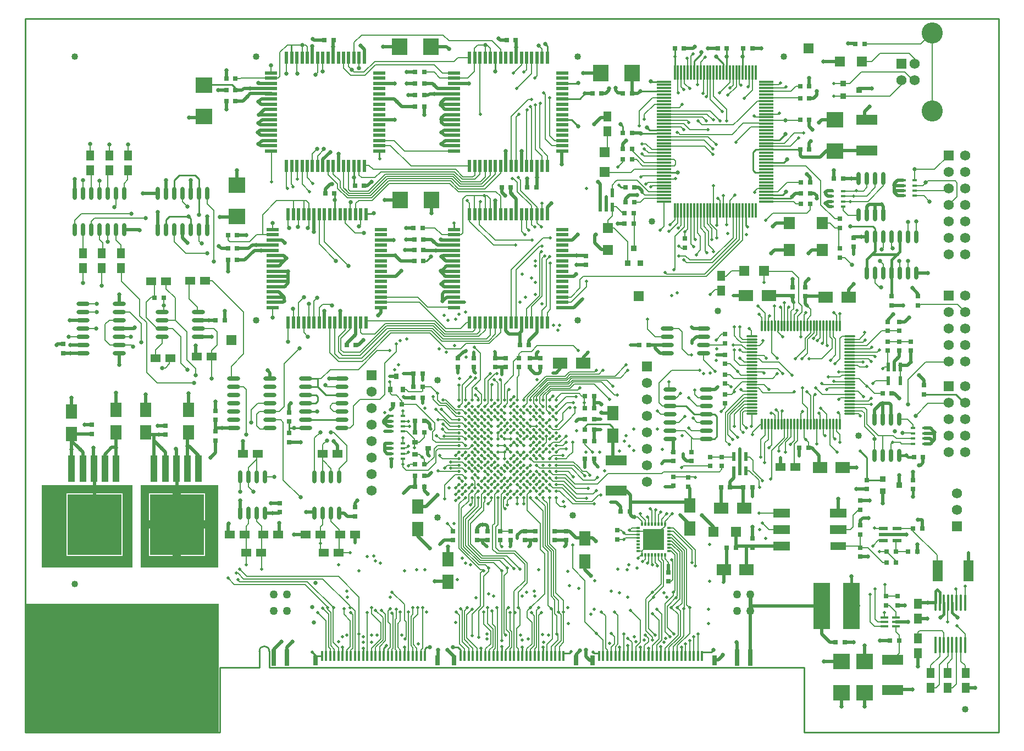
<source format=gtl>
%FSLAX23Y23*%
%MOIN*%
G70*
G01*
G75*
G04 Layer_Physical_Order=1*
G04 Layer_Color=255*
%ADD10C,0.040*%
%ADD11R,0.030X0.030*%
%ADD12R,0.037X0.035*%
%ADD13R,0.037X0.035*%
%ADD14R,0.075X0.020*%
%ADD15R,0.020X0.075*%
%ADD16R,0.330X0.370*%
%ADD17R,0.040X0.160*%
%ADD18R,0.090X0.012*%
%ADD19R,0.012X0.090*%
%ADD20R,0.031X0.060*%
%ADD21R,0.014X0.060*%
%ADD22R,0.030X0.100*%
%ADD23O,0.080X0.024*%
%ADD24O,0.024X0.080*%
%ADD25R,0.070X0.078*%
%ADD26R,0.063X0.063*%
%ADD27R,0.035X0.037*%
%ADD28R,0.035X0.037*%
%ADD29R,0.015X0.100*%
%ADD30O,0.015X0.100*%
%ADD31R,0.098X0.051*%
%ADD32R,0.100X0.052*%
%ADD33R,0.128X0.128*%
%ADD34R,0.020X0.012*%
%ADD35R,0.012X0.020*%
%ADD36R,0.085X0.071*%
%ADD37R,0.071X0.085*%
%ADD38R,0.030X0.030*%
%ADD39R,0.125X0.060*%
%ADD40R,0.030X0.037*%
%ADD41R,0.060X0.050*%
%ADD42R,0.037X0.030*%
%ADD43R,0.050X0.060*%
%ADD44R,0.100X0.095*%
%ADD45R,0.060X0.060*%
%ADD46R,0.060X0.125*%
%ADD47R,0.028X0.017*%
%ADD48R,0.095X0.100*%
%ADD49R,0.063X0.063*%
%ADD50R,0.060X0.060*%
%ADD51O,0.071X0.012*%
%ADD52O,0.012X0.071*%
%ADD53R,0.100X0.280*%
%ADD54R,0.045X0.014*%
%ADD55R,0.057X0.022*%
%ADD56R,0.057X0.022*%
%ADD57R,0.022X0.057*%
%ADD58R,0.022X0.057*%
%ADD59C,0.019*%
%ADD60R,1.170X0.780*%
%ADD61C,0.006*%
%ADD62C,0.008*%
%ADD63C,0.020*%
%ADD64C,0.010*%
%ADD65C,0.015*%
%ADD66C,0.050*%
%ADD67C,0.062*%
%ADD68R,0.062X0.062*%
%ADD69C,0.128*%
%ADD70C,0.236*%
%ADD71C,0.025*%
%ADD72C,0.020*%
G36*
X1170Y1000D02*
X700D01*
Y1500D01*
X1170D01*
Y1000D01*
D02*
G37*
G36*
X650D02*
X100D01*
Y1500D01*
X650D01*
Y1000D01*
D02*
G37*
%LPC*%
G36*
X591Y1451D02*
X249D01*
Y1069D01*
X591D01*
Y1451D01*
D02*
G37*
G36*
X895Y1235D02*
X749D01*
Y1069D01*
X895D01*
Y1235D01*
D02*
G37*
G36*
X1091Y1451D02*
X945D01*
Y1285D01*
X1091D01*
Y1451D01*
D02*
G37*
G36*
X895D02*
X749D01*
Y1285D01*
X895D01*
Y1451D01*
D02*
G37*
G36*
X1091Y1235D02*
X945D01*
Y1069D01*
X1091D01*
Y1235D01*
D02*
G37*
%LPD*%
D10*
X5700Y140D02*
D03*
X300Y900D02*
D03*
X1400Y4100D02*
D03*
X3350D02*
D03*
X1400Y2500D02*
D03*
X3350D02*
D03*
X3800Y3100D02*
D03*
X4600Y4100D02*
D03*
X300D02*
D03*
X2500Y1302D02*
D03*
X3320Y1316D02*
D03*
X2500Y2135D02*
D03*
X5055Y1800D02*
D03*
X4200Y2555D02*
D03*
D11*
X5280Y1030D02*
D03*
X5225D02*
D03*
X2420Y1490D02*
D03*
X2365D02*
D03*
X2410Y2030D02*
D03*
X2355D02*
D03*
X2410Y2175D02*
D03*
X2355D02*
D03*
X3450Y1835D02*
D03*
X3395D02*
D03*
X3450Y1660D02*
D03*
X3395D02*
D03*
X2365Y1555D02*
D03*
X2420D02*
D03*
X2365Y1890D02*
D03*
X2420D02*
D03*
X3395Y1765D02*
D03*
X3450D02*
D03*
X3395Y1900D02*
D03*
X3450D02*
D03*
X3395Y1965D02*
D03*
X3450D02*
D03*
X2285Y1990D02*
D03*
X2230D02*
D03*
X2410Y2095D02*
D03*
X2355D02*
D03*
X3395Y2040D02*
D03*
X3450D02*
D03*
X840Y2635D02*
D03*
X785D02*
D03*
X1210Y2500D02*
D03*
X1155D02*
D03*
X2420Y1820D02*
D03*
X2365D02*
D03*
X2420Y1625D02*
D03*
X2365D02*
D03*
X3780Y2350D02*
D03*
X3725D02*
D03*
X4970Y545D02*
D03*
X4915D02*
D03*
X3612Y1341D02*
D03*
X3667D02*
D03*
X5300Y555D02*
D03*
X5245D02*
D03*
X5385Y1235D02*
D03*
X5440D02*
D03*
X4255Y1120D02*
D03*
X4310D02*
D03*
X5410Y1095D02*
D03*
X5355D02*
D03*
X5280D02*
D03*
X5225D02*
D03*
X4410Y1485D02*
D03*
X4355D02*
D03*
X4220Y1485D02*
D03*
X4275D02*
D03*
X1230Y3015D02*
D03*
X1285D02*
D03*
X2410Y3060D02*
D03*
X2355D02*
D03*
X4960Y3360D02*
D03*
X4905D02*
D03*
X5035Y4175D02*
D03*
X5090D02*
D03*
X4700Y3845D02*
D03*
X4755D02*
D03*
X1230Y2935D02*
D03*
X1285D02*
D03*
X1230Y2865D02*
D03*
X1285D02*
D03*
X2005Y2350D02*
D03*
X1950D02*
D03*
X2415Y2860D02*
D03*
X2360D02*
D03*
X1820Y3270D02*
D03*
X1875D02*
D03*
X2360Y2925D02*
D03*
X2415D02*
D03*
X2360Y2990D02*
D03*
X2415D02*
D03*
X3000Y2350D02*
D03*
X3055D02*
D03*
X2890Y3305D02*
D03*
X2945D02*
D03*
X3625Y3475D02*
D03*
X3680D02*
D03*
Y3540D02*
D03*
X3625D02*
D03*
X4695Y1725D02*
D03*
X4750D02*
D03*
X4760Y3335D02*
D03*
X4705D02*
D03*
X3640Y3215D02*
D03*
X3695D02*
D03*
X1275Y3965D02*
D03*
X1220D02*
D03*
X2365Y4005D02*
D03*
X2420D02*
D03*
X3690Y3150D02*
D03*
X3635D02*
D03*
X4755Y3920D02*
D03*
X4700D02*
D03*
X3635Y3085D02*
D03*
X3690D02*
D03*
X4700Y3535D02*
D03*
X4755D02*
D03*
X5390Y1670D02*
D03*
X5445D02*
D03*
X4705Y3205D02*
D03*
X4760D02*
D03*
X5200Y2055D02*
D03*
X5255D02*
D03*
X1220Y3895D02*
D03*
X1275D02*
D03*
X1220Y3830D02*
D03*
X1275D02*
D03*
X2055Y3315D02*
D03*
X2000D02*
D03*
X2420Y3795D02*
D03*
X2365D02*
D03*
X1815Y4200D02*
D03*
X1870D02*
D03*
X2365Y3865D02*
D03*
X2420D02*
D03*
X2365Y3935D02*
D03*
X2420D02*
D03*
X2920Y4200D02*
D03*
X2975D02*
D03*
X3495Y3875D02*
D03*
X3440D02*
D03*
X3045Y3305D02*
D03*
X3100D02*
D03*
X3995Y4150D02*
D03*
X3940D02*
D03*
X3625Y3875D02*
D03*
X3680D02*
D03*
X3625Y3635D02*
D03*
X3680D02*
D03*
X3640Y3305D02*
D03*
X3695D02*
D03*
X4760Y3270D02*
D03*
X4705D02*
D03*
X4755Y3715D02*
D03*
X4700D02*
D03*
X4410Y4150D02*
D03*
X4355D02*
D03*
X4200Y4150D02*
D03*
X4255D02*
D03*
D12*
X5201Y1537D02*
D03*
X5299Y1500D02*
D03*
X5058Y3898D02*
D03*
X4960Y3935D02*
D03*
D13*
X5201Y1463D02*
D03*
X4960Y3860D02*
D03*
D14*
X2148Y4000D02*
D03*
Y3969D02*
D03*
X1490Y3811D02*
D03*
Y3843D02*
D03*
X2148Y3906D02*
D03*
Y3874D02*
D03*
Y3811D02*
D03*
Y3780D02*
D03*
Y3748D02*
D03*
Y3685D02*
D03*
Y3654D02*
D03*
Y3622D02*
D03*
Y3591D02*
D03*
Y3559D02*
D03*
X1490Y3937D02*
D03*
X2148Y3528D02*
D03*
Y3717D02*
D03*
Y3937D02*
D03*
X1490Y3874D02*
D03*
Y3969D02*
D03*
Y3780D02*
D03*
Y3748D02*
D03*
Y3717D02*
D03*
Y3685D02*
D03*
Y3654D02*
D03*
Y3622D02*
D03*
Y3591D02*
D03*
Y3559D02*
D03*
Y3528D02*
D03*
Y4000D02*
D03*
Y3906D02*
D03*
X2148Y3843D02*
D03*
X2158Y3050D02*
D03*
Y3019D02*
D03*
X1500Y2861D02*
D03*
Y2893D02*
D03*
X2158Y2956D02*
D03*
Y2924D02*
D03*
Y2861D02*
D03*
Y2830D02*
D03*
Y2798D02*
D03*
Y2735D02*
D03*
Y2704D02*
D03*
Y2672D02*
D03*
Y2641D02*
D03*
Y2609D02*
D03*
X1500Y2987D02*
D03*
X2158Y2578D02*
D03*
Y2767D02*
D03*
Y2987D02*
D03*
X1500Y2924D02*
D03*
Y3019D02*
D03*
Y2830D02*
D03*
Y2798D02*
D03*
Y2767D02*
D03*
Y2735D02*
D03*
Y2704D02*
D03*
Y2672D02*
D03*
Y2641D02*
D03*
Y2609D02*
D03*
Y2578D02*
D03*
Y3050D02*
D03*
Y2956D02*
D03*
X2158Y2893D02*
D03*
X3258Y3050D02*
D03*
Y3019D02*
D03*
X2600Y2861D02*
D03*
Y2893D02*
D03*
X3258Y2956D02*
D03*
Y2924D02*
D03*
Y2861D02*
D03*
Y2830D02*
D03*
Y2798D02*
D03*
Y2735D02*
D03*
Y2704D02*
D03*
Y2672D02*
D03*
Y2641D02*
D03*
Y2609D02*
D03*
X2600Y2987D02*
D03*
X3258Y2578D02*
D03*
Y2767D02*
D03*
Y2987D02*
D03*
X2600Y2924D02*
D03*
Y3019D02*
D03*
Y2830D02*
D03*
Y2798D02*
D03*
Y2767D02*
D03*
Y2735D02*
D03*
Y2704D02*
D03*
Y2672D02*
D03*
Y2641D02*
D03*
Y2609D02*
D03*
Y2578D02*
D03*
Y3050D02*
D03*
Y2956D02*
D03*
X3258Y2893D02*
D03*
Y4000D02*
D03*
Y3969D02*
D03*
X2600Y3811D02*
D03*
Y3843D02*
D03*
X3258Y3906D02*
D03*
Y3874D02*
D03*
Y3811D02*
D03*
Y3780D02*
D03*
Y3748D02*
D03*
Y3685D02*
D03*
Y3654D02*
D03*
Y3622D02*
D03*
Y3591D02*
D03*
Y3559D02*
D03*
X2600Y3937D02*
D03*
X3258Y3528D02*
D03*
Y3717D02*
D03*
Y3937D02*
D03*
X2600Y3874D02*
D03*
Y3969D02*
D03*
Y3780D02*
D03*
Y3748D02*
D03*
Y3717D02*
D03*
Y3685D02*
D03*
Y3654D02*
D03*
Y3622D02*
D03*
Y3591D02*
D03*
Y3559D02*
D03*
Y3528D02*
D03*
Y4000D02*
D03*
Y3906D02*
D03*
X3258Y3843D02*
D03*
D15*
X1836Y4093D02*
D03*
X2057Y3436D02*
D03*
X2025D02*
D03*
X1962D02*
D03*
X1931D02*
D03*
X1868D02*
D03*
X1836D02*
D03*
X1647Y4093D02*
D03*
X1805Y3436D02*
D03*
X1899D02*
D03*
X2057Y4093D02*
D03*
X1742D02*
D03*
X1710D02*
D03*
X2025D02*
D03*
X1616D02*
D03*
X1679D02*
D03*
X1584Y3436D02*
D03*
X1616D02*
D03*
X1647D02*
D03*
X1679D02*
D03*
X1710D02*
D03*
X1742D02*
D03*
X1773D02*
D03*
X1899Y4093D02*
D03*
X1805D02*
D03*
X1931D02*
D03*
X1773D02*
D03*
X1962D02*
D03*
X1994D02*
D03*
X1584D02*
D03*
X1994Y3436D02*
D03*
X1868Y4093D02*
D03*
X1846Y3143D02*
D03*
X2067Y2486D02*
D03*
X2035D02*
D03*
X1972D02*
D03*
X1941D02*
D03*
X1878D02*
D03*
X1846D02*
D03*
X1657Y3143D02*
D03*
X1815Y2486D02*
D03*
X1909D02*
D03*
X2067Y3143D02*
D03*
X1752D02*
D03*
X1720D02*
D03*
X2035D02*
D03*
X1626D02*
D03*
X1689D02*
D03*
X1594Y2486D02*
D03*
X1626D02*
D03*
X1657D02*
D03*
X1689D02*
D03*
X1720D02*
D03*
X1752D02*
D03*
X1783D02*
D03*
X1909Y3143D02*
D03*
X1815D02*
D03*
X1941D02*
D03*
X1783D02*
D03*
X1972D02*
D03*
X2004D02*
D03*
X1594D02*
D03*
X2004Y2486D02*
D03*
X1878Y3143D02*
D03*
X2946D02*
D03*
X3167Y2486D02*
D03*
X3135D02*
D03*
X3072D02*
D03*
X3041D02*
D03*
X2978D02*
D03*
X2946D02*
D03*
X2757Y3143D02*
D03*
X2915Y2486D02*
D03*
X3009D02*
D03*
X3167Y3143D02*
D03*
X2852D02*
D03*
X2820D02*
D03*
X3135D02*
D03*
X2726D02*
D03*
X2789D02*
D03*
X2694Y2486D02*
D03*
X2726D02*
D03*
X2757D02*
D03*
X2789D02*
D03*
X2820D02*
D03*
X2852D02*
D03*
X2883D02*
D03*
X3009Y3143D02*
D03*
X2915D02*
D03*
X3041D02*
D03*
X2883D02*
D03*
X3072D02*
D03*
X3104D02*
D03*
X2694D02*
D03*
X3104Y2486D02*
D03*
X2978Y3143D02*
D03*
X2946Y4093D02*
D03*
X3167Y3436D02*
D03*
X3135D02*
D03*
X3072D02*
D03*
X3041D02*
D03*
X2978D02*
D03*
X2946D02*
D03*
X2757Y4093D02*
D03*
X2915Y3436D02*
D03*
X3009D02*
D03*
X3167Y4093D02*
D03*
X2852D02*
D03*
X2820D02*
D03*
X3135D02*
D03*
X2726D02*
D03*
X2789D02*
D03*
X2694Y3436D02*
D03*
X2726D02*
D03*
X2757D02*
D03*
X2789D02*
D03*
X2820D02*
D03*
X2852D02*
D03*
X2883D02*
D03*
X3009Y4093D02*
D03*
X2915D02*
D03*
X3041D02*
D03*
X2883D02*
D03*
X3072D02*
D03*
X3104D02*
D03*
X2694D02*
D03*
X3104Y3436D02*
D03*
X2978Y4093D02*
D03*
D16*
X920Y1260D02*
D03*
X420D02*
D03*
D17*
X849Y1600D02*
D03*
X782D02*
D03*
X916D02*
D03*
X1050D02*
D03*
X983D02*
D03*
X483D02*
D03*
X550D02*
D03*
X416D02*
D03*
X282D02*
D03*
X349D02*
D03*
D18*
X4495Y3220D02*
D03*
Y3279D02*
D03*
Y3318D02*
D03*
Y3338D02*
D03*
Y3358D02*
D03*
Y3377D02*
D03*
Y3417D02*
D03*
Y3476D02*
D03*
Y3496D02*
D03*
Y3515D02*
D03*
Y3771D02*
D03*
Y3791D02*
D03*
Y3811D02*
D03*
Y3870D02*
D03*
Y3948D02*
D03*
X3874Y3929D02*
D03*
Y3870D02*
D03*
Y3437D02*
D03*
Y3299D02*
D03*
Y3909D02*
D03*
Y3377D02*
D03*
Y3358D02*
D03*
Y3338D02*
D03*
Y3318D02*
D03*
X4495Y3614D02*
D03*
Y3633D02*
D03*
Y3653D02*
D03*
Y3673D02*
D03*
Y3692D02*
D03*
X3874Y3220D02*
D03*
X4495Y3437D02*
D03*
X3874Y3614D02*
D03*
Y3535D02*
D03*
Y3515D02*
D03*
Y3496D02*
D03*
Y3555D02*
D03*
Y3850D02*
D03*
Y3830D02*
D03*
X4495Y3456D02*
D03*
Y3594D02*
D03*
Y3732D02*
D03*
Y3259D02*
D03*
X3874Y3948D02*
D03*
Y3653D02*
D03*
Y3397D02*
D03*
X4495Y3751D02*
D03*
X3874Y3594D02*
D03*
X4495Y3397D02*
D03*
X3874Y3417D02*
D03*
X4495Y3889D02*
D03*
X3874Y3240D02*
D03*
Y3574D02*
D03*
Y3476D02*
D03*
Y3456D02*
D03*
X4495Y3830D02*
D03*
Y3850D02*
D03*
X3874Y3811D02*
D03*
Y3791D02*
D03*
Y3771D02*
D03*
Y3751D02*
D03*
Y3732D02*
D03*
Y3712D02*
D03*
Y3692D02*
D03*
Y3673D02*
D03*
X4495Y3909D02*
D03*
Y3929D02*
D03*
Y3299D02*
D03*
Y3555D02*
D03*
Y3574D02*
D03*
X3874Y3259D02*
D03*
X4495Y3535D02*
D03*
Y3240D02*
D03*
Y3712D02*
D03*
X3874Y3889D02*
D03*
Y3633D02*
D03*
Y3279D02*
D03*
D19*
X4372Y4004D02*
D03*
X4214Y3166D02*
D03*
X4234D02*
D03*
X4254D02*
D03*
X4273D02*
D03*
X4391D02*
D03*
X4411D02*
D03*
X4431D02*
D03*
X4332Y4004D02*
D03*
X4313D02*
D03*
X4293D02*
D03*
X4273D02*
D03*
X4136D02*
D03*
X4116D02*
D03*
X4096D02*
D03*
X4076D02*
D03*
X3939Y3166D02*
D03*
X3958D02*
D03*
X3978D02*
D03*
X4293D02*
D03*
X4313D02*
D03*
X4332D02*
D03*
X4352D02*
D03*
X4116D02*
D03*
X4037Y4004D02*
D03*
X4017D02*
D03*
X3998D02*
D03*
X3978D02*
D03*
X3958D02*
D03*
X4195Y3166D02*
D03*
X4372D02*
D03*
X4234Y4004D02*
D03*
X4057D02*
D03*
X4136Y3166D02*
D03*
X3998D02*
D03*
X4037D02*
D03*
X4096D02*
D03*
X4076D02*
D03*
X4431Y4004D02*
D03*
X4155Y3166D02*
D03*
X4411Y4004D02*
D03*
X4155D02*
D03*
X4195D02*
D03*
X4175D02*
D03*
X4214D02*
D03*
X4017Y3166D02*
D03*
X4352Y4004D02*
D03*
X4254D02*
D03*
X3939D02*
D03*
X4175Y3166D02*
D03*
X4391Y4004D02*
D03*
X4057Y3166D02*
D03*
D20*
X3442Y435D02*
D03*
X4182D02*
D03*
X3342D02*
D03*
X2602D02*
D03*
X2502D02*
D03*
X1762D02*
D03*
D21*
X4105Y463D02*
D03*
X4080D02*
D03*
X4055D02*
D03*
X4030D02*
D03*
X4005D02*
D03*
X3980D02*
D03*
X3955D02*
D03*
X3930D02*
D03*
X3905D02*
D03*
X3880D02*
D03*
X3855D02*
D03*
X3830D02*
D03*
X3805D02*
D03*
X3780D02*
D03*
X3755D02*
D03*
X3730D02*
D03*
X3705D02*
D03*
X3680D02*
D03*
X3655D02*
D03*
X3630D02*
D03*
X3605D02*
D03*
X3580D02*
D03*
X3555D02*
D03*
X3530D02*
D03*
X3505D02*
D03*
X3480D02*
D03*
X3265Y462D02*
D03*
X3240D02*
D03*
X3215D02*
D03*
X3190D02*
D03*
X3165D02*
D03*
X3140D02*
D03*
X3115D02*
D03*
X3090D02*
D03*
X3065D02*
D03*
X3040D02*
D03*
X3015D02*
D03*
X2990D02*
D03*
X2965D02*
D03*
X2940D02*
D03*
X2915D02*
D03*
X2890D02*
D03*
X2865D02*
D03*
X2840D02*
D03*
X2815D02*
D03*
X2790D02*
D03*
X2765D02*
D03*
X2740D02*
D03*
X2715D02*
D03*
X2690D02*
D03*
X2665D02*
D03*
X2640D02*
D03*
X2425D02*
D03*
X2400D02*
D03*
X2375D02*
D03*
X2350D02*
D03*
X2325D02*
D03*
X2300D02*
D03*
X2275D02*
D03*
X2250D02*
D03*
X2225D02*
D03*
X2200D02*
D03*
X2175D02*
D03*
X2150D02*
D03*
X2125D02*
D03*
X2100D02*
D03*
X2075D02*
D03*
X2050D02*
D03*
X2025D02*
D03*
X2000D02*
D03*
X1975D02*
D03*
X1950D02*
D03*
X1925D02*
D03*
X1900D02*
D03*
X1875D02*
D03*
X1850D02*
D03*
X1825D02*
D03*
X1800D02*
D03*
D22*
X1508Y453D02*
D03*
X1587D02*
D03*
X4318Y453D02*
D03*
X4397D02*
D03*
D23*
X1921Y1895D02*
D03*
Y2045D02*
D03*
X1701Y2145D02*
D03*
Y1995D02*
D03*
X1921Y1945D02*
D03*
Y1845D02*
D03*
X1701Y2045D02*
D03*
Y1895D02*
D03*
X1921Y1995D02*
D03*
Y2145D02*
D03*
X1701Y2095D02*
D03*
Y1945D02*
D03*
X1921Y2095D02*
D03*
X1701Y1845D02*
D03*
X4130Y1830D02*
D03*
Y1980D02*
D03*
X3910Y2080D02*
D03*
Y1930D02*
D03*
X4130Y1880D02*
D03*
Y1780D02*
D03*
X3910Y1980D02*
D03*
Y1830D02*
D03*
X4130Y1930D02*
D03*
Y2080D02*
D03*
X3910Y2030D02*
D03*
Y1880D02*
D03*
X4130Y2030D02*
D03*
X3910Y1780D02*
D03*
X570Y2350D02*
D03*
Y2500D02*
D03*
X350Y2600D02*
D03*
Y2450D02*
D03*
X570Y2400D02*
D03*
Y2300D02*
D03*
X350Y2500D02*
D03*
Y2350D02*
D03*
X570Y2450D02*
D03*
Y2600D02*
D03*
X350Y2550D02*
D03*
Y2400D02*
D03*
X570Y2550D02*
D03*
X350Y2300D02*
D03*
X1485Y1895D02*
D03*
Y2045D02*
D03*
X1265Y2145D02*
D03*
Y1995D02*
D03*
X1485Y1945D02*
D03*
Y1845D02*
D03*
X1265Y2045D02*
D03*
Y1895D02*
D03*
X1485Y1995D02*
D03*
Y2145D02*
D03*
X1265Y2095D02*
D03*
Y1945D02*
D03*
X1485Y2095D02*
D03*
X1265Y1845D02*
D03*
X4115Y2350D02*
D03*
Y2450D02*
D03*
X3895Y2400D02*
D03*
X4115D02*
D03*
Y2300D02*
D03*
X3895Y2350D02*
D03*
Y2450D02*
D03*
Y2300D02*
D03*
X1050Y2450D02*
D03*
Y2550D02*
D03*
X830Y2500D02*
D03*
X1050D02*
D03*
Y2400D02*
D03*
X830Y2450D02*
D03*
Y2400D02*
D03*
Y2550D02*
D03*
D24*
X855Y3050D02*
D03*
X1005D02*
D03*
X1105Y3270D02*
D03*
X955D02*
D03*
X905Y3050D02*
D03*
X805D02*
D03*
X1005Y3270D02*
D03*
X855D02*
D03*
X955Y3050D02*
D03*
X1105D02*
D03*
X1055Y3270D02*
D03*
X905D02*
D03*
X1055Y3050D02*
D03*
X805Y3270D02*
D03*
X1405Y1550D02*
D03*
X1305D02*
D03*
X1355Y1330D02*
D03*
Y1550D02*
D03*
X1455D02*
D03*
X1405Y1330D02*
D03*
X1305D02*
D03*
X1455D02*
D03*
X1855Y1550D02*
D03*
X1755D02*
D03*
X1805Y1330D02*
D03*
Y1550D02*
D03*
X1905D02*
D03*
X1855Y1330D02*
D03*
X1755D02*
D03*
X1905D02*
D03*
X350Y3050D02*
D03*
X500D02*
D03*
X600Y3270D02*
D03*
X450D02*
D03*
X400Y3050D02*
D03*
X300D02*
D03*
X500Y3270D02*
D03*
X350D02*
D03*
X450Y3050D02*
D03*
X600D02*
D03*
X550Y3270D02*
D03*
X400D02*
D03*
X550Y3050D02*
D03*
X300Y3270D02*
D03*
X5105Y3005D02*
D03*
X5355Y2785D02*
D03*
X5205Y3005D02*
D03*
X5355D02*
D03*
X5405Y2785D02*
D03*
X5255D02*
D03*
X5155Y3005D02*
D03*
X5305D02*
D03*
X5105Y2785D02*
D03*
X5205D02*
D03*
X5255Y3005D02*
D03*
X5405D02*
D03*
X5305Y2785D02*
D03*
X5155D02*
D03*
X5055Y3360D02*
D03*
X5205Y3140D02*
D03*
Y3360D02*
D03*
X5155Y3140D02*
D03*
X5055D02*
D03*
X5105Y3360D02*
D03*
X5155D02*
D03*
X5105Y3140D02*
D03*
X5300Y1680D02*
D03*
X5150Y1900D02*
D03*
Y1680D02*
D03*
X5200Y1900D02*
D03*
X5300D02*
D03*
X5250Y1680D02*
D03*
X5200D02*
D03*
X5250Y1900D02*
D03*
D25*
X4635Y3090D02*
D03*
Y2925D02*
D03*
X4835D02*
D03*
Y3090D02*
D03*
D26*
X3515Y3400D02*
D03*
Y3520D02*
D03*
D27*
X3655Y2845D02*
D03*
X3692Y2938D02*
D03*
D28*
X3730Y2845D02*
D03*
D29*
X5520Y530D02*
D03*
D30*
X5674Y785D02*
D03*
X5571D02*
D03*
X5546Y530D02*
D03*
X5597D02*
D03*
X5674D02*
D03*
X5571D02*
D03*
X5622D02*
D03*
X5648D02*
D03*
X5699Y785D02*
D03*
X5597D02*
D03*
X5648D02*
D03*
X5699Y530D02*
D03*
X5622Y785D02*
D03*
X5546D02*
D03*
X5520D02*
D03*
D31*
X4930Y1130D02*
D03*
D32*
Y1230D02*
D03*
Y1330D02*
D03*
X4587D02*
D03*
Y1230D02*
D03*
Y1130D02*
D03*
D33*
X3810Y1170D02*
D03*
D34*
X3717Y1239D02*
D03*
Y1219D02*
D03*
Y1200D02*
D03*
Y1180D02*
D03*
Y1160D02*
D03*
Y1140D02*
D03*
Y1121D02*
D03*
Y1101D02*
D03*
X3903Y1239D02*
D03*
Y1219D02*
D03*
Y1200D02*
D03*
Y1180D02*
D03*
Y1160D02*
D03*
Y1140D02*
D03*
Y1121D02*
D03*
Y1101D02*
D03*
D35*
X3741Y1077D02*
D03*
X3761D02*
D03*
X3780D02*
D03*
X3800D02*
D03*
X3820D02*
D03*
X3840D02*
D03*
X3859D02*
D03*
X3879D02*
D03*
X3741Y1263D02*
D03*
X3761D02*
D03*
X3780D02*
D03*
X3800D02*
D03*
X3820D02*
D03*
X3840D02*
D03*
X3859D02*
D03*
X3879D02*
D03*
D36*
X3245Y2240D02*
D03*
X3383D02*
D03*
X4375Y985D02*
D03*
X4237D02*
D03*
X4360Y1360D02*
D03*
X4222D02*
D03*
X4510Y2650D02*
D03*
X4372D02*
D03*
X4820Y1605D02*
D03*
X4958D02*
D03*
X4855Y2640D02*
D03*
X4993D02*
D03*
D37*
X2565Y1050D02*
D03*
Y912D02*
D03*
X3395Y1175D02*
D03*
Y1037D02*
D03*
X2380Y1370D02*
D03*
Y1232D02*
D03*
X3565Y1800D02*
D03*
Y1938D02*
D03*
X4030Y1375D02*
D03*
Y1237D02*
D03*
X730Y1820D02*
D03*
Y1958D02*
D03*
X990Y1820D02*
D03*
Y1958D02*
D03*
X280Y1810D02*
D03*
Y1948D02*
D03*
X550Y1820D02*
D03*
Y1958D02*
D03*
D38*
X2595Y1220D02*
D03*
Y1165D02*
D03*
X2740Y1220D02*
D03*
Y1165D02*
D03*
X2805Y1220D02*
D03*
Y1165D02*
D03*
X3030Y1220D02*
D03*
Y1165D02*
D03*
X3095Y1220D02*
D03*
Y1165D02*
D03*
X3280Y1220D02*
D03*
Y1165D02*
D03*
X3210Y1220D02*
D03*
Y1165D02*
D03*
X3060Y2215D02*
D03*
Y2270D02*
D03*
X3125Y2215D02*
D03*
Y2270D02*
D03*
X2915Y2215D02*
D03*
Y2270D02*
D03*
X2720Y2215D02*
D03*
Y2270D02*
D03*
X2625Y2215D02*
D03*
Y2270D02*
D03*
X2850Y2215D02*
D03*
Y2270D02*
D03*
X2945Y1165D02*
D03*
Y1220D02*
D03*
X2880Y1165D02*
D03*
Y1220D02*
D03*
X3930Y1700D02*
D03*
Y1645D02*
D03*
X1600Y1760D02*
D03*
Y1815D02*
D03*
X1155Y1770D02*
D03*
Y1825D02*
D03*
X1600Y1940D02*
D03*
Y1885D02*
D03*
X4040Y1700D02*
D03*
Y1645D02*
D03*
X5450Y2050D02*
D03*
Y2105D02*
D03*
X2995Y2215D02*
D03*
Y2270D02*
D03*
X2000Y1310D02*
D03*
Y1365D02*
D03*
X4245Y2360D02*
D03*
Y2415D02*
D03*
X5415Y2590D02*
D03*
Y2645D02*
D03*
X1545Y1335D02*
D03*
Y1390D02*
D03*
X230Y2300D02*
D03*
Y2355D02*
D03*
X1155Y1895D02*
D03*
Y1950D02*
D03*
X3900Y915D02*
D03*
Y970D02*
D03*
X850Y1860D02*
D03*
Y1805D02*
D03*
X405Y1865D02*
D03*
Y1810D02*
D03*
X3590Y1170D02*
D03*
Y1225D02*
D03*
X5065Y1200D02*
D03*
Y1255D02*
D03*
Y1065D02*
D03*
Y1120D02*
D03*
X5290Y770D02*
D03*
Y825D02*
D03*
X5220Y770D02*
D03*
Y825D02*
D03*
X5065Y1405D02*
D03*
Y1350D02*
D03*
X4410Y1120D02*
D03*
Y1175D02*
D03*
X5025Y3000D02*
D03*
Y2945D02*
D03*
X4155Y1670D02*
D03*
Y1615D02*
D03*
X4225Y1670D02*
D03*
Y1615D02*
D03*
X5385Y1475D02*
D03*
Y1530D02*
D03*
X5105D02*
D03*
Y1475D02*
D03*
X4245Y2170D02*
D03*
Y2115D02*
D03*
Y2050D02*
D03*
Y1995D02*
D03*
X5255Y2645D02*
D03*
Y2590D02*
D03*
X4245Y2235D02*
D03*
Y2290D02*
D03*
X5300Y2490D02*
D03*
Y2435D02*
D03*
X3930Y1495D02*
D03*
Y1550D02*
D03*
X5230Y2435D02*
D03*
Y2490D02*
D03*
X4020Y1545D02*
D03*
Y1490D02*
D03*
X3400Y2835D02*
D03*
Y2890D02*
D03*
X4655Y2700D02*
D03*
Y2645D02*
D03*
X4730D02*
D03*
Y2700D02*
D03*
X5300Y2370D02*
D03*
Y2315D02*
D03*
X5230D02*
D03*
Y2370D02*
D03*
X4940Y3060D02*
D03*
Y3115D02*
D03*
X4940Y2935D02*
D03*
Y2880D02*
D03*
X5370Y2315D02*
D03*
Y2370D02*
D03*
X4000Y2940D02*
D03*
Y2995D02*
D03*
D39*
X3585Y1650D02*
D03*
Y1465D02*
D03*
X5260Y255D02*
D03*
Y440D02*
D03*
X5105Y3715D02*
D03*
Y3530D02*
D03*
D40*
X2252Y2159D02*
D03*
X2290Y2080D02*
D03*
X2215Y2080D02*
D03*
D41*
X1000Y2740D02*
D03*
X1090D02*
D03*
X855Y2735D02*
D03*
X765D02*
D03*
X880Y2270D02*
D03*
X790D02*
D03*
X1130Y2280D02*
D03*
X1040D02*
D03*
X1910Y1200D02*
D03*
X2000D02*
D03*
X1895Y1690D02*
D03*
X1805D02*
D03*
X1700Y1200D02*
D03*
X1790D02*
D03*
X1900Y1090D02*
D03*
X1810D02*
D03*
X1445Y1200D02*
D03*
X1535D02*
D03*
X1320Y1690D02*
D03*
X1410D02*
D03*
X1240Y1200D02*
D03*
X1330D02*
D03*
X1430Y1090D02*
D03*
X1340D02*
D03*
X4670Y1610D02*
D03*
X4580D02*
D03*
D42*
X2444Y1723D02*
D03*
X2365Y1685D02*
D03*
X2365Y1760D02*
D03*
D43*
X510Y3500D02*
D03*
Y3410D02*
D03*
X395Y3500D02*
D03*
Y3410D02*
D03*
X625Y3500D02*
D03*
Y3410D02*
D03*
X580Y2815D02*
D03*
Y2905D02*
D03*
X465Y2815D02*
D03*
Y2905D02*
D03*
X350Y2815D02*
D03*
Y2905D02*
D03*
X5705Y360D02*
D03*
Y270D02*
D03*
X5415Y570D02*
D03*
Y480D02*
D03*
Y780D02*
D03*
Y690D02*
D03*
X5490Y360D02*
D03*
Y270D02*
D03*
X5595Y360D02*
D03*
Y270D02*
D03*
X3530Y3735D02*
D03*
Y3645D02*
D03*
X4220Y2770D02*
D03*
Y2680D02*
D03*
D44*
X4950Y240D02*
D03*
Y430D02*
D03*
X5090Y240D02*
D03*
Y430D02*
D03*
X1285Y3130D02*
D03*
Y3320D02*
D03*
X4910Y3715D02*
D03*
Y3525D02*
D03*
X1085Y3925D02*
D03*
Y3735D02*
D03*
D45*
X4175Y1215D02*
D03*
X4310D02*
D03*
X5075Y4070D02*
D03*
X4940D02*
D03*
X4750Y4150D02*
D03*
X1250Y2380D02*
D03*
X3720Y2645D02*
D03*
D46*
X5535Y980D02*
D03*
X5720D02*
D03*
D47*
X4892Y3190D02*
D03*
Y3221D02*
D03*
Y3253D02*
D03*
Y3284D02*
D03*
X4960D02*
D03*
Y3253D02*
D03*
Y3221D02*
D03*
Y3190D02*
D03*
X5327Y3255D02*
D03*
Y3286D02*
D03*
Y3318D02*
D03*
Y3349D02*
D03*
X5395D02*
D03*
Y3318D02*
D03*
Y3286D02*
D03*
Y3255D02*
D03*
X5453Y1845D02*
D03*
Y1814D02*
D03*
Y1782D02*
D03*
Y1751D02*
D03*
X5385D02*
D03*
Y1782D02*
D03*
Y1814D02*
D03*
Y1845D02*
D03*
X2290Y1825D02*
D03*
Y1856D02*
D03*
Y1888D02*
D03*
Y1919D02*
D03*
X2222D02*
D03*
Y1888D02*
D03*
Y1856D02*
D03*
Y1825D02*
D03*
X2290Y1660D02*
D03*
Y1691D02*
D03*
Y1723D02*
D03*
Y1754D02*
D03*
X2222D02*
D03*
Y1723D02*
D03*
Y1691D02*
D03*
Y1660D02*
D03*
D48*
X2465Y3230D02*
D03*
X2275D02*
D03*
X2460Y4160D02*
D03*
X2270D02*
D03*
X3490Y4000D02*
D03*
X3680D02*
D03*
D49*
X4360Y2800D02*
D03*
X4480D02*
D03*
D50*
X3535Y3060D02*
D03*
Y2925D02*
D03*
D51*
X5001Y2404D02*
D03*
Y2365D02*
D03*
Y2345D02*
D03*
Y2325D02*
D03*
Y2306D02*
D03*
Y2286D02*
D03*
Y2266D02*
D03*
Y2246D02*
D03*
Y2227D02*
D03*
Y2207D02*
D03*
Y2187D02*
D03*
Y2168D02*
D03*
Y2148D02*
D03*
Y2128D02*
D03*
Y2109D02*
D03*
Y2089D02*
D03*
Y2069D02*
D03*
Y2050D02*
D03*
Y2030D02*
D03*
Y2010D02*
D03*
Y1991D02*
D03*
Y1971D02*
D03*
Y1951D02*
D03*
Y1932D02*
D03*
X4407D02*
D03*
Y1951D02*
D03*
Y1971D02*
D03*
Y1991D02*
D03*
Y2010D02*
D03*
Y2030D02*
D03*
Y2050D02*
D03*
Y2069D02*
D03*
Y2089D02*
D03*
Y2109D02*
D03*
Y2128D02*
D03*
Y2148D02*
D03*
Y2168D02*
D03*
Y2187D02*
D03*
Y2207D02*
D03*
Y2227D02*
D03*
Y2246D02*
D03*
Y2266D02*
D03*
Y2286D02*
D03*
Y2306D02*
D03*
Y2325D02*
D03*
Y2345D02*
D03*
Y2365D02*
D03*
Y2384D02*
D03*
Y2404D02*
D03*
X5001Y2384D02*
D03*
D52*
X4940Y1871D02*
D03*
X4920D02*
D03*
X4901D02*
D03*
X4881D02*
D03*
X4861D02*
D03*
X4842D02*
D03*
X4822D02*
D03*
X4802D02*
D03*
X4783D02*
D03*
X4763D02*
D03*
X4743D02*
D03*
X4723D02*
D03*
X4704D02*
D03*
X4684D02*
D03*
X4664D02*
D03*
X4645D02*
D03*
X4625D02*
D03*
X4605D02*
D03*
X4586D02*
D03*
X4566D02*
D03*
X4546D02*
D03*
X4527D02*
D03*
X4507D02*
D03*
X4487D02*
D03*
X4468D02*
D03*
Y2465D02*
D03*
X4487D02*
D03*
X4507D02*
D03*
X4527D02*
D03*
X4546D02*
D03*
X4566D02*
D03*
X4586D02*
D03*
X4605D02*
D03*
X4625D02*
D03*
X4645D02*
D03*
X4664D02*
D03*
X4684D02*
D03*
X4704D02*
D03*
X4723D02*
D03*
X4743D02*
D03*
X4763D02*
D03*
X4783D02*
D03*
X4802D02*
D03*
X4822D02*
D03*
X4842D02*
D03*
X4861D02*
D03*
X4881D02*
D03*
X4901D02*
D03*
X4920D02*
D03*
X4940D02*
D03*
D53*
X5011Y765D02*
D03*
X4830D02*
D03*
D54*
X5211Y696D02*
D03*
Y670D02*
D03*
Y644D02*
D03*
X5279Y670D02*
D03*
Y644D02*
D03*
X5279Y696D02*
D03*
D55*
X5203Y1237D02*
D03*
D56*
X5203Y1200D02*
D03*
Y1163D02*
D03*
X5287D02*
D03*
Y1237D02*
D03*
D57*
X5307Y2217D02*
D03*
X3488Y3188D02*
D03*
X4298Y1588D02*
D03*
D58*
X5270Y2217D02*
D03*
X5233D02*
D03*
Y2133D02*
D03*
X5307D02*
D03*
X3525Y3188D02*
D03*
X3562D02*
D03*
Y3272D02*
D03*
X3488D02*
D03*
X4335Y1588D02*
D03*
X4372D02*
D03*
Y1672D02*
D03*
X4298D02*
D03*
D59*
X3221Y1424D02*
D03*
X3181D02*
D03*
X3142D02*
D03*
X3102D02*
D03*
X3063D02*
D03*
X3024D02*
D03*
X2984D02*
D03*
X2945D02*
D03*
X2906D02*
D03*
X2866D02*
D03*
X2827D02*
D03*
X2787D02*
D03*
X2748D02*
D03*
X2709D02*
D03*
X2669D02*
D03*
X2630D02*
D03*
X3221Y1464D02*
D03*
X3181D02*
D03*
X3142D02*
D03*
X3102D02*
D03*
X3063D02*
D03*
X3024D02*
D03*
X2984D02*
D03*
X2945D02*
D03*
X2906D02*
D03*
X2866D02*
D03*
X2827D02*
D03*
X2787D02*
D03*
X2748D02*
D03*
X2709D02*
D03*
X2669D02*
D03*
X2630D02*
D03*
X3221Y1503D02*
D03*
X3181D02*
D03*
X3142D02*
D03*
X3102D02*
D03*
X3063D02*
D03*
X3024D02*
D03*
X2984D02*
D03*
X2945D02*
D03*
X2906D02*
D03*
X2866D02*
D03*
X2827D02*
D03*
X2787D02*
D03*
X2748D02*
D03*
X2709D02*
D03*
X2669D02*
D03*
X2630D02*
D03*
X3221Y1543D02*
D03*
X3181D02*
D03*
X3142D02*
D03*
X3102D02*
D03*
X3063D02*
D03*
X3024D02*
D03*
X2984D02*
D03*
X2945D02*
D03*
X2906D02*
D03*
X2866D02*
D03*
X2827D02*
D03*
X2787D02*
D03*
X2748D02*
D03*
X2709D02*
D03*
X2669D02*
D03*
X2630D02*
D03*
X3221Y1582D02*
D03*
X3181D02*
D03*
X3142D02*
D03*
X3102D02*
D03*
X3063D02*
D03*
X3024D02*
D03*
X2984D02*
D03*
X2945D02*
D03*
X2906D02*
D03*
X2866D02*
D03*
X2827D02*
D03*
X2787D02*
D03*
X2748D02*
D03*
X2709D02*
D03*
X2669D02*
D03*
X2630D02*
D03*
X3221Y1621D02*
D03*
X3181D02*
D03*
X3142D02*
D03*
X3102D02*
D03*
X3063D02*
D03*
X3024D02*
D03*
X2984D02*
D03*
X2945D02*
D03*
X2906D02*
D03*
X2866D02*
D03*
X2827D02*
D03*
X2787D02*
D03*
X2748D02*
D03*
X2709D02*
D03*
X2669D02*
D03*
X2630D02*
D03*
X3221Y1661D02*
D03*
X3181D02*
D03*
X3142D02*
D03*
X3102D02*
D03*
X3063D02*
D03*
X3024D02*
D03*
X2984D02*
D03*
X2945D02*
D03*
X2906D02*
D03*
X2866D02*
D03*
X2827D02*
D03*
X2787D02*
D03*
X2748D02*
D03*
X2709D02*
D03*
X2669D02*
D03*
X2630D02*
D03*
X3221Y1700D02*
D03*
X3181D02*
D03*
X3142D02*
D03*
X3102D02*
D03*
X3063D02*
D03*
X3024D02*
D03*
X2984D02*
D03*
X2945D02*
D03*
X2906D02*
D03*
X2866D02*
D03*
X2827D02*
D03*
X2787D02*
D03*
X2748D02*
D03*
X2709D02*
D03*
X2669D02*
D03*
X2630D02*
D03*
X3221Y1739D02*
D03*
X3181D02*
D03*
X3142D02*
D03*
X3102D02*
D03*
X3063D02*
D03*
X3024D02*
D03*
X2984D02*
D03*
X2945D02*
D03*
X2906D02*
D03*
X2866D02*
D03*
X2827D02*
D03*
X2787D02*
D03*
X2748D02*
D03*
X2709D02*
D03*
X2669D02*
D03*
X2630D02*
D03*
X3221Y1779D02*
D03*
X3181D02*
D03*
X3142D02*
D03*
X3102D02*
D03*
X3063D02*
D03*
X3024D02*
D03*
X2984D02*
D03*
X2945D02*
D03*
X2906D02*
D03*
X2866D02*
D03*
X2827D02*
D03*
X2787D02*
D03*
X2748D02*
D03*
X2709D02*
D03*
X2669D02*
D03*
X2630D02*
D03*
X3221Y1818D02*
D03*
X3181D02*
D03*
X3142D02*
D03*
X3102D02*
D03*
X3063D02*
D03*
X3024D02*
D03*
X2984D02*
D03*
X2945D02*
D03*
X2906D02*
D03*
X2866D02*
D03*
X2827D02*
D03*
X2787D02*
D03*
X2748D02*
D03*
X2709D02*
D03*
X2669D02*
D03*
X2630D02*
D03*
X3221Y1858D02*
D03*
X3181D02*
D03*
X3142D02*
D03*
X3102D02*
D03*
X3063D02*
D03*
X3024D02*
D03*
X2984D02*
D03*
X2945D02*
D03*
X2906D02*
D03*
X2866D02*
D03*
X2827D02*
D03*
X2787D02*
D03*
X2748D02*
D03*
X2709D02*
D03*
X2669D02*
D03*
X2630D02*
D03*
X3221Y1897D02*
D03*
X3181D02*
D03*
X3142D02*
D03*
X3102D02*
D03*
X3063D02*
D03*
X3024D02*
D03*
X2984D02*
D03*
X2945D02*
D03*
X2906D02*
D03*
X2866D02*
D03*
X2827D02*
D03*
X2787D02*
D03*
X2748D02*
D03*
X2709D02*
D03*
X2669D02*
D03*
X2630D02*
D03*
X3221Y1936D02*
D03*
X3181D02*
D03*
X3142D02*
D03*
X3102D02*
D03*
X3063D02*
D03*
X3024D02*
D03*
X2984D02*
D03*
X2945D02*
D03*
X2906D02*
D03*
X2866D02*
D03*
X2827D02*
D03*
X2787D02*
D03*
X2748D02*
D03*
X2709D02*
D03*
X2669D02*
D03*
X2630D02*
D03*
X3221Y1976D02*
D03*
X3181D02*
D03*
X3142D02*
D03*
X3102D02*
D03*
X3063D02*
D03*
X3024D02*
D03*
X2984D02*
D03*
X2945D02*
D03*
X2906D02*
D03*
X2866D02*
D03*
X2827D02*
D03*
X2787D02*
D03*
X2748D02*
D03*
X2709D02*
D03*
X2669D02*
D03*
X2630D02*
D03*
X3221Y2015D02*
D03*
X3181D02*
D03*
X3142D02*
D03*
X3102D02*
D03*
X3063D02*
D03*
X3024D02*
D03*
X2984D02*
D03*
X2945D02*
D03*
X2906D02*
D03*
X2866D02*
D03*
X2827D02*
D03*
X2787D02*
D03*
X2748D02*
D03*
X2709D02*
D03*
X2669D02*
D03*
X2630D02*
D03*
D60*
X590Y390D02*
D03*
D61*
X2512Y1678D02*
X2529Y1661D01*
X5000Y2010D02*
X5115D01*
X2290Y1855D02*
X2330D01*
X4780Y1870D02*
Y2040D01*
X4130Y2030D02*
X4135D01*
X4080D02*
X4130D01*
X1805Y4010D02*
Y4105D01*
X1710Y3365D02*
Y3436D01*
X2360Y1725D02*
Y1780D01*
X1615Y3325D02*
Y3450D01*
X4115Y2260D02*
Y2300D01*
Y2260D02*
X4185Y2190D01*
X4883Y2257D02*
X4915Y2290D01*
X2215Y2080D02*
Y2120D01*
Y2055D02*
Y2080D01*
X2475Y2020D02*
Y2035D01*
Y2020D02*
X2512Y1983D01*
X2505Y1895D02*
X2538D01*
X2576Y1858D01*
X1679Y3436D02*
Y3449D01*
Y3326D02*
Y3436D01*
X2390Y1685D02*
X2406Y1669D01*
X2420Y1655D01*
X2512Y1983D02*
X2549D01*
X2615Y1917D01*
X2650D01*
X2554Y1995D02*
X2613Y1936D01*
X2520Y1995D02*
X2554D01*
X2613Y1936D02*
X2630D01*
X2610Y1956D02*
X2650D01*
X2551Y2015D02*
X2610Y1956D01*
X1773Y3498D02*
X1815Y3540D01*
X2535Y2015D02*
X2551D01*
X2500D02*
X2520Y1995D01*
X2650Y1917D02*
X2669Y1897D01*
X3874Y3673D02*
X3977D01*
X3995Y3655D01*
X3609Y2149D02*
X3655Y2195D01*
X3315Y2149D02*
X3609D01*
X2995Y2165D02*
Y2215D01*
X2984Y2154D02*
X2995Y2165D01*
Y2215D02*
X2995Y2215D01*
X2984Y2015D02*
Y2154D01*
X2960Y2165D02*
Y2250D01*
X2980Y2270D02*
X2995D01*
X2960Y2250D02*
X2980Y2270D01*
X2990Y2415D02*
X3000D01*
X1345Y945D02*
X1900D01*
X2025Y462D02*
Y705D01*
X1300Y990D02*
X1345Y945D01*
X1490Y3874D02*
X1491Y3875D01*
X4115Y3880D02*
Y4003D01*
X4110Y3875D02*
X4115Y3880D01*
X3745Y3437D02*
X3937D01*
X3707Y3475D02*
X3745Y3437D01*
X3680Y3475D02*
X3707D01*
X4359Y1990D02*
X4415D01*
X4300Y1931D02*
X4359Y1990D01*
X4300Y1855D02*
Y1931D01*
X4750Y2390D02*
X4783Y2423D01*
X4745Y2385D02*
X4750Y2390D01*
X4783Y2423D02*
Y2465D01*
X3880Y610D02*
Y780D01*
Y610D02*
X3910Y580D01*
X3845Y565D02*
Y680D01*
X3805Y720D02*
X3845Y680D01*
X3859Y559D02*
Y716D01*
X3830Y745D02*
X3859Y716D01*
X2220Y1610D02*
X2222Y1612D01*
X4920Y1825D02*
Y1875D01*
X2290Y1690D02*
X2315D01*
X2750Y2015D02*
Y2025D01*
X4545Y2465D02*
Y2585D01*
X4905Y3935D02*
X5000D01*
X5211Y696D02*
Y729D01*
X4822Y1860D02*
Y1928D01*
X4861Y1855D02*
Y1929D01*
X5000Y2365D02*
X5080D01*
X3930Y1550D02*
X4063D01*
X4405Y2110D02*
X4480D01*
X4460Y1870D02*
X4470D01*
X4410Y1820D02*
X4460Y1870D01*
X4410Y1805D02*
Y1820D01*
X3983Y783D02*
Y1097D01*
X3955Y755D02*
X3983Y783D01*
X3931Y1219D02*
X4019Y1131D01*
X4019D02*
X4045Y1105D01*
Y1030D02*
Y1105D01*
X3996Y1174D02*
X4065Y1105D01*
Y1010D02*
Y1105D01*
X4055Y463D02*
Y585D01*
X3665Y1225D02*
X3679Y1239D01*
X3717D01*
X3671Y1219D02*
X3717D01*
X2275Y676D02*
Y730D01*
X2259Y516D02*
Y660D01*
X2275Y676D01*
X2200Y670D02*
Y735D01*
X2213Y518D02*
Y657D01*
X2200Y670D02*
X2213Y657D01*
X3030Y920D02*
Y1020D01*
X2965Y462D02*
Y855D01*
X3030Y920D01*
X2965Y735D02*
X2970Y730D01*
X2904Y950D02*
X2924Y970D01*
X2750Y1015D02*
X2790D01*
X2810Y995D01*
X2767Y1057D02*
X2900D01*
X2965Y992D01*
X2762Y1043D02*
X2876D01*
X2924Y970D02*
Y995D01*
X2876Y1043D02*
X2924Y995D01*
X3341Y1399D02*
X3437D01*
X3478Y1440D02*
X3490D01*
X3437Y1399D02*
X3478Y1440D01*
X3565Y1785D02*
Y1795D01*
X3395Y1835D02*
Y1835D01*
X2720Y2260D02*
Y2270D01*
X3180Y3620D02*
X3209Y3591D01*
X3180Y3620D02*
Y3850D01*
X3209Y3591D02*
X3258D01*
X1679Y4169D02*
X1680Y4170D01*
X2110Y3145D02*
X2115Y3150D01*
X1815Y3143D02*
Y3145D01*
X1689Y3224D02*
X1690Y3225D01*
X345Y3050D02*
X347Y3047D01*
X2435Y1625D02*
X2480Y1670D01*
X2365Y1685D02*
X2390D01*
X2420Y1635D02*
Y1655D01*
Y1625D02*
X2435D01*
X2491Y1759D02*
X2650D01*
X2472Y1778D02*
X2491Y1759D01*
X2567Y1838D02*
X2650D01*
X2535Y1870D02*
X2567Y1838D01*
X2552Y1818D02*
X2630D01*
X2530Y1840D02*
X2552Y1818D01*
X3010Y4050D02*
Y4095D01*
X2650Y1995D02*
Y2105D01*
X2700Y2155D01*
Y1380D02*
X2709Y1389D01*
Y1424D01*
X3225Y595D02*
Y707D01*
X3212Y720D02*
Y803D01*
X3225Y600D02*
X3230Y595D01*
X3212Y720D02*
X3225Y707D01*
X3230Y560D02*
Y595D01*
X3234Y730D02*
X3251Y713D01*
Y556D02*
Y713D01*
X3234Y730D02*
Y801D01*
X3170Y770D02*
Y1095D01*
Y770D02*
X3198Y742D01*
X2635Y535D02*
Y710D01*
X2615Y730D02*
X2635Y710D01*
X3073Y538D02*
Y667D01*
X3045Y735D02*
X3151Y841D01*
X3045Y695D02*
Y735D01*
Y695D02*
X3073Y667D01*
X3595Y535D02*
Y710D01*
X3575Y730D02*
X3595Y710D01*
X3779Y631D02*
Y789D01*
Y631D02*
X3820Y590D01*
X3775Y1025D02*
X3780Y1030D01*
X3780Y1077D02*
Y1080D01*
X3780Y1030D02*
Y1077D01*
X2290Y1725D02*
X2315D01*
X4115Y2400D02*
X4120D01*
X4763Y1871D02*
Y2042D01*
X4740Y2065D02*
X4763Y2042D01*
X4470Y2245D02*
X4570D01*
X4405Y2265D02*
X4450D01*
X4570Y2245D02*
X4650Y2165D01*
X4910Y2235D02*
X4941Y2266D01*
X5001Y2405D02*
X5010D01*
X4954Y2404D02*
X5001D01*
X4941Y2266D02*
Y2391D01*
X4954Y2404D01*
X4420Y3740D02*
X4428Y3732D01*
X4495D01*
X3195Y3560D02*
X3260D01*
X1960Y4040D02*
X1995Y4005D01*
X1500Y2515D02*
Y2580D01*
X1690Y2425D02*
Y2490D01*
X1500Y3050D02*
Y3095D01*
X3105Y3090D02*
Y3155D01*
X1803Y752D02*
X1839Y716D01*
X2663Y562D02*
Y738D01*
X2680Y755D01*
X2750Y735D02*
X2780Y765D01*
X2750Y575D02*
Y735D01*
X2835Y655D02*
Y730D01*
X2840Y460D02*
Y500D01*
X2830Y735D02*
X2835Y730D01*
X2865Y510D02*
Y750D01*
X2860Y755D02*
X2865Y750D01*
X3575Y2045D02*
X3595D01*
X2755Y3080D02*
Y3150D01*
X2760Y965D02*
X2780Y985D01*
X2760D02*
X2780D01*
X2050Y510D02*
X2050Y510D01*
X2300Y515D02*
X2300Y515D01*
X3265Y480D02*
X3265Y480D01*
X3265Y462D02*
Y480D01*
X3220Y2015D02*
Y2025D01*
X3395Y2040D02*
X3395Y2040D01*
X3375Y2040D02*
X3395D01*
X3360Y2055D02*
X3375Y2040D01*
X3250Y2055D02*
X3360D01*
X3220Y2025D02*
X3250Y2055D01*
X4795Y2090D02*
X4835Y2050D01*
X1835Y746D02*
Y760D01*
X4480Y2730D02*
Y2800D01*
X4822Y2392D02*
Y2475D01*
X1970Y1845D02*
X1990Y1865D01*
X1921Y1845D02*
X1970D01*
X4528Y1710D02*
X4543Y1725D01*
Y1725D02*
X4605Y1787D01*
Y1871D01*
X4625Y1790D02*
Y1871D01*
X4569Y1706D02*
Y1734D01*
Y1706D02*
X4570Y1705D01*
X4569Y1734D02*
X4625Y1790D01*
X4510Y1230D02*
X4585D01*
X4470Y1270D02*
X4510Y1230D01*
X4645Y1793D02*
Y1871D01*
X4610Y1700D02*
X4612Y1702D01*
Y1760D01*
X4645Y1793D01*
X4372Y1672D02*
X4375D01*
X3990Y1615D02*
X4155D01*
X3871Y1581D02*
X4211D01*
X4225Y1595D01*
Y1615D01*
X4063Y1550D02*
X4065Y1548D01*
X3775Y2445D02*
Y2505D01*
X4907Y2128D02*
X5001D01*
X4940Y2155D02*
X4953Y2168D01*
X5001D01*
X4870Y2155D02*
X4940D01*
X5057Y2148D02*
X5150Y2055D01*
X5001Y2148D02*
X5057D01*
X5150Y2055D02*
X5200D01*
X5158Y2133D02*
X5233D01*
X5140Y2115D02*
X5158Y2133D01*
X5001Y2325D02*
X5125D01*
X5135Y2335D01*
X5200Y2205D02*
X5212Y2217D01*
X5233D01*
X5230Y2220D02*
X5233Y2217D01*
X5001Y2266D02*
X5114D01*
X5130Y2250D01*
X5001Y2286D02*
X5154D01*
X5155Y2280D02*
Y2285D01*
X5154Y2286D02*
X5155Y2285D01*
X5001Y2306D02*
X5166D01*
X5180Y2320D01*
X5001Y2246D02*
X5079D01*
X4935Y2185D02*
X4937Y2187D01*
X5001D01*
X4915Y2290D02*
Y2385D01*
X5080Y2365D02*
X5095Y2380D01*
X5193Y2435D02*
X5220D01*
X5060Y2345D02*
X5103D01*
X5230Y2435D02*
X5300D01*
X5103Y2345D02*
X5193Y2435D01*
X5001Y2345D02*
X5060D01*
X3835Y1950D02*
X3855Y1930D01*
X3910D01*
X3905Y2085D02*
X3910Y2080D01*
X3905Y2085D02*
Y2125D01*
X3980Y1605D02*
X3990Y1615D01*
X3860Y1570D02*
X3871Y1581D01*
X3930Y1550D02*
X3932Y1548D01*
X4025Y1495D02*
X4025Y1495D01*
X3122Y1602D02*
X3313D01*
X3385Y1530D02*
X3455D01*
X3470Y1545D01*
X3313Y1602D02*
X3385Y1530D01*
X3405Y1583D02*
X3425Y1563D01*
X3382Y1583D02*
X3405D01*
X3425Y1560D02*
Y1563D01*
X3221Y1621D02*
X3327D01*
X3393Y1555D01*
X3395D01*
X3221Y1582D02*
X3293D01*
X3325Y1550D01*
X3535Y1570D02*
X3860D01*
X3335Y1505D02*
X3470D01*
X3535Y1570D01*
X3305Y2173D02*
X3480D01*
X3502Y2195D01*
X3505D01*
X3820Y2400D02*
X3895D01*
X3775Y2445D02*
X3820Y2400D01*
X3345Y1445D02*
X3445D01*
X3465Y1465D01*
X4300Y2260D02*
Y2320D01*
Y2260D02*
X4333Y2227D01*
X4407D01*
X4096Y3059D02*
Y3166D01*
Y3059D02*
X4125Y3030D01*
Y2920D02*
X4135Y2910D01*
X4125Y2920D02*
Y3030D01*
X4145Y2955D02*
X4175Y2925D01*
X4145Y2955D02*
Y3040D01*
X4175Y2915D02*
Y2925D01*
X4116Y3069D02*
X4145Y3040D01*
X4116Y3069D02*
Y3166D01*
X4684Y1769D02*
Y1871D01*
X4665Y1620D02*
Y1750D01*
X4684Y1769D01*
X4802Y1752D02*
Y1871D01*
X4800Y1750D02*
X4802Y1752D01*
X4392Y1588D02*
X4450Y1530D01*
Y1490D02*
Y1530D01*
Y1490D02*
X4455Y1485D01*
X4372Y1588D02*
X4392D01*
X4470Y1525D02*
Y1530D01*
X190Y2350D02*
X195Y2355D01*
X1290Y925D02*
X1302Y913D01*
X1230Y935D02*
X1268Y897D01*
X1170Y3895D02*
X1170Y3895D01*
X1085Y3925D02*
X1090Y3930D01*
X1275Y3830D02*
X1275Y3830D01*
X1491Y3875D02*
X1495D01*
X1594Y3066D02*
X1600Y3060D01*
X1594Y3066D02*
Y3143D01*
X1655Y3065D02*
X1657Y3067D01*
Y3143D01*
X1490Y3528D02*
X1495Y3523D01*
Y3340D02*
Y3523D01*
X1584Y3306D02*
X1590Y3300D01*
X1584Y3306D02*
Y3436D01*
X1615Y3325D02*
X1625Y3315D01*
Y3310D02*
Y3315D01*
X1647Y3436D02*
X1650Y3433D01*
Y3355D02*
Y3433D01*
X1710Y3365D02*
X1745Y3330D01*
X1740Y3438D02*
X1742Y3436D01*
X1895Y3300D02*
X1953Y3242D01*
X1836Y3384D02*
X1895Y3325D01*
Y3300D02*
Y3325D01*
X1836Y3384D02*
Y3436D01*
X1925Y3290D02*
X1959Y3256D01*
X1868Y3387D02*
X1910Y3345D01*
Y3305D02*
X1925Y3290D01*
X1910Y3305D02*
Y3345D01*
X1868Y3387D02*
Y3436D01*
X1940Y3295D02*
X1965Y3270D01*
X1931Y3304D02*
X1957Y3278D01*
X1931Y3304D02*
Y3436D01*
X2045Y3315D02*
X2055D01*
X1962Y3293D02*
Y3436D01*
Y3293D02*
X1971Y3284D01*
X2148Y3482D02*
X2150Y3480D01*
X2110Y3415D02*
X2610D01*
X2057Y3436D02*
X2061Y3440D01*
X2085D01*
X2110Y3415D01*
X2025Y3380D02*
Y3436D01*
Y3380D02*
X2040Y3365D01*
X2694Y3143D02*
X2695Y3144D01*
Y3210D01*
X2680Y3225D02*
X2695Y3210D01*
X2004Y3143D02*
Y3209D01*
X2023Y3228D01*
X1970Y3145D02*
X1972Y3143D01*
X1970Y3145D02*
Y3205D01*
X1975Y3210D01*
Y3215D01*
X2530Y4000D02*
X2600D01*
X2480Y4050D02*
X2530Y4000D01*
X2060Y3985D02*
X2125Y4050D01*
X2480D01*
X1975Y3985D02*
X2060D01*
X1931Y4029D02*
X1975Y3985D01*
X1931Y4029D02*
Y4093D01*
X1960Y4091D02*
X1962Y4093D01*
X1960Y4040D02*
Y4091D01*
X1995Y4005D02*
X2055D01*
X2120Y4070D01*
X2600D01*
X2623Y4093D01*
X2694D01*
X2420Y4005D02*
X2420Y4005D01*
X2535Y4230D02*
X2570Y4195D01*
X2830D02*
X2883Y4142D01*
X2570Y4195D02*
X2830D01*
X2883Y4093D02*
Y4142D01*
X4440Y3299D02*
X4495D01*
X4425Y3284D02*
X4440Y3299D01*
X4425Y3275D02*
Y3284D01*
X2945Y2015D02*
X2965Y2035D01*
X4200Y3240D02*
X4214Y3226D01*
Y3166D02*
Y3226D01*
X4254Y3166D02*
X4255Y3164D01*
Y3080D02*
Y3164D01*
X4234Y3254D02*
X4235Y3255D01*
X4234Y3166D02*
Y3254D01*
X4273Y3228D02*
X4305Y3260D01*
X4273Y3166D02*
Y3228D01*
X4400Y3673D02*
X4495D01*
X4310Y3583D02*
X4400Y3673D01*
X4310Y3580D02*
Y3583D01*
X3874Y3771D02*
X4154D01*
X4215Y3710D01*
X3874Y3751D02*
X4135D01*
X4171Y3715D01*
X3874Y3732D02*
X4108D01*
X4130Y3710D01*
X3993Y3692D02*
X4030Y3655D01*
X4140D01*
X4105Y3685D02*
X4295D01*
X4080Y3710D02*
X4105Y3685D01*
X4326Y3716D02*
X4440Y3830D01*
X4295Y3685D02*
X4326Y3716D01*
X3874Y3692D02*
X3993D01*
X3874Y3712D02*
X4013D01*
X4025Y3700D01*
X3865Y3790D02*
X3875D01*
X3874Y3791D02*
X3966D01*
X3985Y3810D01*
X4130Y3855D02*
X4136Y3861D01*
Y4004D01*
X3998Y3937D02*
X4030Y3905D01*
X3998Y3937D02*
Y4004D01*
X3978Y3917D02*
X3995Y3900D01*
X3978Y3917D02*
Y4004D01*
X3958Y3882D02*
X3960Y3880D01*
X3958Y3882D02*
Y4004D01*
X4076Y3931D02*
Y4004D01*
X4096Y4066D02*
X4125Y4095D01*
X4096Y4004D02*
Y4066D01*
X4095Y4005D02*
X4096Y4004D01*
X4015Y4090D02*
X4017Y4088D01*
Y4004D02*
Y4088D01*
X4037Y4004D02*
Y4102D01*
X4050Y4115D01*
X4357Y2050D02*
X4407D01*
X4360Y2030D02*
X4407D01*
X4360Y2010D02*
X4407D01*
X2023Y3228D02*
X2105D01*
X2208Y3331D01*
X2575D01*
X2099Y3242D02*
X2203Y3345D01*
X1953Y3242D02*
X2099D01*
X2203Y3345D02*
X2581D01*
X2094Y3256D02*
X2197Y3359D01*
X1959Y3256D02*
X2094D01*
X2197Y3359D02*
X2587D01*
X2088Y3270D02*
X2191Y3373D01*
X1965Y3270D02*
X2088D01*
X1971Y3284D02*
X2082D01*
X2626Y3280D02*
X2855D01*
X2575Y3331D02*
X2626Y3280D01*
X2788Y3298D02*
X2883Y3393D01*
X2628Y3298D02*
X2788D01*
X2581Y3345D02*
X2628Y3298D01*
X2883Y3393D02*
Y3436D01*
X2634Y3312D02*
X2777D01*
X2587Y3359D02*
X2634Y3312D01*
X2640Y3326D02*
X2766D01*
X2191Y3373D02*
X2593D01*
X2640Y3326D01*
X2645Y3340D02*
X2760D01*
X2185Y3387D02*
X2598D01*
X2645Y3340D01*
X2650Y3355D02*
X2727D01*
X2156Y3401D02*
X2604D01*
X2650Y3355D01*
X2655Y3370D02*
X2715D01*
X2610Y3415D02*
X2655Y3370D01*
X2777Y3312D02*
X2852Y3387D01*
Y3436D01*
X2766Y3326D02*
X2820Y3380D01*
Y3436D01*
X2760Y3340D02*
X2789Y3369D01*
X2082Y3284D02*
X2185Y3387D01*
X2789Y3369D02*
Y3436D01*
X2727Y3355D02*
X2757Y3385D01*
X2120Y3365D02*
X2156Y3401D01*
X2757Y3385D02*
Y3436D01*
X2040Y3365D02*
X2120D01*
X2715Y3370D02*
X2726Y3381D01*
Y3436D01*
X2000Y462D02*
Y735D01*
X1980Y755D02*
X2000Y735D01*
X3931Y1239D02*
X3996Y1174D01*
X4825Y3200D02*
Y3347D01*
X4735Y3437D02*
X4825Y3347D01*
Y3200D02*
X4910Y3115D01*
X4621Y3335D02*
X4705D01*
X4495Y3279D02*
X4565D01*
X4705Y3335D02*
X4705Y3335D01*
X4565Y3279D02*
X4621Y3335D01*
X3160Y2585D02*
Y2865D01*
X3180Y2885D01*
X3135Y2560D02*
X3142Y2567D01*
X3142D02*
X3160Y2585D01*
X3135Y2486D02*
Y2560D01*
X3280Y1661D02*
X3294Y1675D01*
X3294D02*
X3319Y1700D01*
Y1759D01*
X3324Y1641D02*
X3353Y1612D01*
Y1612D02*
X3382Y1583D01*
X3201Y1562D02*
X3278D01*
X3335Y1505D01*
X3201Y1523D02*
X3267D01*
X3345Y1445D01*
X3221Y1503D02*
X3262D01*
X3345Y1420D01*
X3405D01*
X3201Y1484D02*
X3256D01*
X3341Y1399D01*
X3240Y1464D02*
X3319Y1385D01*
X3450D01*
X3221Y1464D02*
X3240D01*
X2900Y1414D02*
X2906Y1420D01*
X2900Y1365D02*
X2910Y1355D01*
X2900Y1365D02*
Y1414D01*
X2906Y1420D02*
Y1424D01*
X2782Y1347D02*
Y1394D01*
X2700Y1265D02*
X2782Y1347D01*
Y1394D02*
X2787Y1400D01*
X2773Y1071D02*
X2920D01*
X3000Y990D01*
X2700Y1144D02*
X2773Y1071D01*
X2700Y1144D02*
Y1265D01*
X2787Y1400D02*
Y1424D01*
X2768Y1365D02*
Y1444D01*
X2686Y1283D02*
X2768Y1365D01*
X2686Y1138D02*
X2767Y1057D01*
X2686Y1138D02*
Y1283D01*
X2748Y1370D02*
Y1424D01*
X2672Y1294D02*
X2748Y1370D01*
X2672Y1132D02*
X2762Y1043D01*
X2672Y1132D02*
Y1294D01*
X2728Y1374D02*
Y1444D01*
X2658Y1304D02*
X2728Y1374D01*
X2756Y1029D02*
X2841D01*
X2890Y980D01*
X2658Y1127D02*
X2756Y1029D01*
X2658Y1127D02*
Y1304D01*
X2644Y1359D02*
X2689Y1404D01*
X2644Y1121D02*
X2750Y1015D01*
X2644Y1121D02*
Y1359D01*
X2630Y1115D02*
Y1385D01*
X2669Y1424D02*
X2670Y1425D01*
X2630Y1385D02*
X2669Y1424D01*
X2630Y1115D02*
X2760Y985D01*
X2835Y1111D02*
Y1255D01*
X2860Y1086D02*
X2964D01*
X2835Y1111D02*
X2860Y1086D01*
X2854Y1121D02*
Y1247D01*
X2875Y1100D02*
X2970D01*
X2854Y1121D02*
X2875Y1100D01*
X3265Y545D02*
Y800D01*
X3218Y847D02*
X3265Y800D01*
X3218Y847D02*
Y1107D01*
X3181Y1144D02*
X3218Y1107D01*
X3167Y1138D02*
Y1389D01*
X3204Y831D02*
Y1101D01*
X3167Y1138D02*
X3204Y1101D01*
Y831D02*
X3234Y801D01*
X3190Y825D02*
X3212Y803D01*
X3190Y825D02*
Y1095D01*
X3153Y1132D02*
X3190Y1095D01*
X3139Y1126D02*
X3170Y1095D01*
X3124Y1111D02*
Y1267D01*
X3151Y841D02*
Y1084D01*
X3124Y1111D02*
X3151Y1084D01*
X3063Y1420D02*
X3139Y1344D01*
Y1126D02*
Y1344D01*
X3063Y1420D02*
Y1424D01*
X3153Y1132D02*
Y1374D01*
X3102Y1424D02*
X3153Y1374D01*
X3142Y1414D02*
X3167Y1389D01*
X3142Y1414D02*
Y1424D01*
X3181Y1144D02*
Y1424D01*
X3000Y990D02*
Y990D01*
X2964Y1086D02*
X3030Y1020D01*
X2990Y755D02*
Y850D01*
X3045Y905D01*
X2970Y1100D02*
X3045Y1025D01*
Y905D02*
Y1025D01*
X2847Y1267D02*
Y1444D01*
X2835Y1255D02*
X2847Y1267D01*
X3530Y463D02*
Y500D01*
X3630Y460D02*
Y595D01*
X3805Y3850D02*
X3890D01*
X2760Y2141D02*
Y2300D01*
X2709Y2015D02*
Y2090D01*
X2760Y2141D01*
X3755Y3720D02*
Y3750D01*
X3816Y3811D02*
X3874D01*
X3755Y3750D02*
X3816Y3811D01*
X3155Y3600D02*
X3195Y3560D01*
X3145Y3880D02*
X3155Y3870D01*
Y3600D02*
Y3870D01*
X4300Y2405D02*
X4322Y2383D01*
X4322D02*
X4340Y2365D01*
X4684Y2524D02*
X4710Y2550D01*
X4650Y2795D02*
X4690Y2755D01*
X4684Y2465D02*
Y2524D01*
X4723Y2465D02*
Y2533D01*
X4735Y2545D01*
X4743Y2465D02*
Y2508D01*
X4765Y2530D01*
Y2565D01*
X4352Y2987D02*
Y3166D01*
X3385Y2765D02*
X4130D01*
X4352Y2987D01*
X4332Y2990D02*
Y3166D01*
X3890Y2780D02*
X4122D01*
X4332Y2990D01*
X4313Y2995D02*
Y3166D01*
X4011Y2849D02*
X4166D01*
X4313Y2995D01*
X4293Y3000D02*
Y3166D01*
X4030Y2865D02*
X4158D01*
X4293Y3000D01*
X4254Y3711D02*
Y3781D01*
Y3711D02*
X4255Y3710D01*
X4440Y3830D02*
X4495D01*
X4355Y3695D02*
X4490D01*
X3972Y3628D02*
X4288D01*
X4355Y3695D01*
X3960Y3640D02*
X3972Y3628D01*
X3955Y3640D02*
X3960D01*
X3754Y3456D02*
X3874D01*
X3733Y3477D02*
X3754Y3456D01*
X3680Y3530D02*
X3733Y3477D01*
X3595Y3430D02*
X3625Y3460D01*
Y3475D01*
X3695Y3417D02*
X3874D01*
X3530Y3395D02*
X3673D01*
X3695Y3417D01*
X3754Y3496D02*
X3865D01*
X3874D01*
X3740Y3510D02*
X3754Y3496D01*
X3755Y3540D02*
X3780Y3515D01*
X3874D01*
X3740Y3570D02*
X3765D01*
X3874Y3535D02*
X3885D01*
X3765Y3570D02*
X3800Y3535D01*
X3874D01*
X3515Y3520D02*
X3530Y3535D01*
Y3645D01*
X2946Y3436D02*
Y3735D01*
X3051Y3840D01*
X3070D01*
X3120Y3545D02*
Y3815D01*
X3095Y3535D02*
Y3805D01*
X4210Y3880D02*
X4273Y3943D01*
X3072Y3436D02*
Y3788D01*
X3065Y3795D02*
X3072Y3788D01*
X3041Y3436D02*
Y3765D01*
X3045Y3769D01*
Y3775D01*
X2978Y3436D02*
Y3733D01*
X2995Y3750D01*
X3725Y3680D02*
Y3770D01*
X3805Y3850D01*
X3167Y3436D02*
Y3498D01*
X3120Y3545D02*
X3167Y3498D01*
X3135Y3436D02*
Y3495D01*
X3095Y3535D02*
X3135Y3495D01*
X1994Y4093D02*
X1995Y4092D01*
X2975Y4200D02*
X2978Y4197D01*
X2960Y4000D02*
X3010Y4050D01*
X3025Y4005D02*
X3041Y4021D01*
Y4093D01*
X3070Y3137D02*
Y3195D01*
X2980Y3905D02*
X3070Y3995D01*
Y3995D02*
X3072Y3997D01*
X2980Y3905D02*
Y3905D01*
X3072Y3997D02*
Y4093D01*
X3090Y3970D02*
X3104Y3984D01*
Y4093D01*
X4332Y3933D02*
X4340Y3925D01*
X4332Y3933D02*
Y4004D01*
X4385Y3915D02*
X4391Y3921D01*
Y4004D01*
X4360Y3845D02*
X4411Y3896D01*
Y4004D01*
X4260Y3865D02*
X4313Y3918D01*
Y4004D01*
X4273Y3943D02*
Y4004D01*
X4275Y3910D02*
X4293Y3928D01*
Y4004D01*
X5370Y2315D02*
X5370Y2315D01*
X5255Y2645D02*
X5255Y2645D01*
X4802Y2412D02*
Y2465D01*
X4780Y2390D02*
X4802Y2412D01*
X4730Y2390D02*
X4763Y2423D01*
Y2465D01*
X5500Y3769D02*
Y4243D01*
X5432Y4175D02*
X5500Y4243D01*
X5090Y4175D02*
X5432D01*
X5394Y4055D02*
X5395Y4056D01*
Y4085D01*
X5360Y4120D02*
X5395Y4085D01*
X5185Y4120D02*
X5360D01*
X5135Y4070D02*
X5185Y4120D01*
X5080Y4070D02*
X5135D01*
X4960Y3360D02*
X4960Y3360D01*
X3874Y3614D02*
X4141D01*
X4190Y3565D01*
X3874Y3594D02*
X4116D01*
X4170Y3540D01*
X4120Y3555D02*
X4170Y3505D01*
X3874Y3555D02*
X4010D01*
Y3555D02*
X4120D01*
X4175Y3860D02*
Y3915D01*
Y3860D02*
X4254Y3781D01*
X4155Y3840D02*
Y4004D01*
Y3840D02*
X4228Y3767D01*
X4175Y3915D02*
Y4004D01*
X3005Y3285D02*
Y3350D01*
X2990Y3365D02*
X3005Y3350D01*
X2985Y3280D02*
Y3335D01*
X2960Y3360D02*
X2985Y3335D01*
X2955Y3360D02*
X2960D01*
X2520Y2990D02*
X2523Y2987D01*
X2310Y3060D02*
X2310Y3060D01*
X2310Y2990D02*
X2310Y2990D01*
X2233Y2987D02*
X2235Y2985D01*
X2305Y2925D02*
X2305Y2925D01*
X2360Y2860D02*
X2360Y2860D01*
X2415Y2925D02*
X2416Y2924D01*
X2415Y2990D02*
X2415Y2990D01*
X2694Y3101D02*
X2840Y2955D01*
X2975D01*
X2694Y3101D02*
Y3143D01*
X2410Y3060D02*
X2410Y3060D01*
X2757Y3143D02*
Y3217D01*
X2755Y3080D02*
X2850Y2985D01*
X3075D01*
X2757Y3217D02*
X2760Y3220D01*
X2757Y3753D02*
X2760Y3750D01*
X2757Y3753D02*
Y4093D01*
X3795Y3950D02*
X3797Y3948D01*
X4116Y4003D02*
Y4004D01*
X4135Y4003D02*
X4136Y4004D01*
X4115Y4003D02*
X4116Y4004D01*
X4254Y4149D02*
X4255Y4150D01*
X4350D02*
X4352Y4148D01*
X4569Y3929D02*
X4580Y3940D01*
X4495Y3929D02*
X4569D01*
X4700Y3920D02*
X4700Y3920D01*
X4675Y3920D02*
X4700D01*
X4644Y3889D02*
X4675Y3920D01*
X4495Y3889D02*
X4644D01*
X4695Y3850D02*
X4700Y3845D01*
X4495Y3850D02*
X4695D01*
X4495Y3437D02*
X4735D01*
X4910Y3115D02*
X4940D01*
X5025Y2900D02*
X5025Y2900D01*
X4825Y3090D02*
X4880D01*
X4935Y2940D02*
Y3060D01*
X4880Y3090D02*
X4910Y3060D01*
X4935D01*
Y2940D02*
X4940Y2935D01*
X4740Y3150D02*
X4760Y3170D01*
X4490Y3105D02*
X4535Y3150D01*
X4740D01*
X4760Y3170D02*
Y3205D01*
X4571Y3751D02*
X4575Y3755D01*
X4495Y3751D02*
X4571D01*
X4697Y3712D02*
X4700Y3715D01*
X5070Y4005D02*
X5335D01*
X5000Y3935D02*
X5070Y4005D01*
X5392Y3955D02*
X5394Y3957D01*
X5385Y3955D02*
X5392D01*
X5335Y4005D02*
X5385Y3955D01*
X5315Y3957D02*
X5315Y3957D01*
Y3930D02*
Y3957D01*
X5245Y3860D02*
X5315Y3930D01*
X4960Y3860D02*
X5245D01*
X4960Y3860D02*
X4960Y3860D01*
X4905Y3860D02*
X4960D01*
X4665Y3635D02*
X4720D01*
X4604Y3574D02*
X4665Y3635D01*
X4495Y3574D02*
X4604D01*
X5100Y3525D02*
X5105Y3530D01*
X4890Y3490D02*
Y3500D01*
X4910Y3520D01*
Y3525D01*
X4705Y3205D02*
X4705Y3205D01*
X4675Y3205D02*
X4705D01*
X4660Y3220D02*
X4675Y3205D01*
X4495Y3220D02*
X4660D01*
X4175Y3166D02*
Y3315D01*
X4905Y2545D02*
X4920Y2530D01*
Y2465D02*
Y2530D01*
X4940Y2465D02*
Y2540D01*
X3995Y2865D02*
X4011Y2849D01*
X4470Y2800D02*
X4475Y2795D01*
X4220Y2770D02*
X4225Y2765D01*
X4250D01*
X4285Y2800D01*
X4360D01*
X3940Y2810D02*
Y3010D01*
X3935Y2805D02*
X3940Y2810D01*
X3880Y2790D02*
X3890Y2780D01*
X3365Y2695D02*
Y2745D01*
X3385Y2765D01*
X3311Y2641D02*
X3365Y2695D01*
X3258Y2641D02*
X3311D01*
X3965Y2890D02*
X4005D01*
X4030Y2865D01*
X4095Y2925D02*
Y3010D01*
X4070Y2900D02*
X4095Y2925D01*
X4070Y2895D02*
Y2900D01*
X4076Y3029D02*
Y3166D01*
Y3029D02*
X4095Y3010D01*
X4037Y2963D02*
X4055Y2945D01*
X4057Y2998D02*
Y3166D01*
Y2998D02*
X4065Y2990D01*
X4017Y3053D02*
Y3166D01*
X4000Y2995D02*
Y3035D01*
Y2995D02*
X4000Y2995D01*
X4000Y3035D02*
X4017Y3053D01*
X3998Y3068D02*
Y3166D01*
X3940Y3010D02*
X3998Y3068D01*
X3978Y3075D02*
Y3166D01*
X3963Y3060D02*
X3978Y3075D01*
X3960Y3060D02*
X3963D01*
X3958Y3090D02*
Y3177D01*
X3908Y3040D02*
X3958Y3090D01*
X3905Y3040D02*
X3908D01*
X3910Y3080D02*
X3939Y3109D01*
Y3166D01*
X3965Y2950D02*
X3980Y2935D01*
X4000D01*
X4165Y2990D02*
Y3055D01*
X4136Y3085D02*
Y3166D01*
Y3085D02*
X4165Y3055D01*
X4195Y3000D02*
Y3045D01*
X4155Y3085D02*
Y3166D01*
Y3085D02*
X4195Y3045D01*
X4195Y3075D02*
X4195Y3075D01*
X3956Y3179D02*
X3958Y3177D01*
X3850Y3045D02*
X3874Y3069D01*
Y3220D01*
X3742Y3377D02*
X3874D01*
X3735Y3370D02*
X3742Y3377D01*
X3943Y3358D02*
X3945Y3360D01*
X3874Y3358D02*
X3943D01*
X3680Y3530D02*
Y3540D01*
X3937Y3437D02*
X3945Y3445D01*
Y3465D01*
X3934Y3476D02*
X3945Y3465D01*
X3874Y3476D02*
X3934D01*
X3525Y3400D02*
X3530Y3395D01*
X3778Y3338D02*
X3874D01*
X3765Y3325D02*
X3778Y3338D01*
X3803Y3318D02*
X3874D01*
X3795Y3310D02*
X3803Y3318D01*
X3781Y3279D02*
X3874D01*
X3560Y3320D02*
X3582Y3342D01*
X3582D02*
X3589Y3349D01*
X3711D01*
X3781Y3279D01*
X3756Y3259D02*
X3874D01*
X3740Y3275D02*
X3756Y3259D01*
X3560Y3275D02*
X3562Y3272D01*
X3560Y3275D02*
Y3320D01*
X3695Y3215D02*
X3695Y3215D01*
X3730D01*
X3755Y3240D01*
X3874D01*
X3525Y3250D02*
X3525Y3250D01*
X3488Y3188D02*
X3488Y3188D01*
X3695Y2935D02*
Y3145D01*
X3690Y3150D02*
X3695Y3145D01*
X3562Y3188D02*
X3565Y3190D01*
X3585D01*
X3625Y3150D01*
X3635D01*
X3535Y3060D02*
Y3105D01*
X3562Y3132D01*
Y3188D01*
X3535Y3060D02*
X3570D01*
X3655Y2975D01*
Y2845D02*
Y2975D01*
X3310Y2609D02*
X3405Y2704D01*
Y2735D01*
X4245Y2170D02*
X4275D01*
X4297Y2148D01*
X4320Y2190D02*
Y2190D01*
X4275Y2235D02*
X4319Y2191D01*
X4320Y2190D02*
X4342Y2168D01*
X4319Y2191D02*
X4320Y2190D01*
X4473Y2187D02*
X4480Y2180D01*
X4407Y2187D02*
X4473D01*
X4335Y2270D02*
X4359Y2246D01*
X4407D01*
X4190Y2380D02*
X4225Y2415D01*
X4245D01*
X4406Y2305D02*
X4407Y2306D01*
X4350Y2305D02*
X4406D01*
X4335Y2320D02*
X4350Y2305D01*
X4345Y2350D02*
X4370Y2325D01*
X4295Y2350D02*
X4345D01*
X4370Y2325D02*
X4407D01*
X4479Y2286D02*
X4495Y2270D01*
X4407Y2286D02*
X4479D01*
X4407D02*
X4407Y2285D01*
X4335Y2400D02*
Y2460D01*
X4335Y2460D02*
X4335Y2460D01*
Y2400D02*
X4351Y2384D01*
X4407D01*
X4390Y2450D02*
X4405Y2435D01*
Y2405D02*
Y2435D01*
X4450Y2535D02*
X4468Y2517D01*
Y2465D02*
Y2517D01*
X4445Y2585D02*
X4487Y2543D01*
Y2465D02*
Y2543D01*
X4507Y2517D02*
X4515Y2525D01*
X4507Y2465D02*
Y2517D01*
X4565Y2430D02*
Y2466D01*
Y2430D02*
X4595Y2400D01*
X4586Y2465D02*
Y2574D01*
X4580Y2580D02*
X4586Y2574D01*
X4605Y2465D02*
Y2605D01*
X4605Y2605D02*
X4605Y2605D01*
X4605Y2465D02*
X4605D01*
X4625D02*
Y2575D01*
X4630Y2580D01*
X4645Y2555D02*
X4660Y2570D01*
X4664Y2534D02*
X4680Y2550D01*
X4664Y2465D02*
Y2534D01*
X4565Y2466D02*
X4566Y2465D01*
X3325Y2345D02*
X3355Y2315D01*
X3105Y2345D02*
X3325D01*
X4842Y1808D02*
X4850Y1800D01*
X4815Y1935D02*
X4822Y1928D01*
X4901Y2399D02*
X4915Y2385D01*
X4901Y2399D02*
Y2465D01*
X4881Y2399D02*
X4895Y2385D01*
X4881Y2399D02*
Y2465D01*
X4704Y2401D02*
Y2465D01*
X4805Y2375D02*
X4822Y2392D01*
X4842Y2367D02*
Y2465D01*
X4835Y2360D02*
X4842Y2367D01*
X4861Y2349D02*
Y2465D01*
Y2349D02*
X4865Y2345D01*
X1994Y3436D02*
X1995Y3435D01*
X3685Y3310D02*
X3690Y3305D01*
X2946Y2486D02*
Y2806D01*
X3140Y3000D01*
X3185D01*
X3258Y2987D02*
X3265D01*
X2978Y2486D02*
Y2808D01*
X3120Y2950D01*
X3135D01*
X3120Y2650D02*
Y2905D01*
X3130Y2915D01*
X3135Y2645D02*
Y2875D01*
X3150Y2890D01*
X3185Y2565D02*
Y2845D01*
X3005Y3285D02*
X3105Y3185D01*
X3104Y3143D02*
Y3145D01*
X3105D02*
Y3185D01*
X3072Y3080D02*
Y3135D01*
X2985Y3280D02*
X3070Y3195D01*
Y3137D02*
X3072Y3135D01*
X3105Y3090D02*
X3130Y3065D01*
X3072Y3080D02*
X3087Y3065D01*
X3090D01*
X4115Y2350D02*
X4245D01*
X4342Y2168D02*
X4407D01*
X4245Y2235D02*
X4275D01*
X3965Y2450D02*
X3985Y2430D01*
X3895Y2450D02*
X3965D01*
X3670Y2350D02*
X3670Y2350D01*
X3780D02*
X3780Y2350D01*
X3300Y2185D02*
X3455D01*
X3465Y2195D01*
X3383Y2268D02*
X3418Y2303D01*
X3383Y2240D02*
Y2268D01*
X4155Y1670D02*
X4295D01*
X4298Y1672D01*
X4155Y1615D02*
X4155Y1615D01*
X4225Y1615D02*
X4225Y1615D01*
X3395Y670D02*
X3505Y560D01*
X3320Y995D02*
X3395Y920D01*
X3320Y995D02*
Y1135D01*
X3505Y463D02*
Y560D01*
X3337Y1480D02*
X3415D01*
X3221Y1543D02*
X3274D01*
X3337Y1480D01*
X3083Y1641D02*
X3324D01*
X2285Y1990D02*
Y2010D01*
X2225Y2045D02*
X2250D01*
X2215Y2055D02*
X2225Y2045D01*
X2250D02*
X2285Y2010D01*
X2210Y2125D02*
X2215Y2120D01*
X2325Y2065D02*
X2405D01*
X2310Y2080D02*
X2325Y2065D01*
X2290Y2080D02*
X2310D01*
X2355Y2175D02*
X2355Y2175D01*
X2290Y1990D02*
X2370D01*
X2485Y1875D01*
Y1835D02*
Y1875D01*
X2410Y2070D02*
Y2095D01*
X2405Y2065D02*
X2410Y2070D01*
X2460Y2095D02*
X2500Y2055D01*
X2410Y2095D02*
X2460D01*
X3395Y670D02*
Y920D01*
Y1835D02*
Y1835D01*
Y1745D02*
X3440Y1700D01*
X3395Y1745D02*
Y1765D01*
X2807Y1385D02*
X2827Y1405D01*
Y1424D01*
X2787Y1582D02*
X2807Y1562D01*
X2787Y1582D02*
X2787D01*
X2886Y1602D02*
X2906Y1582D01*
Y1582D02*
Y1582D01*
X2906Y1621D02*
X2925Y1602D01*
X2728Y1484D02*
Y1523D01*
X2709Y1543D02*
X2728Y1523D01*
X2689Y1484D02*
X2709Y1503D01*
X2650Y1484D02*
X2669Y1503D01*
X2709Y1503D02*
Y1503D01*
X2866Y1582D02*
X2886Y1562D01*
X2945Y1582D02*
X2965Y1602D01*
X2847Y1562D02*
X2866Y1543D01*
X2866D01*
X2669Y1503D02*
Y1503D01*
X2748D02*
X2768Y1484D01*
X2984Y1503D02*
X3004Y1484D01*
X2984Y1503D02*
Y1503D01*
X3004Y1444D02*
X3024Y1464D01*
X2847Y1484D02*
X2866Y1503D01*
X2787D02*
X2807Y1484D01*
X2827Y1503D02*
X2847Y1523D01*
X2925Y1380D02*
Y1405D01*
X2650Y1444D02*
X2669Y1464D01*
X2669D01*
X2610Y1405D02*
X2630Y1424D01*
X2906Y1661D02*
Y1700D01*
X2866Y1700D02*
X2866Y1700D01*
X2906D01*
X2847Y1602D02*
X2866Y1621D01*
X2866D01*
X2807Y1602D02*
X2827Y1582D01*
Y1582D02*
Y1582D01*
Y1621D02*
X2847Y1641D01*
X2827Y1621D02*
Y1621D01*
X2965Y1523D02*
X2984Y1543D01*
Y1543D01*
X3142D02*
X3161Y1523D01*
X3181Y1543D02*
X3201Y1523D01*
X3181Y1543D02*
Y1543D01*
Y1503D02*
X3201Y1484D01*
X3181Y1503D02*
Y1503D01*
X3161Y1484D02*
X3181Y1464D01*
X3122Y1444D02*
X3142Y1464D01*
X3122Y1484D02*
X3142Y1503D01*
Y1503D01*
X3083Y1484D02*
X3102Y1464D01*
X3102Y1503D02*
X3122Y1523D01*
X3102Y1503D02*
X3102D01*
X3043Y1523D02*
X3063Y1503D01*
X3063D01*
X3083Y1523D02*
X3102Y1543D01*
Y1543D01*
X3102Y1582D02*
X3122Y1562D01*
X3102Y1582D02*
X3102D01*
X3142D02*
X3161Y1562D01*
X3142Y1582D02*
X3142D01*
X3063Y1543D02*
X3083Y1562D01*
X3043D02*
X3063Y1582D01*
Y1582D01*
X3024Y1503D02*
X3043Y1484D01*
X3024Y1503D02*
Y1503D01*
X3043Y1348D02*
Y1444D01*
Y1348D02*
X3124Y1267D01*
X3024Y1385D02*
Y1424D01*
X2984Y1385D02*
Y1424D01*
X3043Y1444D02*
X3063Y1464D01*
X3063D01*
X2925Y1523D02*
X2945Y1543D01*
Y1543D01*
X2965Y1444D02*
X2984Y1464D01*
X3024D02*
X3024D01*
X3004Y1523D02*
X3024Y1543D01*
X2886Y1523D02*
X2906Y1543D01*
X2886Y1484D02*
X2906Y1503D01*
X2925Y1405D02*
X2945Y1424D01*
X2925Y1484D02*
X2945Y1503D01*
Y1503D01*
X2925Y1444D02*
X2945Y1464D01*
X2880Y1220D02*
X2945D01*
X2880D02*
X2886Y1226D01*
Y1444D01*
X2906Y1464D01*
X2906D01*
X2854Y1247D02*
X2866Y1260D01*
Y1424D01*
X2847Y1444D02*
X2866Y1464D01*
X2866D01*
X2807Y1444D02*
X2827Y1464D01*
X2807Y1523D02*
X2827Y1543D01*
Y1543D01*
X2768Y1523D02*
X2787Y1543D01*
Y1543D01*
X2709Y1503D02*
X2709D01*
Y1543D02*
Y1543D01*
X2728Y1562D02*
X2748Y1543D01*
X2768Y1444D02*
X2787Y1464D01*
X2728Y1444D02*
X2748Y1464D01*
X2689Y1444D02*
X2709Y1464D01*
X2689Y1404D02*
Y1444D01*
X2748Y1621D02*
X2768Y1602D01*
X2748Y1621D02*
X2748D01*
X2728Y1602D02*
X2748Y1582D01*
Y1582D02*
Y1582D01*
X2689Y1602D02*
X2709Y1582D01*
X2580Y1602D02*
X2650D01*
X2669Y1582D01*
X2580Y1641D02*
X2650D01*
X2669Y1976D02*
X2689Y1995D01*
X2669Y1976D02*
Y1976D01*
X2906Y1621D02*
X2906D01*
X2984Y1621D02*
X3004Y1641D01*
X3024Y1700D02*
X3024D01*
X2965Y1759D02*
X2984Y1739D01*
Y1739D02*
Y1739D01*
X2886Y1798D02*
X2906Y1779D01*
X2945D02*
Y1779D01*
X2906Y1661D02*
X2906D01*
X2866Y1700D02*
Y1700D01*
X2807Y1759D02*
X2827Y1739D01*
X2807Y1838D02*
X2827Y1818D01*
X2866Y1779D02*
Y1818D01*
X2886Y1838D01*
X2945Y1818D02*
X2965Y1838D01*
X2945Y1818D02*
X2945D01*
X2925Y1641D02*
X2945Y1621D01*
Y1661D02*
X2965Y1680D01*
X2945Y1661D02*
X2945D01*
X3201Y1680D02*
X3260D01*
X3240Y1720D02*
X3280D01*
X3221Y1700D02*
X3240Y1720D01*
X3221Y1661D02*
X3280D01*
X3181D02*
X3201Y1680D01*
X3142Y1700D02*
X3161Y1720D01*
X3142Y1700D02*
X3142D01*
X3004Y1680D02*
X3024Y1700D01*
Y1661D02*
X3043Y1680D01*
X3102Y1700D02*
X3122Y1720D01*
X3063Y1700D02*
X3083Y1720D01*
X3260Y1739D02*
X3280Y1759D01*
X3221Y1739D02*
X3260D01*
X3240Y1759D02*
X3280Y1798D01*
X3201Y1759D02*
X3240D01*
X3221Y1779D02*
X3240Y1798D01*
X3221Y1779D02*
Y1779D01*
X3181D02*
X3201Y1798D01*
X3181Y1779D02*
Y1779D01*
X3102Y1739D02*
X3122Y1759D01*
Y1798D02*
Y1798D01*
X3161Y1877D02*
X3181Y1897D01*
Y1897D01*
X3122Y1838D02*
X3142Y1818D01*
X3161Y1838D02*
X3181Y1818D01*
X3221Y1858D02*
X3260Y1897D01*
Y1936D02*
X3299Y1976D01*
X3260Y1897D02*
Y1936D01*
X3221D02*
X3221D01*
X3221Y1976D02*
Y1976D01*
Y1936D02*
Y1936D01*
X3122Y1877D02*
X3142Y1858D01*
X3063D02*
X3102D01*
X3043Y1877D02*
X3063Y1858D01*
X3201Y1917D02*
X3221Y1897D01*
X3221D01*
X3122Y1917D02*
X3142Y1897D01*
X3004Y1917D02*
X3024Y1897D01*
X3024D01*
X3790Y1355D02*
X3800Y1345D01*
Y1263D02*
Y1345D01*
X3730Y1315D02*
X3760Y1285D01*
X3730Y1315D02*
Y1325D01*
X3780Y1265D02*
Y1300D01*
X3780Y1263D02*
Y1265D01*
X3775Y1305D02*
X3780Y1300D01*
X3761Y1263D02*
Y1265D01*
X3760D02*
Y1285D01*
X3715Y1305D02*
X3741Y1279D01*
X3880Y1250D02*
Y1265D01*
X3879Y1279D02*
X3925Y1325D01*
X3879Y1263D02*
Y1279D01*
X3855Y1225D02*
X3880Y1250D01*
X3765Y1220D02*
X3775Y1210D01*
X3720Y1220D02*
X3765D01*
X4005Y463D02*
Y535D01*
X3859Y1263D02*
Y1294D01*
X3890Y1325D01*
X3840Y1263D02*
Y1320D01*
X3855Y1335D01*
X3820Y1290D02*
Y1345D01*
X3820Y1263D02*
Y1290D01*
X3820Y1345D02*
X3825Y1350D01*
X3741Y1263D02*
Y1279D01*
X3715Y1055D02*
X3737Y1077D01*
X3741D01*
Y1101D02*
X3755Y1115D01*
X3717Y1101D02*
X3741D01*
Y1077D02*
Y1101D01*
X4011Y774D02*
Y1109D01*
X4030Y600D02*
Y755D01*
X4011Y774D02*
X4030Y755D01*
X3997Y752D02*
Y1103D01*
X3995Y585D02*
Y750D01*
X3997Y752D01*
X3955Y525D02*
X4030Y600D01*
X3930Y463D02*
Y520D01*
X3988Y577D02*
Y578D01*
X3930Y520D02*
X3988Y577D01*
Y578D02*
X3995Y585D01*
X3905Y515D02*
X3956Y566D01*
X3956D02*
X3975Y584D01*
X3917Y757D02*
X3969Y809D01*
X3880Y509D02*
X3947Y576D01*
X3947D02*
X3960Y589D01*
X3969Y809D02*
Y1092D01*
X3917Y1101D02*
X3941Y1077D01*
X3930Y850D02*
X3941Y861D01*
X3930Y830D02*
Y850D01*
X3941Y861D02*
Y1077D01*
X3903Y1101D02*
X3917D01*
X3917Y1121D02*
X3955Y1083D01*
X3894Y764D02*
X3955Y825D01*
X3894Y637D02*
Y764D01*
X3955Y825D02*
Y1083D01*
X3894Y637D02*
X3935Y596D01*
X3880Y780D02*
X3930Y830D01*
X3903Y1140D02*
X3920D01*
X3969Y1092D01*
X3903Y1160D02*
X3920D01*
X3983Y1097D01*
X3903Y1180D02*
X3920D01*
X3997Y1103D01*
X3920Y1200D02*
X4011Y1109D01*
X3870Y885D02*
Y1040D01*
X3810Y825D02*
X3870Y885D01*
X3810Y820D02*
Y825D01*
X3779Y789D02*
X3810Y820D01*
X3880Y465D02*
Y509D01*
X3905Y463D02*
Y515D01*
X3955Y463D02*
Y525D01*
X3165Y462D02*
Y533D01*
X3198Y566D01*
X2810Y975D02*
Y995D01*
X2780Y945D02*
X2800Y965D01*
X2800Y965D02*
X2810Y975D01*
X2780Y765D02*
Y945D01*
X2951Y516D02*
Y609D01*
X2940Y620D02*
X2951Y609D01*
X2940Y620D02*
Y725D01*
X2937Y522D02*
Y603D01*
X2918Y622D02*
X2937Y603D01*
X2918Y622D02*
Y743D01*
X2930Y755D01*
X2851Y511D02*
Y639D01*
X2835Y655D02*
X2851Y639D01*
X2805Y660D02*
X2825Y640D01*
X2825D02*
X2837Y628D01*
X2805Y660D02*
Y755D01*
X2837Y521D02*
Y628D01*
X2823Y538D02*
Y612D01*
X2780Y655D02*
X2823Y612D01*
X2780Y655D02*
Y730D01*
X2790Y505D02*
X2823Y538D01*
X2790Y462D02*
Y505D01*
X2815Y499D02*
X2837Y521D01*
X2815Y462D02*
Y499D01*
X2840Y500D02*
X2851Y511D01*
X2840Y462D02*
X2840Y462D01*
X2760Y765D02*
Y965D01*
X2710Y715D02*
X2760Y765D01*
X2710Y585D02*
Y715D01*
X2677Y573D02*
Y712D01*
X2710Y745D01*
X2649Y551D02*
Y741D01*
X2640Y750D02*
X2649Y741D01*
X2740Y462D02*
Y510D01*
X2677Y573D02*
X2740Y510D01*
X2715Y462D02*
Y510D01*
X2663Y562D02*
X2715Y510D01*
X2690Y462D02*
Y510D01*
X2649Y551D02*
X2690Y510D01*
X2665Y462D02*
Y505D01*
X2635Y535D02*
X2665Y505D01*
X2780Y980D02*
Y985D01*
X2410Y510D02*
Y755D01*
X2400Y500D02*
X2410Y510D01*
X2400Y462D02*
Y500D01*
X2350Y462D02*
Y514D01*
X2339Y525D02*
Y704D01*
Y525D02*
X2350Y514D01*
X2353Y689D02*
X2380Y716D01*
X2353Y532D02*
X2375Y510D01*
Y462D02*
Y510D01*
X2353Y532D02*
Y689D01*
X2380Y716D02*
Y755D01*
X2339Y704D02*
X2350Y715D01*
Y755D01*
X2325Y462D02*
Y730D01*
X2325Y730D01*
X2303Y568D02*
X2310Y575D01*
X2200Y735D02*
X2215Y750D01*
X2231Y511D02*
Y718D01*
X2225Y724D02*
X2231Y718D01*
X2245Y504D02*
Y686D01*
X2250Y691D02*
Y745D01*
X2245Y686D02*
X2250Y691D01*
X2275Y462D02*
Y501D01*
X2259Y516D02*
X2275Y501D01*
X2250Y462D02*
Y500D01*
X2245Y504D02*
X2250Y500D01*
X2225Y462D02*
Y505D01*
X2231Y511D01*
X2200Y504D02*
X2213Y518D01*
X1867Y546D02*
Y752D01*
X1870Y755D01*
X1853Y526D02*
Y728D01*
X1835Y746D02*
X1853Y728D01*
X1839Y516D02*
Y716D01*
X1825Y465D02*
Y675D01*
X1775Y725D02*
X1825Y675D01*
X1867Y546D02*
X1900Y513D01*
Y462D02*
Y513D01*
X1853Y526D02*
X1875Y504D01*
X1875Y462D02*
Y470D01*
X1875D02*
Y504D01*
X1839Y516D02*
X1850Y505D01*
Y462D02*
Y505D01*
X1950Y499D02*
X1972Y521D01*
X1975Y462D02*
Y470D01*
Y725D02*
X1986Y714D01*
Y511D02*
Y714D01*
X1975Y500D02*
X1986Y511D01*
X1975Y470D02*
Y500D01*
X2075Y462D02*
Y725D01*
X2075Y725D01*
X2125Y515D02*
X2170Y560D01*
X2125Y465D02*
Y515D01*
X2156Y566D02*
Y664D01*
X2100Y509D02*
X2156Y566D01*
X2100Y462D02*
Y509D01*
X2170Y560D02*
Y695D01*
X2185Y555D02*
Y715D01*
X2150Y520D02*
X2185Y555D01*
X2150Y462D02*
Y520D01*
X2125Y462D02*
Y465D01*
X2100Y720D02*
X2156Y664D01*
X2100Y720D02*
Y755D01*
X2125Y740D02*
X2170Y695D01*
X2160Y740D02*
X2185Y715D01*
X2100Y755D02*
X2100Y755D01*
X2250Y745D02*
X2250Y745D01*
X2200Y462D02*
X2200Y462D01*
Y504D01*
X1925Y515D02*
X1925Y515D01*
X2915Y500D02*
X2937Y522D01*
X2990Y462D02*
Y505D01*
X2979Y516D02*
X2990Y505D01*
X2940Y480D02*
X2940Y480D01*
X2940Y462D02*
Y480D01*
X2940Y480D02*
Y505D01*
X2951Y516D01*
X2915Y462D02*
Y500D01*
X2765Y510D02*
X2765Y510D01*
X2890Y520D02*
X2890Y520D01*
X2865Y462D02*
Y510D01*
X2965Y1877D02*
X2984Y1858D01*
X2965Y1917D02*
X2984Y1897D01*
X2906Y1818D02*
X2925Y1838D01*
X2906Y1858D02*
X2925Y1877D01*
X2866Y1858D02*
X2886Y1877D01*
Y1917D02*
X2906Y1897D01*
X2906D01*
X2787Y1621D02*
X2807Y1641D01*
X2787Y1661D02*
X2787D01*
X2748D02*
X2768Y1641D01*
X2748Y1661D02*
X2748D01*
X2709D02*
X2728Y1641D01*
X2669Y1661D02*
X2689Y1680D01*
X2650D02*
X2669Y1700D01*
X2610Y1680D02*
X2630Y1700D01*
Y1700D01*
X2709Y1700D02*
X2728Y1680D01*
X2709Y1700D02*
Y1700D01*
X2768Y1759D02*
X2787Y1739D01*
Y1739D02*
Y1739D01*
X2728Y1759D02*
X2748Y1739D01*
Y1739D02*
Y1739D01*
X2768Y1798D02*
X2787Y1779D01*
Y1779D02*
Y1779D01*
X2768Y1838D02*
X2787Y1818D01*
X2728Y1798D02*
X2748Y1779D01*
Y1779D02*
Y1779D01*
X2689Y1798D02*
X2709Y1779D01*
X2728Y1838D02*
X2748Y1818D01*
X2689Y1838D02*
X2709Y1818D01*
X2709D01*
X2807Y1877D02*
X2827Y1858D01*
X2768Y1877D02*
X2787Y1858D01*
X2728Y1877D02*
X2748Y1858D01*
X2689Y1877D02*
X2709Y1858D01*
X2709D01*
X2906Y1582D02*
X2906D01*
X2965Y1562D02*
X2984Y1582D01*
X3004Y1562D02*
X3024Y1582D01*
X3024D01*
X2945Y1621D02*
X2945D01*
X2965Y1641D02*
X2984Y1661D01*
Y1621D02*
Y1621D01*
X3004Y1602D02*
X3024Y1621D01*
X3024D01*
X3063Y1582D02*
X3063D01*
X3181D02*
X3201Y1562D01*
X3102Y1621D02*
X3122Y1602D01*
X3102Y1621D02*
X3102D01*
X3043Y1602D02*
X3063Y1621D01*
X3063Y1661D02*
X3083Y1641D01*
Y1680D02*
X3102Y1661D01*
X3122Y1680D02*
X3142Y1661D01*
X3102Y1700D02*
X3102D01*
X3221Y1739D02*
Y1739D01*
X3181D02*
X3201Y1759D01*
X3181Y1739D02*
Y1739D01*
X3063D02*
X3083Y1759D01*
X3063Y1739D02*
Y1739D01*
X3004Y1877D02*
X3024Y1858D01*
X3024D01*
X3004Y1838D02*
X3024Y1818D01*
X3024D01*
X3043Y1838D02*
X3063Y1818D01*
X3063D01*
X3083Y1798D02*
X3102Y1779D01*
Y1779D01*
X3122Y1798D02*
X3142Y1779D01*
Y1779D01*
X3083Y1838D02*
X3102Y1818D01*
X3043Y1956D02*
X3063Y1936D01*
X3083Y1917D02*
X3102Y1897D01*
X3181Y1858D02*
X3201Y1838D01*
X3181Y1858D02*
Y1858D01*
X3221D02*
X3221D01*
X3083Y1956D02*
X3102Y1936D01*
Y1936D02*
Y1936D01*
X3122Y1956D02*
X3142Y1936D01*
Y1936D02*
Y1936D01*
X3181Y1976D02*
Y1976D01*
X3161Y1956D02*
X3181Y1936D01*
X3122Y1995D02*
X3142Y1976D01*
Y1976D02*
Y1976D01*
X3083Y1995D02*
X3102Y1976D01*
Y1976D02*
Y1976D01*
X3181Y1936D02*
Y1936D01*
X3004Y1956D02*
X3024Y1936D01*
Y1976D02*
X3043Y1995D01*
X3024Y1976D02*
Y1976D01*
X2945Y1976D02*
X2965Y1995D01*
X2906Y1976D02*
X2925Y1995D01*
X2906Y1976D02*
Y1976D01*
X2866D02*
X2886Y1995D01*
X2866Y1976D02*
Y1976D01*
X2827D02*
X2847Y1995D01*
X2827Y1976D02*
Y1976D01*
X2787Y1976D02*
X2807Y1995D01*
X2748Y1976D02*
X2768Y1995D01*
X2689Y1720D02*
X2709Y1739D01*
X2709D01*
X2650Y1759D02*
X2669Y1739D01*
X2650Y1798D02*
X2669Y1779D01*
X2650Y1838D02*
X2669Y1818D01*
X2669D01*
X2650Y1877D02*
X2669Y1858D01*
X2669D01*
X2650Y1956D02*
X2669Y1936D01*
X2650Y1641D02*
X2669Y1621D01*
X2689Y1641D02*
X2709Y1621D01*
X2728Y1720D02*
X2748Y1700D01*
Y1936D02*
Y1936D01*
X2728Y1956D02*
X2748Y1936D01*
X2787Y1936D02*
Y1936D01*
X2768Y1956D02*
X2787Y1936D01*
X2709Y1897D02*
X2709D01*
X2689Y1917D02*
X2709Y1897D01*
X2728Y1917D02*
X2748Y1897D01*
X2827Y1936D02*
Y1936D01*
X2807Y1956D02*
X2827Y1936D01*
X2689Y1956D02*
X2709Y1936D01*
X2807Y1917D02*
X2827Y1897D01*
X2768Y1917D02*
X2787Y1897D01*
X2847Y1956D02*
X2866Y1936D01*
X2886Y1956D02*
X2906Y1936D01*
X2984D02*
Y1936D01*
X2965Y1956D02*
X2984Y1936D01*
X2866Y1897D02*
X2866D01*
X2847Y1917D02*
X2866Y1897D01*
X395Y3410D02*
X400Y3405D01*
X500Y3400D02*
X510Y3410D01*
X915Y1720D02*
X916Y1719D01*
X3090Y462D02*
Y505D01*
X3101Y516D01*
X3065Y462D02*
Y504D01*
X3087Y526D01*
X3040Y462D02*
Y505D01*
X3073Y538D01*
X2970Y725D02*
Y730D01*
X3000Y650D02*
Y745D01*
X2990Y755D02*
X3000Y745D01*
X2979Y516D02*
Y629D01*
X3000Y650D01*
X2890Y555D02*
Y980D01*
X3070Y725D02*
X3087Y708D01*
Y526D02*
Y708D01*
X3101Y741D02*
X3115Y755D01*
X3101Y516D02*
Y741D01*
X3136Y594D02*
X3140Y590D01*
X3240Y462D02*
Y520D01*
X3265Y545D01*
X3215Y462D02*
X3215Y462D01*
Y520D01*
X3251Y556D01*
X3190Y462D02*
Y520D01*
X3198Y566D02*
Y742D01*
X3190Y520D02*
X3230Y560D01*
X2880Y1135D02*
Y1165D01*
Y1135D02*
X2890Y1125D01*
X3520Y510D02*
X3530Y500D01*
X3555Y600D02*
X3575Y580D01*
X3555Y463D02*
X3555Y463D01*
X3495Y730D02*
X3520Y705D01*
Y510D02*
Y705D01*
X3555Y515D02*
X3575Y535D01*
X3555Y463D02*
Y515D01*
X3575Y535D02*
Y580D01*
X3580Y520D02*
X3595Y535D01*
X3580Y463D02*
Y520D01*
X3605Y515D02*
X3605Y515D01*
X3680Y465D02*
Y545D01*
X3655Y570D02*
X3680Y545D01*
X3705Y463D02*
X3705Y463D01*
X3705Y520D02*
X3730Y545D01*
X3705Y463D02*
Y520D01*
X3730Y515D02*
X3730Y515D01*
X3760Y590D02*
X3780Y570D01*
X3780Y510D02*
X3785Y515D01*
X3780Y550D02*
Y570D01*
X3755Y525D02*
X3780Y550D01*
X3755Y465D02*
Y525D01*
X3805Y560D02*
Y575D01*
X3765Y615D02*
X3805Y575D01*
Y525D02*
X3845Y565D01*
X3805Y463D02*
Y525D01*
X3830Y463D02*
Y470D01*
X3830D02*
Y530D01*
X3903Y1200D02*
X3920D01*
X3590Y1170D02*
X3630D01*
X3640Y1180D01*
X3717D01*
X3590Y1225D02*
X3615D01*
X3640Y1200D02*
X3717D01*
X3765Y615D02*
Y810D01*
X3761Y1051D02*
Y1077D01*
X3745Y1035D02*
X3761Y1051D01*
X3903Y1121D02*
X3917D01*
X3859Y1051D02*
Y1077D01*
Y1051D02*
X3870Y1040D01*
X3840Y1045D02*
Y1077D01*
X3856Y901D02*
Y1029D01*
X3840Y1045D02*
X3856Y1029D01*
X3765Y810D02*
X3856Y901D01*
X3800Y1020D02*
X3805Y1015D01*
X3800Y1020D02*
Y1075D01*
X3835Y1010D02*
Y1015D01*
X3820Y1030D02*
X3835Y1015D01*
X3820Y1030D02*
Y1077D01*
X3903Y1239D02*
X3931D01*
X3903Y1219D02*
X3931D01*
X4080Y465D02*
Y595D01*
X4055Y585D02*
X4055Y585D01*
X4055Y580D02*
Y585D01*
X4030Y463D02*
Y555D01*
X4030Y555D02*
X4030Y555D01*
X4005Y463D02*
X4005Y463D01*
X3879Y1052D02*
Y1077D01*
Y1052D02*
X3900Y1031D01*
Y970D02*
X3900Y970D01*
X3830Y530D02*
X3859Y559D01*
X2827Y1779D02*
Y1779D01*
X2807Y1798D02*
X2827Y1779D01*
X2906Y1779D02*
X2945D01*
Y1739D02*
X2965Y1759D01*
X2984Y1818D02*
X3004Y1798D01*
X2630Y1976D02*
Y1976D01*
X2650Y1995D01*
X3041Y2486D02*
Y2571D01*
X3120Y2650D01*
X3072Y2486D02*
Y2583D01*
X3135Y2645D01*
X3167Y2486D02*
Y2547D01*
X3185Y2565D01*
X2669Y2089D02*
X2730Y2150D01*
X2669Y2015D02*
Y2089D01*
X2815Y2360D02*
X2883Y2428D01*
Y2486D01*
X2809Y2374D02*
X2852Y2417D01*
Y2486D01*
X2798Y2388D02*
X2820Y2410D01*
Y2486D01*
X2789Y2439D02*
Y2486D01*
X2752Y2402D02*
X2789Y2439D01*
X2741Y2416D02*
X2757Y2432D01*
Y2486D01*
X2726Y2443D02*
Y2486D01*
X2713Y2430D02*
X2726Y2443D01*
X2676Y2486D02*
X2694D01*
X2640Y2450D02*
X2676Y2486D01*
X2640Y2325D02*
X2675Y2360D01*
X2815D01*
X2390Y2610D02*
X2550Y2450D01*
X2640D01*
X2485Y2495D02*
X2550Y2430D01*
X2713D01*
X2480Y2480D02*
X2544Y2416D01*
X2741D01*
X2475Y2466D02*
X2539Y2402D01*
X2752D01*
X2471Y2450D02*
X2533Y2388D01*
X2798D01*
X2465Y2436D02*
X2527Y2374D01*
X2809D01*
X2454Y2422D02*
X2551Y2325D01*
X2640D01*
X2217Y2422D02*
X2454D01*
X2206Y2436D02*
X2465D01*
X2195Y2450D02*
X2471D01*
X2120Y2395D02*
X2191Y2466D01*
X2120Y2395D02*
Y2395D01*
X2191Y2466D02*
X2475D01*
X2185Y2480D02*
X2480D01*
X2630Y2015D02*
Y2105D01*
X2725Y2335D02*
X2760Y2300D01*
X3009Y3143D02*
X3010Y3142D01*
X3041Y3120D02*
Y3143D01*
X2883D02*
Y3252D01*
X2855Y3280D02*
X2883Y3252D01*
X3284Y2000D02*
X3325D01*
X3221Y1936D02*
X3284Y2000D01*
X3280Y2035D02*
X3340D01*
X3221Y1976D02*
X3280Y2035D01*
X3142Y2015D02*
Y2042D01*
X3122Y1995D02*
Y2040D01*
X3102Y2015D02*
Y2037D01*
X3083Y1995D02*
Y2034D01*
X3063Y2015D02*
Y2031D01*
X3043Y1995D02*
Y2029D01*
X3115Y2170D02*
Y2175D01*
X3180Y2015D02*
Y2020D01*
X3200Y2040D01*
X3161Y2045D02*
X3192Y2076D01*
X3161Y1956D02*
Y2045D01*
X3142Y2042D02*
X3188Y2088D01*
X3122Y2040D02*
X3183Y2100D01*
X3102Y2037D02*
X3178Y2112D01*
X3083Y2034D02*
X3173Y2124D01*
X3063Y2031D02*
X3168Y2136D01*
X3043Y2029D02*
X3163Y2148D01*
X3139Y2143D02*
X3156Y2160D01*
X3024Y2015D02*
Y2027D01*
X3139Y2143D01*
X2906Y2111D02*
X2960Y2165D01*
X2995Y2270D02*
Y2295D01*
X3010Y2310D01*
X2906Y2015D02*
Y2111D01*
X3040Y3060D02*
X3055Y3045D01*
X3040Y3060D02*
Y3120D01*
X3020Y3025D02*
Y3030D01*
X3010Y3040D02*
X3020Y3030D01*
X3010Y3040D02*
Y3142D01*
X2730Y2045D02*
X2750Y2025D01*
X2735Y2083D02*
Y2085D01*
Y2083D02*
X2768Y2050D01*
Y1995D02*
Y2050D01*
X2787Y2142D02*
X2820Y2175D01*
X2787Y2015D02*
Y2142D01*
X2827Y2107D02*
X2830Y2110D01*
X2827Y2015D02*
Y2107D01*
X3258Y2609D02*
X3310D01*
X2945Y2015D02*
X2945D01*
X3009Y2485D02*
Y2486D01*
X2625Y2180D02*
X2625Y2180D01*
X2925Y2070D02*
X2935Y2080D01*
X2925Y1995D02*
Y2070D01*
X2807Y2132D02*
X2850Y2175D01*
X2860D01*
X2807Y1995D02*
Y2132D01*
X2845Y2140D02*
X2866Y2119D01*
Y2015D02*
Y2119D01*
X2880Y2140D02*
X2886Y2134D01*
Y1995D02*
Y2134D01*
X3201Y1838D02*
X3238D01*
X3390Y1968D02*
X3393Y1965D01*
X3390Y1968D02*
Y2030D01*
X3275Y2160D02*
X3300Y2185D01*
X3156Y2160D02*
X3275D01*
X3280Y2148D02*
X3305Y2173D01*
X3163Y2148D02*
X3280D01*
X3285Y2136D02*
X3310Y2161D01*
X3168Y2136D02*
X3285D01*
X3290Y2124D02*
X3315Y2149D01*
X3173Y2124D02*
X3290D01*
X3295Y2112D02*
X3320Y2137D01*
X3178Y2112D02*
X3295D01*
X3300Y2100D02*
X3325Y2125D01*
X3183Y2100D02*
X3300D01*
X3305Y2088D02*
X3330Y2113D01*
X3188Y2088D02*
X3305D01*
X3351Y2076D02*
X3365Y2090D01*
X3192Y2076D02*
X3351D01*
X3063Y1779D02*
X3083Y1798D01*
X2490Y1960D02*
X2573Y1877D01*
X2650D01*
X2576Y1858D02*
X2630D01*
X3043Y1798D02*
X3043D01*
X3024Y1779D02*
X3043Y1798D01*
X2768Y1720D02*
X2787Y1700D01*
X2768Y1680D02*
X2787Y1661D01*
X2807Y1680D02*
X2827Y1661D01*
X2420Y1790D02*
Y1820D01*
X2390Y1760D02*
X2420Y1790D01*
X2480Y1720D02*
X2499Y1739D01*
X2480Y1670D02*
Y1720D01*
X2499Y1739D02*
X2630D01*
X2492Y1707D02*
X2505Y1720D01*
X2689D01*
X2529Y1661D02*
X2630D01*
X2495Y1800D02*
X2516Y1779D01*
X2630D01*
X2472Y1822D02*
X2485Y1835D01*
X2472Y1778D02*
Y1822D01*
X2540Y1798D02*
X2650D01*
X2505Y1585D02*
X2508Y1582D01*
X2630D01*
X2610Y1444D02*
X2630Y1464D01*
X2827Y1700D02*
Y1700D01*
X2866Y1661D02*
X2866D01*
Y1739D02*
X2906D01*
X2807Y1720D02*
X2827Y1700D01*
X2630Y1503D02*
Y1503D01*
X2610Y1484D02*
X2630Y1503D01*
X2562Y1621D02*
X2570D01*
X2630Y1621D01*
X2545Y1604D02*
X2562Y1621D01*
X2500Y2015D02*
Y2055D01*
X2525Y1960D02*
X2588Y1897D01*
X2630D01*
X2290Y1825D02*
X2290Y1825D01*
X2815Y1220D02*
Y1230D01*
X2545Y1415D02*
Y1500D01*
X2650Y1523D02*
Y1523D01*
X2630Y1543D02*
X2650Y1523D01*
X2669Y1543D02*
X2669D01*
X2650Y1562D02*
X2669Y1543D01*
X2607Y1562D02*
X2650D01*
X2545Y1500D02*
X2607Y1562D01*
X2355Y2175D02*
X2365Y2165D01*
X2204Y1919D02*
X2222D01*
X2175Y1880D02*
Y1886D01*
Y1890D02*
X2177Y1888D01*
X2290D02*
X2322D01*
X2325Y1885D01*
X2290Y1920D02*
Y1950D01*
X2290Y1825D02*
X2315D01*
X2360Y1780D01*
Y1760D02*
X2390D01*
X2290Y1754D02*
Y1785D01*
X2315Y1725D02*
X2325Y1735D01*
X2315Y1690D02*
X2325Y1700D01*
X2290Y1610D02*
X2310Y1590D01*
X2445D01*
X2492Y1637D01*
Y1707D01*
X2335Y1625D02*
X2365D01*
X2325Y1615D02*
X2335Y1625D01*
X2216Y1760D02*
X2222Y1754D01*
X3142Y1739D02*
X3161Y1759D01*
Y1798D01*
X2906Y1700D02*
X2925Y1720D01*
X2906Y1739D02*
X2945Y1700D01*
X2827Y1700D02*
X2866Y1661D01*
X2984Y1700D02*
Y1700D01*
Y1700D02*
X3004Y1680D01*
X3490Y1900D02*
X3490Y1900D01*
X3490Y1835D02*
X3490Y1835D01*
X3395D02*
X3395Y1835D01*
X3335Y1935D02*
Y1970D01*
X3293Y1893D02*
X3335Y1935D01*
X3238Y1838D02*
X3293Y1893D01*
X3270Y1125D02*
X3270Y1125D01*
X2735Y1220D02*
X2735D01*
X3181Y1975D02*
X3201Y1955D01*
X2290Y1625D02*
Y1635D01*
X2290Y1610D02*
Y1625D01*
Y1635D02*
Y1660D01*
X2984Y1779D02*
X3024Y1739D01*
X3010Y2310D02*
X3070D01*
X3105Y2345D01*
X3221Y1394D02*
Y1424D01*
Y1394D02*
X3245Y1370D01*
X3270D01*
X3220Y1425D02*
X3225D01*
X3565Y1650D02*
X3595D01*
X1795Y2145D02*
X1850Y2200D01*
X4555Y1955D02*
X4566Y1944D01*
Y1871D02*
Y1944D01*
X4525Y1935D02*
X4535D01*
X4546Y1871D02*
Y1924D01*
X4535Y1935D02*
X4546Y1924D01*
X4586Y1946D02*
X4590Y1950D01*
X1990Y1865D02*
Y1980D01*
X2030Y2020D01*
X2150D01*
X2180Y2050D01*
Y2240D01*
X1850Y2200D02*
X2020D01*
X2135Y2315D01*
X2210D01*
X4450Y2265D02*
X4470Y2245D01*
X4405Y2265D02*
X4407Y2266D01*
X4830Y2265D02*
X4895Y2330D01*
Y2385D01*
X4527Y2303D02*
X4560Y2270D01*
X4527Y2303D02*
Y2465D01*
X4743Y1871D02*
Y1967D01*
X4715Y1995D02*
X4743Y1967D01*
X4780Y2040D02*
X4790Y2050D01*
X4715Y1995D02*
Y2090D01*
X4563Y2207D02*
X4595Y2175D01*
X4407Y2207D02*
X4563D01*
X4533Y2148D02*
X4560Y2175D01*
X4361Y1951D02*
X4407D01*
X4351Y1941D02*
X4361Y1951D01*
X4360Y1971D02*
X4407D01*
X4337Y1948D02*
X4360Y1971D01*
X4842Y1808D02*
Y1871D01*
X4405Y1855D02*
X4407Y1857D01*
Y1932D01*
X4375Y1845D02*
Y1846D01*
X4351Y1870D02*
X4375Y1846D01*
X4351Y1870D02*
Y1941D01*
X4352Y1820D02*
X4355D01*
X4337Y1835D02*
X4352Y1820D01*
X4337Y1835D02*
Y1948D01*
X4275Y1835D02*
X4320Y1790D01*
X4275Y1835D02*
Y1926D01*
X4360Y2010D01*
X4260Y1930D02*
X4360Y2030D01*
X4260Y1805D02*
X4290Y1775D01*
X4260Y1805D02*
Y1930D01*
X4248Y1941D02*
X4357Y2050D01*
X4248Y1767D02*
X4270Y1745D01*
X4248Y1767D02*
Y1941D01*
X4245Y1970D02*
Y1995D01*
X4220Y1945D02*
X4245Y1970D01*
X4060Y2050D02*
X4080Y2030D01*
X4060Y2050D02*
Y2075D01*
X4350Y2070D02*
X4405D01*
X4340Y2080D02*
X4350Y2070D01*
X4348Y2128D02*
X4407D01*
X4285Y2050D02*
X4298Y2062D01*
X4314Y2094D02*
X4348Y2128D01*
X4245Y2050D02*
X4285D01*
X4298Y2062D02*
Y2078D01*
X4348Y2128D01*
X4407Y2089D02*
X4446D01*
X4475Y2060D02*
X4660D01*
X4665Y2065D01*
X4446Y2089D02*
X4475Y2060D01*
X4480Y2110D02*
X4510Y2080D01*
X2250Y2310D02*
Y2355D01*
X2180Y2240D02*
X2250Y2310D01*
X3528Y2137D02*
X3565Y2100D01*
X3320Y2137D02*
X3528D01*
X4340Y2365D02*
X4410D01*
X4300Y2405D02*
Y2460D01*
X3452Y2113D02*
X3545Y2020D01*
X3330Y2113D02*
X3452D01*
X3495Y2125D02*
X3575Y2045D01*
X3325Y2125D02*
X3495D01*
X3576Y2161D02*
X3645Y2230D01*
X3310Y2161D02*
X3576D01*
X4670Y2265D02*
X4730Y2325D01*
Y2390D01*
X4710Y2265D02*
X4745Y2300D01*
Y2385D01*
X4755Y2265D02*
X4830D01*
Y2115D02*
X4836Y2109D01*
X5001D01*
X4825Y1965D02*
X4861Y1929D01*
X4930Y2050D02*
X5001D01*
Y2227D02*
X5048D01*
X5059Y2216D01*
X5101D02*
X5105Y2220D01*
X5059Y2216D02*
X5101D01*
X4586Y1871D02*
Y1946D01*
X4297Y2148D02*
X4533D01*
X3615Y1225D02*
X3640Y1200D01*
X4450Y1330D02*
X4590D01*
X4415Y1585D02*
Y1650D01*
X4375Y1670D02*
X4395D01*
X4372Y1672D02*
X4375Y1670D01*
X4395D02*
X4415Y1650D01*
Y1585D02*
X4470Y1530D01*
X4487Y1802D02*
Y1871D01*
X4520Y1535D02*
X4528Y1543D01*
Y1710D01*
X4640Y1745D02*
X4664Y1769D01*
Y1871D01*
X4510Y1725D02*
X4527Y1742D01*
Y1871D01*
X4485Y1755D02*
X4507Y1777D01*
X4485Y1635D02*
Y1755D01*
X4507Y1777D02*
Y1871D01*
X4460Y1775D02*
X4487Y1802D01*
X4460Y1669D02*
Y1775D01*
X5115Y2010D02*
X5130Y2025D01*
X5050Y2070D02*
X5085Y2035D01*
X5002Y2070D02*
X5050D01*
X5001Y2069D02*
X5002Y2070D01*
X4869Y2089D02*
X5001D01*
X4860Y2080D02*
X4869Y2089D01*
X4835Y2050D02*
X4930D01*
X5001Y1991D02*
X5129D01*
X4935Y2020D02*
X4945Y2030D01*
X5000Y2030D02*
X5001D01*
X4945Y2030D02*
X5000D01*
X4940Y1871D02*
Y1930D01*
X4930Y1940D02*
X4940Y1930D01*
X4881Y1744D02*
Y1871D01*
Y1744D02*
X4925Y1700D01*
X4901Y1789D02*
X4910Y1780D01*
X4901Y1789D02*
Y1871D01*
X4920Y1825D02*
X4940Y1805D01*
Y1760D02*
Y1805D01*
X5193Y1530D02*
X5201Y1537D01*
X5151Y644D02*
X5211D01*
X5125Y670D02*
X5151Y644D01*
X5170Y670D02*
X5211D01*
X5155Y685D02*
X5170Y670D01*
X5210Y730D02*
X5211Y729D01*
X5210Y725D02*
Y730D01*
X5155Y685D02*
Y870D01*
X5125Y670D02*
Y835D01*
X1679Y3326D02*
X1725Y3280D01*
X1679Y3449D02*
X1680Y3450D01*
X3955Y755D02*
X3975Y735D01*
Y584D02*
Y735D01*
X3917Y757D02*
X3960Y715D01*
Y589D02*
Y715D01*
X3670Y740D02*
X3730Y680D01*
Y545D02*
Y680D01*
X3115Y462D02*
Y710D01*
X3130Y725D01*
X2225Y850D02*
X2300Y775D01*
Y680D02*
X2310Y670D01*
X2300Y680D02*
Y775D01*
X2310Y575D02*
Y670D01*
X1698Y897D02*
X1835Y760D01*
X1268Y897D02*
X1698D01*
X1712Y913D02*
X1870Y755D01*
X1302Y913D02*
X1712D01*
X1970Y755D02*
Y766D01*
X1805Y931D02*
X1970Y766D01*
Y755D02*
X1980D01*
X1900Y945D02*
X2025Y820D01*
Y705D02*
Y820D01*
X1280Y965D02*
X1290D01*
X1324Y931D01*
X1805D01*
X280Y1600D02*
Y1600D01*
X405Y1805D02*
X405D01*
X5307Y2133D02*
Y2222D01*
X5310Y2225D01*
X5250Y2590D02*
X5255D01*
X5415Y2640D02*
Y2650D01*
X5153Y3202D02*
X5155Y3200D01*
X4705Y3270D02*
X4705Y3270D01*
X4495Y3240D02*
X4495Y3240D01*
X4475Y3240D02*
X4495D01*
X4635Y2915D02*
X4635D01*
X4645Y2465D02*
Y2555D01*
X4660Y2570D02*
Y2610D01*
X4743Y2587D02*
X4765Y2565D01*
X4025Y1400D02*
Y1495D01*
X3695Y1305D02*
X3715D01*
X3900Y1010D02*
Y1031D01*
X3200Y1220D02*
X3215D01*
X3200Y1165D02*
X3210D01*
X3095Y1220D02*
X3100D01*
X2735Y1165D02*
X2740D01*
X2735Y1220D02*
X2740Y1225D01*
X2180Y1720D02*
X2183Y1723D01*
X2420Y1890D02*
Y1900D01*
X1700Y1200D02*
X1705D01*
X5205Y3350D02*
Y3360D01*
X4037Y2963D02*
Y3166D01*
X1595Y2370D02*
Y2490D01*
X1690Y2425D02*
X1715Y2400D01*
X2067Y2486D02*
X2076Y2495D01*
X2485D01*
X2035Y2486D02*
X2035Y2486D01*
X2035Y2425D02*
X2045Y2415D01*
X2120D02*
X2185Y2480D01*
X2045Y2415D02*
X2120D01*
X2035Y2425D02*
Y2486D01*
X1845Y2485D02*
X1846Y2486D01*
X1972Y2447D02*
Y2486D01*
X1915Y2320D02*
Y2390D01*
Y2320D02*
X1930Y2305D01*
X2030D02*
X2040Y2315D01*
X1930Y2305D02*
X2030D01*
X2040Y2315D02*
X2120Y2395D01*
X1915Y2390D02*
X1972Y2447D01*
X1900Y2310D02*
Y2400D01*
Y2310D02*
X1925Y2285D01*
X2030D02*
X2047Y2302D01*
X1925Y2285D02*
X2030D01*
X2047Y2302D02*
X2195Y2450D01*
X1900Y2400D02*
X1940Y2440D01*
Y2495D01*
X1878Y2297D02*
Y2486D01*
Y2297D02*
X1905Y2270D01*
X2040D01*
X2058Y2288D01*
Y2288D02*
X2206Y2436D01*
X1846Y2304D02*
Y2486D01*
Y2304D02*
X1900Y2250D01*
X2045D02*
X2066Y2271D01*
X1900Y2250D02*
X2045D01*
X2066Y2271D02*
X2217Y2422D01*
X1626Y2486D02*
Y2569D01*
X1625Y2570D02*
X1626Y2569D01*
X1785Y2575D02*
X1805Y2595D01*
X1855D02*
X1860Y2590D01*
X1785Y2490D02*
Y2575D01*
X1805Y2595D02*
X1855D01*
X1720Y2550D02*
Y2600D01*
X1720Y2600D01*
Y2486D02*
Y2550D01*
X1750Y2615D02*
X1770Y2635D01*
X1750Y2490D02*
Y2615D01*
X1657Y2607D02*
X1690Y2640D01*
X1657Y2486D02*
Y2607D01*
X2158Y2609D02*
X2159Y2610D01*
X2390D01*
X2158Y2641D02*
X2379D01*
X2440Y2580D02*
X2600D01*
X2379Y2641D02*
X2440Y2580D01*
X2520Y2795D02*
X2523Y2798D01*
X3255Y2895D02*
X3258D01*
X3690Y3305D02*
X3695D01*
X3100Y3305D02*
X3105Y3310D01*
X1275Y3895D02*
X1275Y3895D01*
X2215Y3560D02*
X2339Y3436D01*
X2149Y3560D02*
X2215D01*
X2148Y3559D02*
X2149Y3560D01*
X2339Y3436D02*
X2694D01*
X2148Y3591D02*
X2237D01*
X2300Y3528D01*
X2600D01*
X4495Y3555D02*
X4640D01*
X4690Y3605D01*
X1773Y4003D02*
Y4093D01*
X1760Y3990D02*
X1773Y4003D01*
X1995Y4185D02*
X2040Y4230D01*
X1995Y4092D02*
Y4185D01*
X2040Y4230D02*
X2535D01*
X1647Y3998D02*
Y4093D01*
Y3998D02*
X1650Y3995D01*
X1584Y3996D02*
Y4093D01*
X1490Y4000D02*
Y4045D01*
X1740Y3438D02*
Y3510D01*
X1770Y3540D01*
X1742Y3436D02*
Y3438D01*
X1810Y3540D02*
X1815D01*
X1775Y3435D02*
Y3436D01*
X1773D02*
Y3498D01*
X1775Y2145D02*
X1795D01*
X1935Y715D02*
X1972Y678D01*
X1950Y460D02*
Y499D01*
X1935Y715D02*
Y755D01*
X1972Y521D02*
Y678D01*
X2904Y601D02*
X2915Y590D01*
X2904Y601D02*
Y950D01*
X4690Y2605D02*
X4710Y2585D01*
X4475Y2795D02*
X4650D01*
X4710Y2550D02*
Y2585D01*
X4690Y2605D02*
Y2755D01*
D62*
X350Y2400D02*
X355D01*
X265D02*
X350D01*
X570Y2350D02*
X645D01*
X515D02*
X570D01*
X5150Y1680D02*
Y1780D01*
X5383Y1815D02*
X5385Y1814D01*
X5320Y1815D02*
X5383D01*
X5150Y1780D02*
Y1795D01*
X3135Y3210D02*
X3135Y3210D01*
Y3143D02*
Y3210D01*
X3115Y4165D02*
X3135Y4145D01*
Y4093D02*
Y4145D01*
X2025Y4030D02*
X2025Y4030D01*
Y4093D01*
X1720Y3065D02*
Y3143D01*
X1625Y3225D02*
X1688D01*
X1525D02*
X1625D01*
X1626Y3224D01*
X1440Y3020D02*
Y3140D01*
Y3020D02*
X1500D01*
X1405D02*
X1440D01*
X1715Y3060D02*
X1720Y3065D01*
X2025Y3070D02*
X2035Y3080D01*
Y3143D01*
X2000Y3030D02*
X2055D01*
X1941Y3089D02*
X2000Y3030D01*
X3845Y2120D02*
X3920Y2195D01*
X4090D01*
X3845Y2000D02*
Y2120D01*
X1805Y1690D02*
Y1745D01*
Y1645D02*
Y1690D01*
Y1550D02*
Y1645D01*
X1810D01*
X5065Y2390D02*
X5090Y2415D01*
X5059Y2384D02*
X5065Y2390D01*
X4609Y3909D02*
X4615Y3915D01*
X4495Y3909D02*
X4609D01*
X5025Y3253D02*
X5103D01*
X4960D02*
X5025D01*
X5103D02*
X5155Y3305D01*
Y3360D01*
X5053Y1932D02*
X5065Y1920D01*
X5001Y1932D02*
X5053D01*
X5306Y1760D02*
X5315Y1751D01*
X5250Y1680D02*
Y1750D01*
X5315Y1751D02*
X5385D01*
X5260Y1760D02*
X5306D01*
X5250Y1750D02*
X5260Y1760D01*
X5180Y1095D02*
X5180Y1095D01*
X5225D01*
X5150Y1240D02*
X5153Y1237D01*
X5203D01*
X5280Y1030D02*
Y1040D01*
X5225Y1095D02*
X5280Y1040D01*
X5200Y1030D02*
X5225D01*
X5110Y1120D02*
X5200Y1030D01*
X5065Y1120D02*
X5110D01*
X1135Y2740D02*
X1325Y2550D01*
X1250Y2145D02*
Y2220D01*
X1325Y2295D02*
Y2550D01*
X5648Y293D02*
Y530D01*
X5625Y270D02*
X5648Y293D01*
X5674Y431D02*
Y530D01*
Y431D02*
X5700Y405D01*
X5622Y445D02*
Y530D01*
X5595Y360D02*
Y418D01*
X5622Y445D01*
X5545Y290D02*
Y410D01*
X5597Y462D01*
X5490Y405D02*
X5546Y461D01*
X5490Y360D02*
Y405D01*
X910Y2500D02*
Y2635D01*
X855Y2690D02*
X910Y2635D01*
X855Y2690D02*
Y2735D01*
X645Y2350D02*
X655Y2340D01*
X1145Y2855D02*
Y3165D01*
X1105Y3205D02*
X1145Y3165D01*
X1105Y3205D02*
Y3270D01*
X1355Y1265D02*
Y1335D01*
X1340Y1015D02*
Y1250D01*
X1435Y990D02*
Y1250D01*
X4960Y3221D02*
X5111D01*
X1420Y1945D02*
X1540D01*
X4960Y3284D02*
X5084D01*
X350Y2725D02*
Y2820D01*
X5395Y3255D02*
X5450D01*
X5475Y3345D02*
X5640D01*
X5651Y3334D01*
X5600Y3200D02*
X5651Y3251D01*
Y3334D01*
X3930Y1740D02*
Y1740D01*
X2675Y3255D02*
X2800D01*
X2526Y3019D02*
X2644D01*
X2785Y3255D02*
X2789Y3251D01*
X2725Y3144D02*
Y3255D01*
X2789Y3143D02*
Y3251D01*
X2725Y3144D02*
X2726Y3143D01*
X2655Y3235D02*
X2675Y3255D01*
X2820Y3143D02*
Y3235D01*
X2800Y3255D02*
X2820Y3235D01*
X2655Y3030D02*
Y3235D01*
X2644Y3019D02*
X2655Y3030D01*
X2485Y3060D02*
X2526Y3019D01*
X2410Y3060D02*
X2485D01*
X2745Y4170D02*
X2800D01*
X2790Y4085D02*
Y4170D01*
X2725Y4010D02*
Y4150D01*
X2515Y3970D02*
X2685D01*
X2420Y4005D02*
X2480D01*
X2725Y4150D02*
X2745Y4170D01*
X2685Y3970D02*
X2725Y4010D01*
X2480Y4005D02*
X2515Y3970D01*
X2820Y4093D02*
Y4150D01*
X2800Y4170D02*
X2820Y4150D01*
X1590Y4170D02*
X1700D01*
X1310Y3970D02*
X1535D01*
X1615Y4094D02*
Y4170D01*
X1616Y4169D01*
X1679Y4093D02*
Y4169D01*
X1305Y3965D02*
X1310Y3970D01*
X1710Y4093D02*
Y4160D01*
X1700Y4170D02*
X1710Y4160D01*
X1616Y4093D02*
Y4169D01*
X1615Y4094D02*
X1616Y4093D01*
X1545Y4125D02*
X1590Y4170D01*
X1545Y3980D02*
Y4125D01*
X1535Y3970D02*
X1545Y3980D01*
X1275Y3965D02*
X1305D01*
X1815Y2975D02*
X1960Y2830D01*
X1815Y2975D02*
Y3143D01*
X1783Y2962D02*
X1885Y2860D01*
X1783Y2962D02*
Y3143D01*
X1688Y3225D02*
X1689Y3224D01*
X1690Y3225D02*
X1705D01*
X1689Y3143D02*
Y3224D01*
X1626Y3143D02*
Y3224D01*
X1720Y3143D02*
X1720Y3143D01*
X1720Y3143D02*
Y3210D01*
X1705Y3225D02*
X1720Y3210D01*
X1440Y3140D02*
X1525Y3225D01*
X1360Y2975D02*
X1405Y3020D01*
X1240Y2975D02*
X1360D01*
X1230Y2985D02*
X1240Y2975D01*
X1230Y2985D02*
Y3015D01*
X350Y2905D02*
Y3050D01*
X450Y2990D02*
X470Y2970D01*
X465Y2905D02*
X470Y2910D01*
Y2970D01*
X450Y2990D02*
Y3050D01*
X580Y2905D02*
Y2955D01*
X550Y2985D02*
X580Y2955D01*
X550Y2985D02*
Y3050D01*
X735Y2610D02*
X765Y2640D01*
X785D01*
Y2725D01*
X790Y2320D02*
X830Y2360D01*
X790Y2270D02*
Y2320D01*
X830Y2360D02*
Y2400D01*
X4050Y1905D02*
X4075Y1880D01*
X4130D01*
X4025Y1845D02*
X4040Y1830D01*
X4130D01*
X5001Y2384D02*
X5059D01*
X5090Y2415D02*
Y2425D01*
X4970Y2880D02*
X5015Y2835D01*
X4940Y2880D02*
X4970D01*
X800Y2450D02*
X895D01*
X1260Y2095D02*
X1325D01*
X4075Y1980D02*
X4135D01*
X840Y2560D02*
Y2625D01*
X585Y2735D02*
X695Y2625D01*
X585Y2735D02*
Y2810D01*
X580D02*
X585D01*
X695Y2527D02*
Y2625D01*
X465Y2710D02*
Y2815D01*
X355Y2600D02*
X435D01*
X895Y2450D02*
X945Y2400D01*
Y2240D02*
Y2400D01*
Y2240D02*
X985Y2200D01*
X980Y2260D02*
Y2430D01*
X1035Y2165D02*
Y2205D01*
X980Y2260D02*
X1035Y2205D01*
X910Y2500D02*
X980Y2430D01*
X830Y2500D02*
X910D01*
X1130Y2145D02*
Y2315D01*
X1165Y2350D02*
Y2430D01*
X1050Y2450D02*
X1145D01*
X1130Y2315D02*
X1165Y2350D01*
X1145Y2450D02*
X1165Y2430D01*
X1250Y2220D02*
X1325Y2295D01*
X1090Y2740D02*
X1135D01*
X830Y2550D02*
X840Y2560D01*
X735Y2515D02*
Y2610D01*
Y2515D02*
X800Y2450D01*
X737Y2183D02*
Y2485D01*
X695Y2527D02*
X737Y2485D01*
X705Y2365D02*
Y2480D01*
X565Y2550D02*
X635D01*
X705Y2480D01*
X850Y2210D02*
X875Y2235D01*
X870Y2270D02*
X875Y2265D01*
Y2235D02*
Y2265D01*
X830Y2210D02*
X850D01*
X764Y2156D02*
X800Y2120D01*
X737Y2183D02*
X764Y2156D01*
X570Y2400D02*
X640D01*
X800Y2120D02*
X1025D01*
X1340Y1805D02*
Y2080D01*
X1045Y2555D02*
X1050Y2550D01*
X1045Y2555D02*
Y2580D01*
X995Y2630D02*
X1045Y2580D01*
X995Y2630D02*
Y2725D01*
X975Y2905D02*
X1105D01*
X905Y2975D02*
X975Y2905D01*
X905Y2975D02*
Y3050D01*
X1055Y2980D02*
Y3055D01*
Y2980D02*
X1070Y2965D01*
X955Y3220D02*
X985Y3190D01*
X955Y3220D02*
Y3270D01*
X550Y3195D02*
Y3270D01*
X540Y3185D02*
X550Y3195D01*
X450Y3270D02*
Y3345D01*
X420Y3120D02*
X730D01*
X340Y3145D02*
X645D01*
X500Y2975D02*
Y3050D01*
X300Y3105D02*
X340Y3145D01*
X300Y3050D02*
Y3105D01*
X622Y3354D02*
Y3423D01*
X620Y3425D02*
X622Y3423D01*
X600Y3331D02*
X622Y3354D01*
X600Y3270D02*
Y3331D01*
X350Y3270D02*
Y3350D01*
X400Y3100D02*
X420Y3120D01*
X400Y3050D02*
Y3100D01*
X625Y3500D02*
Y3565D01*
X510Y3500D02*
Y3565D01*
X395Y3500D02*
Y3570D01*
X4704Y1871D02*
Y1934D01*
X4715Y1945D01*
X3910Y1830D02*
X4000D01*
X3865Y1980D02*
X3900D01*
X4155Y2655D02*
X4185Y2685D01*
X4220D01*
X4025Y2030D02*
X4075Y1980D01*
X3845Y2000D02*
X3865Y1980D01*
X4731Y1779D02*
X4750Y1760D01*
X4723Y1787D02*
Y1871D01*
Y1787D02*
X4731Y1779D01*
X4455Y2345D02*
X4475Y2365D01*
X4407Y2345D02*
X4455D01*
X4475Y2365D02*
Y2375D01*
X2560Y1265D02*
X2595Y1230D01*
Y1220D02*
Y1230D01*
X4265Y2110D02*
X4280Y2095D01*
X4245Y2110D02*
X4265D01*
X3985Y2325D02*
Y2430D01*
Y2325D02*
X4020Y2290D01*
X4040D01*
X4750Y1725D02*
Y1760D01*
X1550Y1895D02*
X1565Y1880D01*
X1485Y1895D02*
X1550D01*
X1480Y1840D02*
X1485Y1845D01*
X1425Y1840D02*
X1480D01*
X1405Y1860D02*
X1425Y1840D01*
X1405Y1860D02*
Y1930D01*
X1420Y1945D01*
X485Y2380D02*
X515Y2350D01*
X485Y2380D02*
Y2475D01*
X510Y2500D01*
X570D01*
X350Y2450D02*
X430D01*
X350Y2550D02*
X435D01*
X1905Y1095D02*
Y1230D01*
X1855Y1280D02*
Y1335D01*
X1900Y1090D02*
X1970D01*
X1900D02*
X1905Y1095D01*
X1855Y1280D02*
X1905Y1230D01*
X1805Y1260D02*
Y1335D01*
X1790Y1110D02*
Y1245D01*
Y1110D02*
X1810Y1090D01*
X1790Y1245D02*
X1805Y1260D01*
X1941Y3089D02*
Y3143D01*
X4171Y3715D02*
X4175D01*
X400Y3270D02*
Y3405D01*
X500Y3270D02*
Y3400D01*
X3910Y1880D02*
X3965D01*
X4000Y1915D01*
X1540Y1945D02*
X1570Y1975D01*
X3950Y2030D02*
X3975Y2055D01*
X3910Y2030D02*
X3950D01*
X5055Y1350D02*
X5065D01*
X5020Y1315D02*
X5055Y1350D01*
X5020Y1245D02*
Y1315D01*
X5005Y1230D02*
X5020Y1245D01*
X4930Y1230D02*
X5005D01*
X4930Y1130D02*
X5055D01*
X5065Y1120D01*
Y1200D01*
X5215Y830D02*
Y895D01*
Y830D02*
X5220Y825D01*
X5290D01*
X5280Y1095D02*
X5355D01*
X5280D02*
Y1165D01*
X5287Y1237D02*
X5383D01*
X5385Y1235D01*
Y1220D02*
Y1235D01*
Y1220D02*
X5530Y1075D01*
Y970D02*
Y1075D01*
Y970D02*
X5535Y965D01*
X5279Y696D02*
Y731D01*
X5240Y770D02*
X5279Y731D01*
X5220Y770D02*
X5240D01*
X5279Y611D02*
Y644D01*
Y611D02*
X5300Y590D01*
X5260Y440D02*
X5300Y480D01*
Y590D01*
X5595Y270D02*
X5625D01*
X5597Y462D02*
Y530D01*
X5525Y270D02*
X5545Y290D01*
X5490Y270D02*
X5525D01*
X5546Y461D02*
Y530D01*
X5571D02*
Y604D01*
X5560Y615D02*
X5571Y604D01*
X5425Y615D02*
X5560D01*
X5415Y605D02*
X5425Y615D01*
X5415Y560D02*
Y605D01*
X5700Y365D02*
Y405D01*
Y365D02*
X5705Y360D01*
X5699Y530D02*
Y596D01*
X5650Y645D02*
X5699Y596D01*
X5595Y787D02*
X5597Y785D01*
X5595Y670D02*
Y787D01*
X5648Y785D02*
Y867D01*
X5645Y870D02*
X5648Y867D01*
X5699Y785D02*
Y884D01*
X5700Y885D01*
X5140Y1130D02*
X5175Y1165D01*
X5205D01*
X4040Y1700D02*
Y1790D01*
X4000Y1830D02*
X4050Y1780D01*
X4135D01*
X1340Y1250D02*
X1355Y1265D01*
Y1335D02*
X1360Y1340D01*
X1405Y1280D02*
X1435Y1250D01*
X1405Y1280D02*
Y1330D01*
X4495Y3712D02*
X4697D01*
X3920Y1045D02*
X3927Y1038D01*
X3916Y915D02*
X3927Y926D01*
X3900Y915D02*
X3916D01*
X3927Y926D02*
Y1038D01*
X1810Y1645D02*
X1855Y1600D01*
Y1550D02*
Y1600D01*
X1905Y1550D02*
Y1600D01*
X1950Y1645D01*
Y1740D01*
X5355Y3005D02*
Y3095D01*
Y2785D02*
Y2860D01*
X5405Y3005D02*
Y3100D01*
X5305Y2785D02*
Y2855D01*
X5300Y2860D02*
X5305Y2855D01*
X5260Y2935D02*
Y2940D01*
X5255Y2945D02*
X5260Y2940D01*
X5255Y2945D02*
Y3005D01*
X5180Y2700D02*
X5190D01*
X5155Y2725D02*
X5180Y2700D01*
X5155Y2725D02*
Y2785D01*
X5395Y3385D02*
Y3415D01*
X5515D01*
X5600Y3500D01*
X5395Y3349D02*
Y3385D01*
X5585Y3285D02*
X5600Y3300D01*
X5390Y3285D02*
X5585D01*
X5460Y3333D02*
Y3335D01*
X5395Y3318D02*
X5445D01*
X5460Y3333D01*
X5450Y3255D02*
X5485Y3220D01*
X5460Y3335D02*
X5465D01*
X5475Y3345D01*
X5205Y3315D02*
Y3350D01*
X5111Y3221D02*
X5205Y3315D01*
Y3350D02*
X5205Y3350D01*
X5084Y3284D02*
X5105Y3305D01*
Y3360D01*
X4960Y3165D02*
Y3190D01*
Y3165D02*
X4990Y3135D01*
X5050D01*
X5055Y3140D01*
X5185Y2860D02*
X5205Y2840D01*
Y2785D02*
Y2840D01*
Y2940D02*
Y3005D01*
X5195Y2930D02*
X5205Y2940D01*
X5400Y1920D02*
X5475Y1995D01*
X5595D01*
X5600Y2000D01*
X5355Y1990D02*
Y2140D01*
X5460Y2245D01*
X5595D01*
X5600Y2250D01*
X5105Y1870D02*
X5175Y1800D01*
X5105Y1870D02*
Y1955D01*
X5089Y1971D02*
X5105Y1955D01*
X5001Y1971D02*
X5089D01*
X5090Y1855D02*
X5150Y1795D01*
X5090Y1855D02*
Y1935D01*
X5074Y1951D02*
X5090Y1935D01*
X5001Y1951D02*
X5074D01*
X5200Y1680D02*
Y1800D01*
X5265D02*
X5283Y1782D01*
X5175Y1800D02*
X5265D01*
X5283Y1782D02*
X5385D01*
X5350Y1900D02*
X5385Y1865D01*
Y1845D02*
Y1865D01*
X5300Y1900D02*
X5350D01*
X5230Y2220D02*
Y2315D01*
Y2220D02*
X5240Y2210D01*
X5230Y2370D02*
X5370D01*
X5415Y2590D02*
X5425D01*
X5430Y2595D02*
X5655D01*
X5425Y2590D02*
X5430Y2595D01*
X5655D02*
X5700Y2550D01*
X1830Y2095D02*
X1921D01*
X1820Y2105D02*
X1830Y2095D01*
X1850Y1980D02*
X1865Y1995D01*
X1870Y1945D02*
X1921D01*
X1850Y1965D02*
X1870Y1945D01*
X1850Y1965D02*
Y1980D01*
X1865Y1995D02*
X1930D01*
X1855Y1820D02*
X1870D01*
X1880Y1810D01*
Y1810D02*
X1950Y1740D01*
X1805Y1745D02*
X1830Y1770D01*
X1755Y1785D02*
X1790Y1820D01*
X1755Y1550D02*
Y1785D01*
X1570Y2235D02*
X1665Y2330D01*
X1570Y1975D02*
Y2235D01*
X1455Y1550D02*
X1510D01*
X1355Y1490D02*
X1385Y1460D01*
X1355Y1605D02*
X1405Y1655D01*
X1355Y1490D02*
Y1605D01*
X1405Y1550D02*
Y1690D01*
X1305Y1460D02*
Y1550D01*
X1565Y1530D02*
X1670Y1425D01*
X1565Y1530D02*
Y1880D01*
X1325Y2095D02*
X1340Y2080D01*
X1410Y1995D02*
X1485D01*
X1370Y1955D02*
X1410Y1995D01*
X1370Y1880D02*
Y1955D01*
D63*
X3565Y1705D02*
Y1785D01*
Y1650D02*
Y1705D01*
X3167Y3187D02*
X3190Y3210D01*
X3167Y3143D02*
Y3187D01*
X2465Y2990D02*
X2478Y2977D01*
X2500Y2955D02*
X2600D01*
X2478Y2977D02*
X2500Y2955D01*
X2625Y2275D02*
X2660Y2310D01*
X2670D01*
X2675Y2315D01*
X2625Y2270D02*
Y2275D01*
X2278Y2860D02*
X2360D01*
X2158Y2893D02*
X2245D01*
X2278Y2860D01*
X3104Y2426D02*
X3105Y2425D01*
X3104Y2426D02*
Y2486D01*
X2990Y2415D02*
X3009Y2434D01*
Y2486D01*
X3000Y2350D02*
Y2415D01*
X2915Y2435D02*
X2935Y2415D01*
X2990D01*
X2915Y2435D02*
Y2486D01*
X1595Y2725D02*
Y2795D01*
X1592Y2767D02*
X1595Y2770D01*
X1500Y2767D02*
X1592D01*
X1415Y3940D02*
X1418Y3937D01*
X1490D01*
X1365Y3875D02*
X1495D01*
X1320Y3830D02*
X1348Y3858D01*
X1348Y3858D02*
X1365Y3875D01*
X1415Y3695D02*
X1437Y3717D01*
X1490D01*
X1415Y3570D02*
X1436Y3591D01*
X1426Y3559D02*
X1499D01*
X1436Y3591D02*
X1490D01*
X1424Y3654D02*
X1490D01*
X1410Y3640D02*
X1424Y3654D01*
X2525Y3570D02*
X2536Y3559D01*
X2600D01*
X2539Y3654D02*
X2600D01*
X2525Y3640D02*
X2539Y3654D01*
X2222Y1612D02*
Y1660D01*
X2295Y2035D02*
X2300Y2030D01*
X2355D01*
X2215Y1955D02*
X2230Y1970D01*
Y1990D01*
X3930Y1740D02*
Y1780D01*
X3930Y1740D02*
X3930Y1740D01*
X3930Y1700D02*
Y1740D01*
X3925Y1695D02*
X3930Y1700D01*
X3115Y2175D02*
X3125Y2185D01*
Y2215D01*
X3060Y2205D02*
X3090Y2175D01*
X3115D01*
X3060Y2205D02*
Y2215D01*
X2720Y2190D02*
X2730Y2180D01*
X2720Y2190D02*
Y2215D01*
X2625Y2180D02*
Y2215D01*
X2720Y2270D02*
Y2305D01*
X2720Y2305D02*
X2720Y2305D01*
X2847Y2310D02*
X2850Y2307D01*
Y2270D02*
Y2307D01*
Y2270D02*
X2915D01*
X3060D02*
X3125D01*
X3100D02*
Y2300D01*
X3110Y2310D01*
X3055Y2375D02*
X3105Y2425D01*
X3055Y2350D02*
Y2375D01*
X2454Y3874D02*
X2600D01*
X2445Y3865D02*
X2454Y3874D01*
X2420Y3865D02*
X2445D01*
X2420Y3865D02*
X2420Y3865D01*
X2075Y3315D02*
X2100Y3340D01*
X2055Y3315D02*
X2075D01*
X3450Y1635D02*
Y1660D01*
Y1635D02*
X3475Y1610D01*
X3645Y1465D02*
X3670Y1440D01*
Y1320D02*
Y1440D01*
X3675Y1395D02*
X4030D01*
X3670Y1400D02*
X3675Y1395D01*
X3585Y1465D02*
X3645D01*
X3610Y1340D02*
Y1370D01*
X3550Y1395D02*
X3585D01*
X3610Y1370D01*
X2940Y1125D02*
X2945Y1130D01*
Y1165D01*
X3990Y1665D02*
X4010Y1645D01*
X3990Y1665D02*
Y1690D01*
X4010Y1645D02*
X4040D01*
X4185Y2080D02*
X4200Y2095D01*
X4130Y2080D02*
X4185D01*
X4195Y2290D02*
X4245D01*
X3670Y2350D02*
X3725D01*
X3780D02*
X3895D01*
X3820Y2345D02*
X3825Y2350D01*
X3895Y2350D02*
X3895Y2350D01*
X3825Y2350D02*
X3825Y2350D01*
X3820Y2330D02*
Y2345D01*
Y2330D02*
X3850Y2300D01*
X3895D01*
X4045Y2360D02*
Y2375D01*
X4070Y2400D01*
X4115D01*
X4040Y2460D02*
X4050Y2450D01*
X4115D01*
X5230Y2500D02*
X5265Y2535D01*
X5230Y2490D02*
Y2500D01*
X4840Y4070D02*
X4940D01*
X4780Y3845D02*
X4800Y3865D01*
X4750Y3850D02*
X4755D01*
X4800Y3865D02*
Y3890D01*
X4755Y3845D02*
X4780D01*
X3400Y460D02*
X3425Y435D01*
X3400Y460D02*
Y500D01*
X4175Y1210D02*
Y1245D01*
X4105Y1315D02*
X4175Y1245D01*
X282Y1600D02*
Y1768D01*
X280Y1715D02*
X282D01*
X317Y1733D02*
X350Y1700D01*
X4410Y1175D02*
Y1245D01*
X570Y2600D02*
Y2655D01*
X1035Y2280D02*
Y2345D01*
X1055Y2400D02*
X1130D01*
X1210Y2500D02*
Y2555D01*
X1055Y2500D02*
X1155D01*
X1155Y2500D01*
X1230Y2795D02*
Y2865D01*
X1175Y2950D02*
X1190Y2935D01*
X1230D01*
X715Y3270D02*
X805D01*
X855D02*
Y3350D01*
X1005Y3270D02*
Y3350D01*
X1105Y3055D02*
Y3130D01*
X955Y3000D02*
Y3055D01*
Y3000D02*
X985Y2970D01*
X690Y3050D02*
X695Y3045D01*
X600Y3050D02*
X690D01*
X805D02*
Y3155D01*
X3860Y1630D02*
X3875Y1645D01*
X3930D01*
X3880Y1490D02*
X3930D01*
X2295Y1450D02*
X2335Y1490D01*
X2365D01*
Y1555D01*
X2430Y1370D02*
X2500Y1440D01*
X2380Y1370D02*
X2430D01*
X4815Y1610D02*
X4820Y1605D01*
X4815Y1610D02*
Y1680D01*
X4770Y1725D02*
X4815Y1680D01*
X4750Y1725D02*
X4770D01*
X4695Y1675D02*
Y1725D01*
X4580Y1605D02*
Y1665D01*
X4235Y910D02*
X4237Y912D01*
Y985D01*
X4255Y1003D01*
Y1120D01*
X4030Y1235D02*
Y1260D01*
X3970Y1320D02*
X4030Y1260D01*
X4220Y1355D02*
Y1485D01*
X4320Y1130D02*
X4587D01*
X4375Y985D02*
Y1130D01*
X4310Y1120D02*
Y1215D01*
Y1120D02*
X4320Y1130D01*
X4335Y1590D02*
Y1720D01*
X4410Y1430D02*
Y1485D01*
X4355Y1365D02*
Y1485D01*
Y1365D02*
X4355Y1365D01*
X4355Y1485D02*
X4355Y1485D01*
X4275Y1485D02*
X4355D01*
X4275D02*
Y1520D01*
X4298Y1543D01*
Y1588D01*
X2000Y1150D02*
Y1200D01*
X1320Y1690D02*
Y1765D01*
X1470Y2195D02*
X1485Y2180D01*
Y2145D02*
Y2180D01*
X1155Y1845D02*
X1265D01*
X1155Y1825D02*
Y1895D01*
X570Y2230D02*
Y2300D01*
X270Y2500D02*
X350D01*
X275Y2350D02*
X350D01*
X195Y2355D02*
X230D01*
Y2300D02*
X355D01*
X995Y3730D02*
X1080D01*
X1220Y3780D02*
Y3830D01*
X1170Y3895D02*
X1220D01*
Y3965D02*
Y4015D01*
X5155Y3140D02*
Y3200D01*
X4905Y3360D02*
Y3410D01*
X4960Y3360D02*
X5055D01*
X2180Y3230D02*
X2270D01*
X2465Y3150D02*
Y3230D01*
X2523Y2987D02*
X2600D01*
X2310Y3060D02*
X2355D01*
X2416Y2924D02*
X2600D01*
X2310Y2990D02*
X2360D01*
X2158Y2987D02*
X2233D01*
X2305Y2925D02*
X2360D01*
X2415Y2990D02*
X2465D01*
X5025Y2900D02*
Y2945D01*
X3525Y3188D02*
Y3250D01*
X4295Y2650D02*
X4372D01*
X2295Y2175D02*
X2355D01*
X2355Y2095D02*
Y2175D01*
X2410Y1995D02*
Y2030D01*
X3395Y1605D02*
Y1660D01*
X300Y3270D02*
Y3355D01*
X415Y1605D02*
Y1725D01*
X280Y1950D02*
Y2030D01*
X360Y1865D02*
X405D01*
X550Y1955D02*
Y2060D01*
X730Y1955D02*
Y2050D01*
X805Y1860D02*
X850D01*
X990Y1955D02*
Y2055D01*
X2410Y2135D02*
Y2175D01*
X2365Y1820D02*
Y1885D01*
X2210Y2160D02*
X2255D01*
X2177Y1888D02*
X2222D01*
X2175Y1880D02*
X2199Y1856D01*
X2175Y1890D02*
X2204Y1919D01*
X2199Y1856D02*
X2222D01*
X2180Y1825D02*
X2220D01*
X4958Y1605D02*
X5040D01*
Y1475D02*
X5105D01*
X5200Y1390D02*
Y1460D01*
X4930Y1330D02*
Y1415D01*
X5065Y1405D02*
X5120D01*
X5065Y1255D02*
Y1285D01*
X5080Y1300D01*
X5115D01*
X5410Y1090D02*
Y1140D01*
X5205Y1200D02*
X5345D01*
X5720Y980D02*
Y1090D01*
X5720Y1090D02*
X5720Y1090D01*
X5279Y670D02*
X5355D01*
X5185Y555D02*
X5245D01*
X5185Y555D02*
X5185Y555D01*
X5090Y430D02*
Y525D01*
X5090Y525D01*
X4845Y430D02*
X4950D01*
X4845Y430D02*
X4845Y430D01*
X5260Y260D02*
X5380D01*
X4950Y160D02*
Y245D01*
X4950Y235D02*
X4950Y235D01*
X5090Y155D02*
Y240D01*
Y155D02*
X5090Y155D01*
X5290Y770D02*
X5335D01*
X5415Y780D02*
X5420Y785D01*
X5520D01*
X5415Y690D02*
X5470D01*
X5415Y400D02*
Y480D01*
X5705Y270D02*
X5760D01*
X4400Y765D02*
X4830D01*
X4400D02*
Y835D01*
X4398Y837D02*
X4400Y835D01*
X4398Y732D02*
Y837D01*
Y732D02*
X4400Y730D01*
X4397Y832D02*
X4400Y835D01*
X4397Y453D02*
Y832D01*
X4880Y545D02*
X4915D01*
X4830Y595D02*
X4880Y545D01*
X4830Y595D02*
Y765D01*
X4970Y545D02*
X5025D01*
X5025Y545D01*
X5065Y1065D02*
X5110D01*
X5300Y1500D02*
Y1560D01*
X5385Y1530D02*
Y1580D01*
X5385Y1580D02*
X5385Y1580D01*
X5445Y1635D02*
Y1670D01*
X995Y1735D02*
X1050Y1680D01*
Y1600D02*
Y1680D01*
X985Y1735D02*
X995D01*
X983Y1818D02*
X985Y1820D01*
X983Y1733D02*
X985Y1735D01*
X983Y1600D02*
Y1818D01*
X849Y1600D02*
X850Y1601D01*
X780Y1602D02*
X782Y1600D01*
X849D02*
Y1701D01*
X483Y1688D02*
X525Y1730D01*
X483Y1600D02*
Y1688D01*
X525Y1730D02*
X545D01*
X550Y1725D01*
Y1605D02*
Y1820D01*
X280Y1810D02*
X282Y1808D01*
X400Y1810D02*
X405Y1805D01*
X282Y1768D02*
Y1808D01*
X350Y1601D02*
Y1700D01*
X349Y1600D02*
X350Y1601D01*
X280Y1810D02*
X400D01*
X282Y1768D02*
Y1808D01*
Y1768D02*
Y1808D01*
Y1768D02*
X317Y1733D01*
X5415Y1290D02*
X5435D01*
X5440Y1285D01*
Y1235D02*
Y1285D01*
X5420Y1620D02*
X5430D01*
X5445Y1635D01*
X5453Y1845D02*
X5490D01*
X5515Y1820D01*
X5453Y1814D02*
X5509D01*
X5515Y1820D01*
X5453Y1782D02*
X5488D01*
X5150Y1900D02*
Y1955D01*
X5190Y1995D01*
X5240D02*
X5250Y1985D01*
Y1900D02*
Y1985D01*
X5200Y1900D02*
Y1995D01*
X5190D02*
X5240D01*
X5255Y2055D02*
X5270D01*
X5300Y2025D01*
X5450Y2105D02*
Y2135D01*
X5420Y2165D02*
X5450Y2135D01*
X5350Y2225D02*
X5370Y2245D01*
Y2315D01*
X5305Y2225D02*
X5350D01*
X5300Y2280D02*
Y2315D01*
X5270Y2217D02*
Y2250D01*
X5300Y2280D01*
X5255Y2590D02*
X5325D01*
X5300Y2490D02*
X5335D01*
X5360Y2515D01*
X5415Y2650D02*
Y2660D01*
X5380Y2695D02*
X5415Y2660D01*
X5405Y2785D02*
X5475D01*
X5020Y3005D02*
X5105D01*
X5193Y3202D02*
X5205Y3190D01*
Y3140D02*
Y3190D01*
X5105D02*
X5117Y3202D01*
X5105Y3135D02*
Y3190D01*
X5117Y3202D02*
X5193D01*
X5290Y3350D02*
X5325D01*
X5270Y3330D02*
X5290Y3350D01*
X5270Y3275D02*
X5290Y3255D01*
X5327D01*
X5271Y3286D02*
X5327D01*
X5272Y3318D02*
X5327D01*
X5270Y3285D02*
X5271Y3286D01*
X5270Y3320D02*
X5272Y3318D01*
X5270Y3275D02*
Y3330D01*
X4855Y3265D02*
X4867Y3253D01*
X4892D01*
X4855Y3265D02*
Y3275D01*
X4865Y3285D01*
X4875Y3190D02*
X4892D01*
X4866Y3221D02*
X4892D01*
X4855Y3210D02*
X4875Y3190D01*
X4855Y3210D02*
X4866Y3221D01*
X4865Y3285D02*
X4895D01*
X4760Y3270D02*
X4785D01*
X4800Y3240D02*
Y3255D01*
X4785Y3270D02*
X4800Y3255D01*
X4760Y3335D02*
Y3365D01*
X4740Y3385D02*
X4760Y3365D01*
X4710Y3490D02*
X4820D01*
X4700Y3500D02*
X4710Y3490D01*
X4700Y3500D02*
Y3535D01*
X4820Y3490D02*
X4860Y3530D01*
X5105D01*
X4755Y3535D02*
Y3575D01*
X4765Y3585D01*
X4830Y3715D02*
X4910D01*
X4815Y3700D02*
X4830Y3715D01*
X4755Y3675D02*
X4775Y3655D01*
X4755Y3675D02*
Y3720D01*
X5090Y3715D02*
Y3765D01*
X5120Y3795D01*
X4755Y3920D02*
Y3970D01*
X5058Y3898D02*
X5066Y3905D01*
X5055D02*
X5135D01*
X4990Y4180D02*
X5035D01*
X4465Y4150D02*
X4465Y4150D01*
X4410Y4150D02*
X4465D01*
X4140Y4150D02*
X4200D01*
X4140Y4150D02*
X4140Y4150D01*
X3995Y4150D02*
X4050D01*
X4050Y4150D02*
X4060Y4160D01*
X4050Y4150D02*
X4050Y4150D01*
X3715Y3875D02*
X3729Y3889D01*
X3680Y3875D02*
X3680Y3875D01*
X3715D01*
X3680Y3875D02*
Y4030D01*
X3475Y4015D02*
X3490D01*
X3385Y4000D02*
X3385Y4000D01*
X3460D02*
X3475Y4015D01*
X3385Y4000D02*
X3460D01*
X3495Y3875D02*
X3520D01*
X3540Y3895D01*
Y3905D01*
X3580Y3895D02*
X3595Y3880D01*
X3580Y3895D02*
Y3910D01*
X3595Y3880D02*
X3625D01*
X2460Y4145D02*
Y4150D01*
X2555Y4160D02*
X2570Y4145D01*
X2460Y4150D02*
X2470Y4160D01*
X2555D01*
X2170D02*
X2270D01*
X3490Y3730D02*
X3530D01*
X3450Y3690D02*
X3490Y3730D01*
X3625Y3535D02*
Y3570D01*
X3645Y3590D01*
X3680Y3635D02*
Y3640D01*
Y3635D02*
X3728D01*
X3730Y3633D01*
X4650Y3250D02*
X4670Y3270D01*
X4705D01*
X4555Y3090D02*
X4635D01*
X4535Y3070D02*
X4555Y3090D01*
X4525Y2905D02*
X4545Y2925D01*
X4635D01*
X4840Y2930D02*
Y2935D01*
X4835Y2925D02*
X4840Y2930D01*
X4770Y2925D02*
X4835D01*
X4750Y2905D02*
X4770Y2925D01*
X4510Y2650D02*
X4515Y2645D01*
X4650Y2650D02*
X4655Y2645D01*
Y2615D02*
Y2645D01*
Y2615D02*
X4660Y2610D01*
X4510Y2650D02*
X4650D01*
X4855D02*
Y2655D01*
X4730Y2645D02*
X4850D01*
X4730Y2600D02*
X4743Y2587D01*
X4730Y2600D02*
Y2645D01*
X4850D02*
X4855Y2650D01*
X4730Y2700D02*
Y2730D01*
X4750Y2750D01*
X4655Y2700D02*
Y2750D01*
X4980Y2640D02*
X4993D01*
Y2688D01*
X5025Y2720D01*
X4020Y1490D02*
X4030Y1480D01*
X3585Y1465D02*
X3590Y1460D01*
X4030Y1375D02*
Y1480D01*
X3670Y1320D02*
X3685Y1305D01*
X3695D01*
X3900Y970D02*
Y1010D01*
X3900Y1010D02*
X3900Y1010D01*
X3395Y985D02*
X3430Y950D01*
X3395Y985D02*
Y1045D01*
X3300Y1220D02*
X3340Y1180D01*
X3440D02*
X3460Y1160D01*
X3340Y1180D02*
X3440D01*
X3210Y1220D02*
X3300D01*
X3280Y1135D02*
Y1165D01*
X3270Y1125D02*
X3280Y1135D01*
X3210Y1165D02*
X3280D01*
X2985Y1175D02*
Y1195D01*
X3010Y1220D01*
X3095D01*
X3055Y1125D02*
X3065Y1135D01*
Y1165D01*
X3030D02*
X3100D01*
X2565Y1055D02*
Y1125D01*
X2485Y915D02*
X2565D01*
X2380Y1190D02*
Y1230D01*
Y1190D02*
X2455Y1115D01*
X2540Y1165D02*
X2595D01*
X2515Y1140D02*
X2540Y1165D01*
X2775Y1150D02*
X2800Y1125D01*
X2775Y1150D02*
Y1165D01*
X2740D02*
X2805D01*
X2740Y1240D02*
X2760Y1260D01*
X2740Y1220D02*
Y1240D01*
X2795Y1260D02*
X2805Y1250D01*
X2805Y1220D02*
X2805Y1220D01*
Y1250D01*
X2760Y1260D02*
X2795D01*
X2420Y1465D02*
X2440Y1445D01*
X2420Y1465D02*
Y1495D01*
X2195Y1690D02*
X2220D01*
X2180Y1705D02*
X2195Y1690D01*
X2183Y1723D02*
X2222D01*
X2180Y1750D02*
X2184Y1754D01*
X2222D01*
X2180Y1705D02*
Y1750D01*
X2439Y1686D02*
Y1723D01*
Y1686D02*
X2450Y1675D01*
X2890Y2170D02*
Y2215D01*
X2850D02*
X2915D01*
X3220Y2180D02*
X3245Y2205D01*
X3200Y2180D02*
X3220D01*
X3245Y2205D02*
Y2240D01*
X3383D02*
Y2273D01*
X3415Y2305D01*
X3485Y2000D02*
X3495Y1990D01*
X3450Y2000D02*
X3485D01*
X3450Y1965D02*
Y2040D01*
X3355Y1900D02*
X3395D01*
X3340Y1885D02*
X3355Y1900D01*
X3577Y1950D02*
X3580D01*
X3565Y1938D02*
X3577Y1950D01*
X3497Y1938D02*
X3565D01*
X3495Y1940D02*
X3497Y1938D01*
X3450Y1765D02*
Y1835D01*
X3490D01*
X3450Y1900D02*
X3490D01*
X2445Y1555D02*
X2465Y1575D01*
X2420Y1555D02*
X2445D01*
X2435Y1890D02*
X2455Y1870D01*
Y1845D02*
X2460Y1840D01*
X2455Y1845D02*
Y1870D01*
X2420Y1890D02*
X2435D01*
X1905Y1330D02*
X1935D01*
X1955Y1310D01*
X2000D01*
Y1365D02*
Y1390D01*
X2015Y1405D01*
X1630Y1200D02*
X1705D01*
X1540D02*
Y1270D01*
X1455Y1330D02*
X1540D01*
X1490Y1390D02*
X1545D01*
X1705Y1335D02*
X1755D01*
X1305Y1330D02*
Y1405D01*
X1240Y1195D02*
Y1200D01*
X1230Y1190D02*
Y1265D01*
X5515Y1775D02*
Y1820D01*
X5453Y1750D02*
X5490D01*
X5488Y1782D02*
X5505Y1765D01*
X5490Y1750D02*
X5515Y1775D01*
X4230Y465D02*
Y470D01*
X4205Y440D02*
X4230Y465D01*
X4187Y440D02*
X4205D01*
X4182Y435D02*
X4187Y440D01*
X4318Y453D02*
Y542D01*
X4315Y545D02*
X4318Y542D01*
X3340Y435D02*
Y470D01*
X3365Y495D01*
X3425Y435D02*
X3440D01*
X2600D02*
Y460D01*
X2560Y500D02*
X2600Y460D01*
X2505Y438D02*
Y500D01*
X2502Y435D02*
X2505Y438D01*
X1587Y453D02*
X1590Y456D01*
X1587Y453D02*
Y517D01*
X1620Y550D01*
X1508Y453D02*
Y503D01*
X1555Y550D01*
X1295Y3325D02*
X1300D01*
X1285Y3335D02*
Y3410D01*
Y3335D02*
X1295Y3325D01*
X1285Y3015D02*
X1340D01*
X1340Y3015D01*
X1180Y3125D02*
X1285D01*
X1355Y2935D02*
X1376Y2956D01*
X1285Y2935D02*
X1355D01*
X1285Y2935D02*
X1285Y2935D01*
X1330Y2865D02*
X1389Y2924D01*
X1285Y2865D02*
X1330D01*
X1285Y2865D02*
X1285Y2865D01*
X1389Y2924D02*
X1500D01*
X1400Y2955D02*
Y2956D01*
X1376D02*
X1500D01*
Y2893D02*
X1567D01*
X1585Y2875D01*
X1500Y2830D02*
X1540D01*
X1500Y2861D02*
X1571D01*
X1540Y2830D02*
X1585Y2875D01*
X1500Y2704D02*
X1574D01*
X1595Y2725D01*
X1500Y2798D02*
X1592D01*
X1595Y2795D01*
X1500Y2735D02*
X1585D01*
X1595Y2725D01*
X1500Y2672D02*
X1538D01*
X1500Y2641D02*
X1568D01*
X1500Y2609D02*
X1564D01*
X1570Y2615D01*
Y2639D01*
X1568Y2641D02*
X1570Y2639D01*
X1538Y2672D02*
X1569Y2641D01*
X2004Y2414D02*
Y2486D01*
X1909D02*
Y2554D01*
X1910Y2555D01*
X1950Y2350D02*
Y2360D01*
X2004Y2414D01*
X1815Y2486D02*
Y2555D01*
X1815Y2555D01*
X2158Y2548D02*
Y2578D01*
X2140Y2530D02*
X2158Y2548D01*
Y2767D02*
X2247D01*
X2280Y2800D01*
X1750Y3035D02*
X1752Y3037D01*
Y3143D01*
X2533Y2893D02*
X2600D01*
X2525Y2885D02*
X2533Y2893D01*
X2549Y2861D02*
X2600D01*
X2525Y2885D02*
X2549Y2861D01*
X2523Y2798D02*
X2555Y2830D01*
X2523Y2798D02*
X2600D01*
X2548Y2767D02*
X2600D01*
X2520Y2795D02*
X2548Y2767D01*
X2555Y2830D02*
X2605D01*
X2540Y2735D02*
X2600D01*
X2525Y2720D02*
X2540Y2735D01*
X2541Y2704D02*
X2600D01*
X2525Y2720D02*
X2541Y2704D01*
X2542Y2672D02*
X2600D01*
X2530Y2660D02*
X2542Y2672D01*
X2530Y2615D02*
Y2660D01*
X2556Y2641D02*
X2600D01*
X2530Y2615D02*
X2556Y2641D01*
X2600Y2610D02*
X2665D01*
X3258Y2578D02*
X3328D01*
X3380Y2630D01*
X3345Y2835D02*
X3400D01*
X3397Y2893D02*
X3400Y2890D01*
X3258Y2893D02*
X3397D01*
X3327Y2767D02*
X3340Y2780D01*
X3258Y2767D02*
X3327D01*
X3258Y2987D02*
X3317D01*
X3350Y3020D01*
X3455Y2970D02*
X3495Y2930D01*
X3455Y2970D02*
Y3015D01*
X3460Y3020D01*
X3495Y2930D02*
X3535D01*
X3595Y3085D02*
X3635D01*
X3595Y3085D02*
X3595Y3085D01*
X3640Y3215D02*
Y3235D01*
X3665Y3260D01*
X3710D01*
X3720Y3305D02*
X3740Y3285D01*
Y3275D02*
Y3285D01*
X3690Y3305D02*
X3720D01*
X3395Y3875D02*
X3440D01*
X3105Y3305D02*
Y3435D01*
X3045Y3305D02*
Y3360D01*
X3010Y3440D02*
Y3525D01*
X2915Y3440D02*
Y3525D01*
X2978Y3143D02*
Y3237D01*
X2945Y3270D02*
Y3305D01*
Y3270D02*
X2978Y3237D01*
X2890Y3275D02*
X2910Y3255D01*
X2890Y3275D02*
Y3310D01*
X2852Y3143D02*
Y3223D01*
X2850Y3225D02*
X2852Y3223D01*
X3255Y3445D02*
Y3528D01*
X1433Y3843D02*
X1490D01*
X1429Y3811D02*
X1490D01*
X1415Y3825D02*
X1433Y3843D01*
X1415Y3825D02*
X1429Y3811D01*
X1275Y3830D02*
X1320D01*
X1275Y3895D02*
X1315D01*
X1326Y3906D01*
X1490D01*
X1417Y3748D02*
X1490D01*
X1417D02*
X1449Y3780D01*
X1495D01*
X1415Y3695D02*
X1425Y3685D01*
X1490D01*
X1410Y3640D02*
X1428Y3622D01*
X1490D01*
X1415Y3570D02*
X1426Y3559D01*
X1900Y3410D02*
Y3510D01*
X2148Y3717D02*
X2238D01*
X2240Y3715D01*
X2148Y3843D02*
X2237D01*
X2285Y3795D02*
X2365D01*
X2365Y3795D01*
X2237Y3843D02*
X2285Y3795D01*
X2148Y3937D02*
X2238D01*
X2420Y3935D02*
X2470D01*
X2420Y3935D02*
X2420Y3935D01*
X2470D02*
X2500Y3905D01*
X2605D01*
X2600Y3937D02*
X2688D01*
X2690Y3935D01*
X2315Y3935D02*
X2365D01*
X2315Y3935D02*
X2315Y3935D01*
X2325Y3865D02*
X2365D01*
X2325Y3865D02*
X2325Y3865D01*
X2420Y3745D02*
Y3795D01*
X2543Y3843D02*
X2600D01*
X2520Y3820D02*
X2543Y3843D01*
X2520Y3805D02*
Y3820D01*
Y3805D02*
X2545Y3780D01*
X2600D01*
X2600Y3780D01*
X2526Y3811D02*
X2600D01*
X2520Y3805D02*
X2526Y3811D01*
X2543Y3748D02*
X2600D01*
X2525Y3730D02*
X2543Y3748D01*
X2525Y3700D02*
X2540Y3685D01*
X2600D01*
X2600Y3685D01*
X2528Y3717D02*
X2600D01*
X2525Y3720D02*
X2528Y3717D01*
X2525Y3700D02*
Y3730D01*
X2543Y3622D02*
X2600D01*
X2525Y3640D02*
X2543Y3622D01*
X2546Y3591D02*
X2600D01*
X2525Y3570D02*
X2546Y3591D01*
X2978Y4093D02*
Y4197D01*
X2920Y4195D02*
Y4200D01*
X2880D02*
X2920D01*
X2870Y4210D02*
X2880Y4200D01*
X3475Y3340D02*
X3488Y3327D01*
Y3188D02*
Y3327D01*
X2315Y4005D02*
X2365D01*
X2315Y4005D02*
X2315Y4005D01*
X1500Y2987D02*
X1558D01*
X1575Y2970D01*
X2005Y2350D02*
X2020D01*
X2050Y2380D01*
X2035Y4165D02*
X2057Y4143D01*
Y4093D02*
Y4143D01*
X1868Y4198D02*
X1870Y4200D01*
X1868Y4093D02*
Y4198D01*
X1742Y4093D02*
Y4163D01*
X1740Y4165D02*
X1742Y4163D01*
X1745Y4205D02*
X1750Y4200D01*
X1815D01*
X1805Y3420D02*
Y3475D01*
X1850Y3520D01*
X1820Y3270D02*
Y3295D01*
X1850Y3325D01*
X1860D01*
X1845Y2145D02*
X1921D01*
X1845Y2145D02*
X1845Y2145D01*
X1915Y2045D02*
X1925D01*
X1870Y1765D02*
X1895Y1740D01*
Y1690D02*
Y1740D01*
X1600Y1760D02*
X1670D01*
X1600Y1940D02*
Y1985D01*
X1610Y1995D01*
X1155Y1950D02*
Y2005D01*
X1155Y2005D02*
X1155Y2005D01*
X1125Y1665D02*
X1155Y1695D01*
Y1770D01*
X570Y2450D02*
X660D01*
X665Y2455D01*
X780Y1602D02*
Y1805D01*
Y1770D02*
X849Y1701D01*
X735Y1805D02*
X850D01*
X420Y1260D02*
Y1600D01*
X415Y1605D02*
X420Y1600D01*
X916Y1610D02*
X920Y1606D01*
X916Y1600D02*
Y1719D01*
X920Y1260D02*
Y1606D01*
D64*
X1700Y1945D02*
X1770D01*
X1055Y3140D02*
Y3355D01*
X1700Y2145D02*
X1775D01*
X3980Y445D02*
Y515D01*
X3980Y515D01*
X3855Y445D02*
Y520D01*
X3855Y520D01*
X3780Y445D02*
Y510D01*
X3780Y510D01*
X3730Y445D02*
Y515D01*
X3730Y515D01*
X3655Y445D02*
Y525D01*
X3605Y445D02*
Y515D01*
X3605Y515D01*
X3140Y440D02*
Y515D01*
X3140Y515D02*
X3140Y515D01*
X3015Y440D02*
Y515D01*
X3015Y515D02*
X3015Y515D01*
X2890Y440D02*
Y520D01*
X2765Y440D02*
Y510D01*
X2765Y510D02*
X2765Y510D01*
X2300Y440D02*
Y514D01*
X2300Y515D02*
X2300Y514D01*
X2175Y445D02*
Y510D01*
X2190Y525D01*
X2050Y440D02*
Y509D01*
X2050Y510D02*
X2050Y509D01*
X1925Y440D02*
Y515D01*
X3265Y480D02*
X3300D01*
X3565Y1795D02*
Y1850D01*
X3395Y1835D02*
Y1855D01*
X3545Y1870D02*
X3565Y1850D01*
X3410Y1870D02*
X3545D01*
X3395Y1855D02*
X3410Y1870D01*
X2070Y3145D02*
X2110D01*
X3300Y480D02*
X3310Y490D01*
X5155Y3000D02*
Y3055D01*
X4105Y485D02*
X4160D01*
X3445D02*
X3450Y480D01*
X3475D01*
X3480Y475D01*
Y463D02*
Y475D01*
X3874Y3397D02*
X3957D01*
X3787Y3653D02*
X3874D01*
X3770Y3670D02*
X3787Y3653D01*
X3729Y3889D02*
X3874D01*
X3939Y4004D02*
Y4149D01*
X3940Y4150D01*
X1005Y3050D02*
Y3115D01*
X990Y3130D02*
X1005Y3115D01*
X875Y3130D02*
X990D01*
X855Y3110D02*
X875Y3130D01*
X855Y3050D02*
Y3110D01*
X1030Y3380D02*
X1055Y3355D01*
X935Y3380D02*
X1030D01*
X905Y3350D02*
X935Y3380D01*
X905Y3270D02*
Y3350D01*
X4180Y1780D02*
X4195Y1795D01*
Y1915D01*
X4180Y1930D02*
X4195Y1915D01*
X4007Y1980D02*
X4057Y1930D01*
X1090Y3930D02*
X1255D01*
X1275Y3910D01*
X2148Y3482D02*
Y3528D01*
X2435Y2860D02*
X2460Y2885D01*
X2415Y2860D02*
X2435D01*
X2600Y3050D02*
Y3090D01*
X3797Y3948D02*
X3874D01*
X4195Y3075D02*
Y3166D01*
X4135Y1780D02*
X4180D01*
X3900Y1980D02*
X4007D01*
X4057Y1930D02*
X4180D01*
X5695Y2000D02*
X5700D01*
X5645Y2050D02*
X5695Y2000D01*
X5445Y2050D02*
X5645D01*
X3155Y4175D02*
X3167Y4163D01*
Y4093D02*
Y4163D01*
X3258Y3717D02*
X3313D01*
X3355Y3675D01*
X3625Y3635D02*
Y3675D01*
X3610Y3690D02*
X3625Y3675D01*
X3730Y3633D02*
X3874D01*
X4495Y3240D02*
X4640D01*
X4650Y3250D01*
X4495Y3259D02*
X4594D01*
X4615Y3280D01*
X4635Y3090D02*
Y3100D01*
X4635Y3090D02*
X4635Y3090D01*
X4372Y3073D02*
Y3166D01*
Y3073D02*
X4380Y3065D01*
X5140Y3070D02*
X5155Y3055D01*
X5005Y3070D02*
X5140D01*
X5065Y1705D02*
X5105Y1665D01*
Y1530D02*
Y1665D01*
Y1530D02*
X5193D01*
X4105Y463D02*
Y485D01*
X4105Y485D02*
X4105Y485D01*
X4160Y485D02*
X4175Y500D01*
X2435Y515D02*
X2455D01*
X2425Y505D02*
X2435Y515D01*
X2425Y462D02*
Y505D01*
X2425Y462D02*
X2425Y462D01*
X2640Y462D02*
Y500D01*
X2625Y515D02*
X2640Y500D01*
X2595Y515D02*
X2625D01*
X1763Y462D02*
X1800D01*
X1740Y485D02*
X1763Y462D01*
X3363Y3843D02*
X3395Y3875D01*
X3258Y3843D02*
X3363D01*
X3352Y3937D02*
X3355Y3940D01*
X3258Y3937D02*
X3352D01*
X2850Y4010D02*
Y4105D01*
X4254Y4004D02*
Y4149D01*
X4352Y4147D02*
X4355Y4150D01*
X4352Y4004D02*
Y4147D01*
X4234Y4004D02*
Y4056D01*
X4190Y4100D02*
X4234Y4056D01*
X4100Y4115D02*
Y4125D01*
X4057Y4004D02*
Y4072D01*
X4100Y4115D01*
X4415Y3520D02*
X4430Y3535D01*
X4415Y3410D02*
X4428Y3397D01*
X4415Y3410D02*
Y3520D01*
X4428Y3397D02*
X4495D01*
X4430Y3535D02*
X4700D01*
X4495Y3456D02*
X4601D01*
X4620Y3475D01*
X4495Y3594D02*
X4574D01*
X4610Y3630D01*
X3600Y3320D02*
X3615Y3305D01*
X3645D01*
X1875Y3270D02*
X1878Y3267D01*
Y3143D02*
Y3267D01*
X1995Y3310D02*
Y3435D01*
X1701Y1895D02*
X1921D01*
X1825Y2045D02*
X1915D01*
X1775Y2095D02*
X1825Y2045D01*
X1701Y2095D02*
X1775D01*
Y2145D01*
X1775Y2145D02*
X1775Y2145D01*
X1695Y2150D02*
X1700Y2145D01*
X1600Y1885D02*
X1600Y1885D01*
X1630Y1845D02*
Y1845D01*
X1600Y1815D02*
Y1885D01*
Y1845D02*
X1701D01*
Y1995D02*
X1702Y1995D01*
X1765Y2045D02*
X1775Y2035D01*
X1702Y2045D02*
X1765D01*
X1701Y2045D02*
X1702Y2045D01*
X1760Y1995D02*
X1775Y2010D01*
X1702Y1995D02*
X1760D01*
X1775Y2010D02*
Y2035D01*
X1480Y492D02*
G03*
X1420Y492I-30J0D01*
G01*
X5905Y0D02*
Y4330D01*
X0D02*
X5905D01*
X1420Y394D02*
Y492D01*
X1480Y395D02*
Y492D01*
Y394D02*
X4117D01*
X4725D01*
X1180D02*
X1420D01*
X4725Y0D02*
X5905D01*
X4725D02*
Y394D01*
X0Y0D02*
Y4330D01*
Y0D02*
X1180D01*
Y394D01*
D65*
X5300Y1680D02*
X5345D01*
X5355Y1670D01*
X5390D01*
X5571Y716D02*
Y785D01*
X5550Y695D02*
X5571Y716D01*
X5546Y785D02*
Y849D01*
X5530Y865D02*
X5546Y849D01*
X5520Y785D02*
Y855D01*
X5530Y865D01*
X5622Y728D02*
Y785D01*
Y728D02*
X5655Y695D01*
X5010Y770D02*
X5055D01*
X5010Y760D02*
Y945D01*
X5385Y1430D02*
Y1475D01*
X5385Y1430D02*
X5385Y1430D01*
X5155Y2920D02*
Y3000D01*
X5105Y2870D02*
X5155Y2920D01*
X5105Y2785D02*
Y2870D01*
X5134Y2899D02*
X5289D01*
X5255Y2645D02*
Y2865D01*
X5305Y2915D01*
Y3015D01*
D66*
X118Y79D02*
D03*
X276D02*
D03*
X433D02*
D03*
X591D02*
D03*
X748D02*
D03*
X906D02*
D03*
X1063D02*
D03*
Y236D02*
D03*
X906D02*
D03*
X748D02*
D03*
X591D02*
D03*
X433D02*
D03*
X276D02*
D03*
X118D02*
D03*
X748Y394D02*
D03*
X591D02*
D03*
X433D02*
D03*
X1063Y551D02*
D03*
X906D02*
D03*
X748D02*
D03*
X591D02*
D03*
X433D02*
D03*
X276D02*
D03*
X118D02*
D03*
X1063Y709D02*
D03*
X906D02*
D03*
X748D02*
D03*
X591D02*
D03*
X433D02*
D03*
X276D02*
D03*
X118D02*
D03*
X1588Y737D02*
D03*
Y837D02*
D03*
X1508D02*
D03*
Y737D02*
D03*
X4398D02*
D03*
X4318D02*
D03*
X4318Y837D02*
D03*
X4398D02*
D03*
D67*
X5315Y3957D02*
D03*
X5394D02*
D03*
Y4055D02*
D03*
X2100Y2065D02*
D03*
Y1965D02*
D03*
Y1865D02*
D03*
Y1765D02*
D03*
Y1665D02*
D03*
Y1565D02*
D03*
X2100Y1465D02*
D03*
X5700Y2550D02*
D03*
X5600Y2450D02*
D03*
Y2550D02*
D03*
Y2250D02*
D03*
X5700Y2650D02*
D03*
X5600Y2350D02*
D03*
X5700D02*
D03*
Y2450D02*
D03*
Y2000D02*
D03*
X5600Y1900D02*
D03*
Y2000D02*
D03*
Y1700D02*
D03*
X5700Y2100D02*
D03*
Y1700D02*
D03*
X5600Y1800D02*
D03*
X5700D02*
D03*
Y1900D02*
D03*
X5650Y1450D02*
D03*
X5650Y1350D02*
D03*
X5700Y3500D02*
D03*
X5600Y3400D02*
D03*
X5700D02*
D03*
X5600Y3300D02*
D03*
X5700D02*
D03*
X5600Y3200D02*
D03*
X5700D02*
D03*
X5600Y3100D02*
D03*
X5700D02*
D03*
X5600Y3000D02*
D03*
X5700D02*
D03*
X5600Y2900D02*
D03*
X5700D02*
D03*
X3770Y1520D02*
D03*
X3770Y1620D02*
D03*
Y1720D02*
D03*
Y1820D02*
D03*
Y1920D02*
D03*
Y2020D02*
D03*
Y2120D02*
D03*
X5700Y2250D02*
D03*
D68*
X5315Y4055D02*
D03*
X2100Y2165D02*
D03*
X5600Y2650D02*
D03*
Y2100D02*
D03*
X5650Y1250D02*
D03*
X5600Y3500D02*
D03*
X3770Y2220D02*
D03*
D69*
X5500Y4243D02*
D03*
Y3769D02*
D03*
D70*
X197Y394D02*
D03*
X984D02*
D03*
D71*
X5320Y1815D02*
D03*
X5150Y1780D02*
D03*
X3190Y3210D02*
D03*
X2790Y4170D02*
D03*
X3115Y4165D02*
D03*
X1680Y4170D02*
D03*
X2025Y4030D02*
D03*
X1715Y3060D02*
D03*
X2025Y3070D02*
D03*
X2055Y3030D02*
D03*
X1750Y665D02*
D03*
X1740Y760D02*
D03*
X1760Y905D02*
D03*
X2115Y3150D02*
D03*
X3957Y3397D02*
D03*
X4105Y1315D02*
D03*
X282Y1715D02*
D03*
X335Y1715D02*
D03*
X4410Y1245D02*
D03*
X465Y2710D02*
D03*
X350Y2725D02*
D03*
X435Y2600D02*
D03*
X570Y2655D02*
D03*
X985Y2200D02*
D03*
X1035Y2165D02*
D03*
X1130Y2145D02*
D03*
X840Y2590D02*
D03*
X830Y2210D02*
D03*
X705Y2365D02*
D03*
X640Y2400D02*
D03*
X1025Y2120D02*
D03*
X1340Y1805D02*
D03*
X1035Y2345D02*
D03*
X1130Y2400D02*
D03*
X1210Y2555D02*
D03*
X1115Y2500D02*
D03*
X1145Y2855D02*
D03*
X1105Y2905D02*
D03*
X1230Y2795D02*
D03*
X1175Y2950D02*
D03*
X1070Y2965D02*
D03*
X985Y3190D02*
D03*
X990Y3130D02*
D03*
X1055Y3140D02*
D03*
X715Y3270D02*
D03*
X855Y3350D02*
D03*
X1005D02*
D03*
X1105Y3130D02*
D03*
X985Y2970D02*
D03*
X695Y3045D02*
D03*
X805Y3155D02*
D03*
X500Y2975D02*
D03*
X540Y3185D02*
D03*
X450Y3345D02*
D03*
X730Y3120D02*
D03*
X645Y3145D02*
D03*
X350Y3350D02*
D03*
X625Y3565D02*
D03*
X510D02*
D03*
X395Y3570D02*
D03*
X2500Y1440D02*
D03*
X1320Y1765D02*
D03*
X1470Y2195D02*
D03*
X1195Y1845D02*
D03*
X655Y2340D02*
D03*
X570Y2230D02*
D03*
X430Y2450D02*
D03*
X270Y2500D02*
D03*
X435Y2550D02*
D03*
X265Y2400D02*
D03*
X275Y2350D02*
D03*
X190D02*
D03*
X275Y2300D02*
D03*
X995Y3730D02*
D03*
X1220Y3780D02*
D03*
X1170Y3895D02*
D03*
X1220Y4015D02*
D03*
X1415Y3940D02*
D03*
X1500Y3090D02*
D03*
X1600Y3060D02*
D03*
X1655Y3065D02*
D03*
X2100Y3340D02*
D03*
X1975Y3215D02*
D03*
X1979Y4021D02*
D03*
X3735Y3633D02*
D03*
X3770Y3670D02*
D03*
X5290Y2270D02*
D03*
X5015Y2835D02*
D03*
X4855Y3210D02*
D03*
X4905Y3410D02*
D03*
X5010Y3360D02*
D03*
X2180Y3230D02*
D03*
X2465Y3150D02*
D03*
X2520Y2990D02*
D03*
X2310Y3060D02*
D03*
X2477Y2978D02*
D03*
X2490Y2924D02*
D03*
X2310Y2990D02*
D03*
X2235Y2985D02*
D03*
X2245Y2893D02*
D03*
X2305Y2925D02*
D03*
X2460Y2885D02*
D03*
X3795Y3950D02*
D03*
X3729Y3889D02*
D03*
X2530Y2615D02*
D03*
X300Y3355D02*
D03*
X415Y1725D02*
D03*
X550D02*
D03*
X280Y2030D02*
D03*
X360Y1865D02*
D03*
X550Y2060D02*
D03*
X915Y1720D02*
D03*
X730Y2050D02*
D03*
X805Y1860D02*
D03*
X990Y2055D02*
D03*
X2525Y2720D02*
D03*
X2520Y2800D02*
D03*
X2525Y2885D02*
D03*
X5040Y1605D02*
D03*
Y1475D02*
D03*
X5200Y1390D02*
D03*
X4930Y1415D02*
D03*
X5120Y1405D02*
D03*
X5115Y1300D02*
D03*
X5110Y1065D02*
D03*
X5410Y1140D02*
D03*
X5415Y1290D02*
D03*
X5345Y1200D02*
D03*
X5355Y670D02*
D03*
X5185Y555D02*
D03*
X5090Y525D02*
D03*
X4845Y430D02*
D03*
X5380Y260D02*
D03*
X4950Y155D02*
D03*
X5090D02*
D03*
X5335Y770D02*
D03*
X5475Y785D02*
D03*
X5550Y695D02*
D03*
X5655D02*
D03*
X5470Y690D02*
D03*
X5415Y400D02*
D03*
X5760Y270D02*
D03*
X5025Y545D02*
D03*
X5010Y945D02*
D03*
X5385Y1430D02*
D03*
X5300Y1560D02*
D03*
X5385Y1580D02*
D03*
X5420Y1620D02*
D03*
X5345Y1680D02*
D03*
X985Y1735D02*
D03*
X5515Y1820D02*
D03*
X5200Y1995D02*
D03*
X5300Y2025D02*
D03*
X5420Y2165D02*
D03*
X5370Y2245D02*
D03*
X5325Y2590D02*
D03*
X5360Y2515D02*
D03*
X5265Y2535D02*
D03*
X5380Y2695D02*
D03*
X5475Y2785D02*
D03*
X5070Y3005D02*
D03*
X5193Y3202D02*
D03*
X5270Y3320D02*
D03*
X4855Y3275D02*
D03*
X4800Y3240D02*
D03*
X4740Y3385D02*
D03*
X4765Y3585D02*
D03*
X4815Y3700D02*
D03*
X4775Y3655D02*
D03*
X5120Y3795D02*
D03*
X4610Y3712D02*
D03*
X4755Y3970D02*
D03*
X4800Y3890D02*
D03*
X5135Y3905D02*
D03*
X4840Y4070D02*
D03*
X4990Y4180D02*
D03*
X4465Y4150D02*
D03*
X4140D02*
D03*
X4060Y4160D02*
D03*
X3385Y4000D02*
D03*
X3540Y3905D02*
D03*
X3580Y3910D02*
D03*
X3155Y4175D02*
D03*
X2570Y4145D02*
D03*
X2170Y4160D02*
D03*
X3355Y3675D02*
D03*
X3450Y3690D02*
D03*
X3610D02*
D03*
X3645Y3590D02*
D03*
X4650Y3250D02*
D03*
X4615Y3280D02*
D03*
X4535Y3070D02*
D03*
X4525Y2905D02*
D03*
X4750D02*
D03*
Y2750D02*
D03*
X4655D02*
D03*
X5025Y2720D02*
D03*
X3695Y1305D02*
D03*
X3430Y950D02*
D03*
X3460Y1160D02*
D03*
X2565Y1125D02*
D03*
X2485Y915D02*
D03*
X2455Y1115D02*
D03*
X2775Y1260D02*
D03*
X2440Y1445D02*
D03*
X3495Y1990D02*
D03*
Y1940D02*
D03*
X2015Y1405D02*
D03*
X1630Y1200D02*
D03*
X1540Y1270D02*
D03*
X1500Y1330D02*
D03*
X1490Y1390D02*
D03*
X1705Y1335D02*
D03*
X1305Y1405D02*
D03*
X1235Y1265D02*
D03*
X5355Y3095D02*
D03*
Y2860D02*
D03*
X5405Y3100D02*
D03*
X5300Y2860D02*
D03*
X5195Y2930D02*
D03*
X5260Y2935D02*
D03*
X5190Y2700D02*
D03*
X5395Y3415D02*
D03*
X5460Y3335D02*
D03*
X5485Y3220D02*
D03*
X5185Y2860D02*
D03*
X5005Y3070D02*
D03*
X5400Y1920D02*
D03*
X5355Y1990D02*
D03*
X5275Y1825D02*
D03*
X4175Y500D02*
D03*
X4230Y470D02*
D03*
X4315Y545D02*
D03*
X3365Y495D02*
D03*
X3400Y500D02*
D03*
X2455Y515D02*
D03*
X2595D02*
D03*
X2560Y500D02*
D03*
X2505D02*
D03*
X1620Y550D02*
D03*
X1555D02*
D03*
X1285Y3410D02*
D03*
X1340Y3015D02*
D03*
X1180Y3125D02*
D03*
X1430Y2924D02*
D03*
X1400Y2956D02*
D03*
X1585Y2875D02*
D03*
X1595Y2795D02*
D03*
X1570Y2615D02*
D03*
X1500Y2515D02*
D03*
X1595Y2370D02*
D03*
X1715Y2400D02*
D03*
X1996Y2406D02*
D03*
X1910Y2555D02*
D03*
X2050Y2380D02*
D03*
X1815Y2555D02*
D03*
X1625Y2570D02*
D03*
X1860Y2590D02*
D03*
X1720Y2600D02*
D03*
X1770Y2635D02*
D03*
X1690Y2640D02*
D03*
X2140Y2530D02*
D03*
X2280Y2800D02*
D03*
X1960Y2830D02*
D03*
X1885Y2860D02*
D03*
X1750Y3035D02*
D03*
X3345Y2835D02*
D03*
Y2893D02*
D03*
X3340Y2780D02*
D03*
X3350Y3020D02*
D03*
X3460D02*
D03*
X3595Y3085D02*
D03*
X3710Y3260D02*
D03*
X3395Y3875D02*
D03*
X3355Y3940D02*
D03*
X2850Y4010D02*
D03*
X3105Y3365D02*
D03*
X3045Y3360D02*
D03*
X3010Y3525D02*
D03*
X2915D02*
D03*
X2950Y3265D02*
D03*
X2910Y3255D02*
D03*
X2850Y3225D02*
D03*
X3255Y3445D02*
D03*
X1415Y3825D02*
D03*
X1348Y3858D02*
D03*
X1365Y3906D02*
D03*
X1417Y3748D02*
D03*
X1415Y3695D02*
D03*
X1410Y3640D02*
D03*
X1415Y3570D02*
D03*
X1900Y3510D02*
D03*
X2240Y3715D02*
D03*
X2255Y3825D02*
D03*
X2240Y3935D02*
D03*
X2480Y3874D02*
D03*
Y3925D02*
D03*
X2690Y3935D02*
D03*
X2315D02*
D03*
X2325Y3865D02*
D03*
X2420Y3745D02*
D03*
X2520Y3805D02*
D03*
X2525Y3720D02*
D03*
Y3640D02*
D03*
Y3570D02*
D03*
X2978Y4155D02*
D03*
X2870Y4210D02*
D03*
X4254Y4100D02*
D03*
X4352D02*
D03*
X4190D02*
D03*
X4100Y4125D02*
D03*
X4620Y3475D02*
D03*
X4610Y3630D02*
D03*
X3475Y3340D02*
D03*
X2315Y4005D02*
D03*
X1575Y2970D02*
D03*
X1805Y4010D02*
D03*
X1760Y3990D02*
D03*
X2035Y4165D02*
D03*
X1868Y4160D02*
D03*
X1742Y4163D02*
D03*
X1745Y4205D02*
D03*
X1650Y3995D02*
D03*
X1584Y3996D02*
D03*
X1490Y4045D02*
D03*
X1770Y3540D02*
D03*
X1810D02*
D03*
X1850Y3520D02*
D03*
X1878Y3230D02*
D03*
X1860Y3325D02*
D03*
X1995Y3365D02*
D03*
X1845Y2145D02*
D03*
X1665Y2330D02*
D03*
X1820Y2105D02*
D03*
X1770Y1945D02*
D03*
X1855Y1820D02*
D03*
X1870Y1765D02*
D03*
X1830Y1770D02*
D03*
X1790Y1820D02*
D03*
X1630Y1845D02*
D03*
X1670Y1760D02*
D03*
X1610Y1995D02*
D03*
X1510Y1550D02*
D03*
X1385Y1460D02*
D03*
X1305D02*
D03*
X1670Y1425D02*
D03*
X1155Y2005D02*
D03*
X1125Y1665D02*
D03*
X665Y2455D02*
D03*
X828Y1722D02*
D03*
X810Y1805D02*
D03*
X1370Y1880D02*
D03*
D72*
X2785Y3255D02*
D03*
X3135Y3210D02*
D03*
X4185Y2190D02*
D03*
X4090Y2195D02*
D03*
X4115Y2175D02*
D03*
X4155Y2180D02*
D03*
X2475Y2035D02*
D03*
X2505Y1895D02*
D03*
X4615Y3915D02*
D03*
X5025Y3253D02*
D03*
X4375Y3020D02*
D03*
X5065Y1920D02*
D03*
X5260Y1760D02*
D03*
X5180Y1095D02*
D03*
X5150Y1240D02*
D03*
X3104Y2426D02*
D03*
X2220Y1610D02*
D03*
X3015Y825D02*
D03*
X3885Y570D02*
D03*
X4045Y1030D02*
D03*
X4065Y1010D02*
D03*
X3939Y4100D02*
D03*
X3890Y820D02*
D03*
X4795Y2090D02*
D03*
X4740Y2065D02*
D03*
X4715Y1945D02*
D03*
X2565Y2500D02*
D03*
X2540Y2530D02*
D03*
X4455Y1230D02*
D03*
X4570Y1705D02*
D03*
X4490Y1175D02*
D03*
X4470Y1270D02*
D03*
X4610Y1700D02*
D03*
X3985Y1800D02*
D03*
X3690Y1710D02*
D03*
X4065Y1548D02*
D03*
X3775Y2505D02*
D03*
X4905Y2130D02*
D03*
X4870Y2155D02*
D03*
X5105Y2100D02*
D03*
X5140Y2115D02*
D03*
X5135Y2335D02*
D03*
X5200Y2205D02*
D03*
X5130Y2250D02*
D03*
X5155Y2280D02*
D03*
X5180Y2320D02*
D03*
X5080Y2245D02*
D03*
X4935Y2185D02*
D03*
X4885Y2255D02*
D03*
X5095Y2380D02*
D03*
X5090Y2425D02*
D03*
X4910Y2235D02*
D03*
X3920Y2650D02*
D03*
X3955Y2665D02*
D03*
X4155Y2655D02*
D03*
X3835Y1950D02*
D03*
X4025Y2030D02*
D03*
X3905Y2125D02*
D03*
X3865Y1715D02*
D03*
X3980Y1605D02*
D03*
X3990Y1690D02*
D03*
X3930Y1740D02*
D03*
X3860Y1630D02*
D03*
X3880Y1490D02*
D03*
X3665Y1735D02*
D03*
X3690Y1840D02*
D03*
X3645Y1800D02*
D03*
X3635Y1765D02*
D03*
X3605Y1705D02*
D03*
X3515Y1585D02*
D03*
X4050Y1905D02*
D03*
X3425Y1560D02*
D03*
X3395Y1555D02*
D03*
X3325Y1550D02*
D03*
X3505Y2195D02*
D03*
X4475Y2375D02*
D03*
X2295Y1450D02*
D03*
X2515Y1140D02*
D03*
X2560Y1265D02*
D03*
X3465Y1465D02*
D03*
X2600Y1265D02*
D03*
X4280Y2095D02*
D03*
X4200D02*
D03*
X4300Y2320D02*
D03*
X4040Y2290D02*
D03*
X4135Y2910D02*
D03*
X4175Y2915D02*
D03*
X3835Y1840D02*
D03*
X4800Y1750D02*
D03*
X4455Y1485D02*
D03*
X4470Y1525D02*
D03*
X4450Y1330D02*
D03*
X4735Y1775D02*
D03*
X4695Y1675D02*
D03*
X4580Y1665D02*
D03*
X4235Y910D02*
D03*
X3970Y1320D02*
D03*
X4220Y1425D02*
D03*
X4335Y1720D02*
D03*
X4410Y1430D02*
D03*
X4355D02*
D03*
X2125Y1040D02*
D03*
X2000Y1150D02*
D03*
X1955Y1310D02*
D03*
X1970Y1090D02*
D03*
X1790Y1145D02*
D03*
X1435Y990D02*
D03*
X1340Y1015D02*
D03*
X1300Y990D02*
D03*
X1280Y965D02*
D03*
X1290Y925D02*
D03*
X1230Y935D02*
D03*
X1495Y3340D02*
D03*
X1590Y3300D02*
D03*
X1625Y3310D02*
D03*
X1650Y3355D02*
D03*
X1745Y3330D02*
D03*
X2150Y3480D02*
D03*
X2680Y3225D02*
D03*
X4425Y3275D02*
D03*
X4200Y3240D02*
D03*
X4255Y3080D02*
D03*
X4235Y3255D02*
D03*
X4305Y3260D02*
D03*
X4310Y3580D02*
D03*
X4215Y3710D02*
D03*
X4175Y3715D02*
D03*
X4130Y3710D02*
D03*
X4140Y3655D02*
D03*
X4080Y3710D02*
D03*
X4025Y3700D02*
D03*
X3985Y3810D02*
D03*
X4130Y3855D02*
D03*
X4110Y3875D02*
D03*
X4030Y3905D02*
D03*
X3995Y3900D02*
D03*
X3960Y3880D02*
D03*
X4076Y3931D02*
D03*
X4125Y4095D02*
D03*
X4015Y4090D02*
D03*
X4050Y4115D02*
D03*
X3405Y3300D02*
D03*
X3450Y1385D02*
D03*
X2425Y1965D02*
D03*
X3755Y3720D02*
D03*
X3995Y3655D02*
D03*
X4255Y3710D02*
D03*
X3955Y3640D02*
D03*
X3595Y3430D02*
D03*
X3740Y3510D02*
D03*
X3755Y3540D02*
D03*
X3740Y3570D02*
D03*
X3145Y3880D02*
D03*
X3180Y3850D02*
D03*
X3070Y3840D02*
D03*
X3125Y3815D02*
D03*
X3095Y3805D02*
D03*
X4210Y3880D02*
D03*
X3065Y3795D02*
D03*
X3045Y3775D02*
D03*
X2995Y3750D02*
D03*
X3725Y3680D02*
D03*
X2960Y4000D02*
D03*
X3025Y4005D02*
D03*
X2980Y3905D02*
D03*
X3090Y3970D02*
D03*
X4340Y3925D02*
D03*
X4385Y3915D02*
D03*
X4360Y3845D02*
D03*
X4260Y3865D02*
D03*
X4275Y3910D02*
D03*
X5005Y3220D02*
D03*
X5040Y3285D02*
D03*
X4190Y3565D02*
D03*
X4170Y3540D02*
D03*
Y3505D02*
D03*
X4228Y3767D02*
D03*
X2990Y3365D02*
D03*
X2955Y3360D02*
D03*
X2600Y3090D02*
D03*
X2760Y3220D02*
D03*
Y3750D02*
D03*
X4580Y3940D02*
D03*
X4690Y3605D02*
D03*
X4420Y3740D02*
D03*
X5025Y2900D02*
D03*
X4545Y2585D02*
D03*
X4490Y3105D02*
D03*
X4575Y3755D02*
D03*
X4905Y3935D02*
D03*
Y3860D02*
D03*
X4720Y3635D02*
D03*
X4175Y3315D02*
D03*
X4905Y2545D02*
D03*
X4940Y2540D02*
D03*
X4480Y2730D02*
D03*
X3935Y2805D02*
D03*
X3880Y2790D02*
D03*
X3965Y2890D02*
D03*
X4070Y2895D02*
D03*
X4065Y2990D02*
D03*
X4000Y3035D02*
D03*
X3960Y3060D02*
D03*
X3905Y3040D02*
D03*
X3910Y3080D02*
D03*
X3965Y2950D02*
D03*
X4260Y3025D02*
D03*
X4195Y3000D02*
D03*
X4165Y2990D02*
D03*
X4195Y3075D02*
D03*
X4380Y3065D02*
D03*
X3850Y3045D02*
D03*
X3945Y3360D02*
D03*
X3735Y3370D02*
D03*
X3765Y3325D02*
D03*
X3795Y3310D02*
D03*
X3740Y3275D02*
D03*
X3525Y3245D02*
D03*
X3600Y3320D02*
D03*
X3405Y2735D02*
D03*
X3995Y2865D02*
D03*
X4055Y2945D02*
D03*
X4319Y2191D02*
D03*
X4480Y2180D02*
D03*
X4335Y2270D02*
D03*
X4190Y2380D02*
D03*
X4335Y2320D02*
D03*
X4295Y2350D02*
D03*
X4495Y2270D02*
D03*
X4300Y2460D02*
D03*
X4335D02*
D03*
X4390Y2450D02*
D03*
X4450Y2535D02*
D03*
X4445Y2585D02*
D03*
X4295Y2650D02*
D03*
X4515Y2525D02*
D03*
X4595Y2400D02*
D03*
X4580Y2580D02*
D03*
X4605Y2605D02*
D03*
X4630Y2580D02*
D03*
X4660Y2605D02*
D03*
X4680Y2560D02*
D03*
X4735Y2545D02*
D03*
X4743Y2587D02*
D03*
X3355Y2315D02*
D03*
X4850Y1800D02*
D03*
X4045Y2360D02*
D03*
X4815Y1935D02*
D03*
X2265Y2230D02*
D03*
X4780Y2390D02*
D03*
X4805Y2375D02*
D03*
X4835Y2360D02*
D03*
X4865Y2345D02*
D03*
X4705Y2400D02*
D03*
X3070Y2755D02*
D03*
X3015Y2780D02*
D03*
X3380Y2630D02*
D03*
X3185Y3000D02*
D03*
X3135Y2950D02*
D03*
X3130Y2915D02*
D03*
X3150Y2890D02*
D03*
X3180Y2885D02*
D03*
X3185Y2845D02*
D03*
X3130Y3065D02*
D03*
X3090D02*
D03*
X4040Y2460D02*
D03*
X3670Y2350D02*
D03*
X3825D02*
D03*
X3465Y2195D02*
D03*
X3415Y2305D02*
D03*
X3320Y1135D02*
D03*
X3290Y975D02*
D03*
X3490Y1440D02*
D03*
X3470Y1545D02*
D03*
X3405Y1420D02*
D03*
X3415Y1480D02*
D03*
X2295Y2035D02*
D03*
X2240Y2200D02*
D03*
X2410Y1995D02*
D03*
X2985Y1175D02*
D03*
X2807Y1562D02*
D03*
X2886Y1602D02*
D03*
X2925D02*
D03*
X2728Y1484D02*
D03*
X2689D02*
D03*
X2650D02*
D03*
X2886Y1562D02*
D03*
X2847D02*
D03*
X2965D02*
D03*
X3004D02*
D03*
Y1602D02*
D03*
X2965D02*
D03*
X2768Y1484D02*
D03*
X3004D02*
D03*
Y1444D02*
D03*
X2847Y1484D02*
D03*
X2807D02*
D03*
X2847Y1523D02*
D03*
X2650Y1444D02*
D03*
X2610Y1405D02*
D03*
X2700Y1380D02*
D03*
X2847Y1602D02*
D03*
Y1680D02*
D03*
X2807Y1720D02*
D03*
Y1602D02*
D03*
X2847Y1641D02*
D03*
X2965Y1523D02*
D03*
X3161D02*
D03*
Y1484D02*
D03*
X3122Y1444D02*
D03*
Y1484D02*
D03*
X3083D02*
D03*
X3122Y1523D02*
D03*
X3043D02*
D03*
X3083D02*
D03*
X3122Y1562D02*
D03*
X3161D02*
D03*
X3083D02*
D03*
X3043D02*
D03*
Y1484D02*
D03*
X2925Y1523D02*
D03*
X2965Y1444D02*
D03*
X3225Y595D02*
D03*
X3024Y1385D02*
D03*
X2984D02*
D03*
X3004Y1523D02*
D03*
X2910Y1355D02*
D03*
X2886Y1523D02*
D03*
Y1484D02*
D03*
X2925Y1380D02*
D03*
X2925Y1484D02*
D03*
Y1444D02*
D03*
X2807Y1385D02*
D03*
X2860Y755D02*
D03*
X2807Y1444D02*
D03*
Y1523D02*
D03*
X2768D02*
D03*
X2728Y1562D02*
D03*
X2768Y1602D02*
D03*
X2728D02*
D03*
X2689D02*
D03*
X2580D02*
D03*
X2689Y1641D02*
D03*
X2580D02*
D03*
X3004D02*
D03*
X2925Y1720D02*
D03*
X2965Y1759D02*
D03*
X3004D02*
D03*
X2886Y1798D02*
D03*
X2807Y1759D02*
D03*
Y1838D02*
D03*
X2886D02*
D03*
X2965D02*
D03*
X2925Y1641D02*
D03*
X2965Y1680D02*
D03*
Y1641D02*
D03*
X3260Y1680D02*
D03*
X3280Y1720D02*
D03*
X3319Y1759D02*
D03*
X3161Y1720D02*
D03*
X3043Y1602D02*
D03*
X3004Y1680D02*
D03*
X3043D02*
D03*
X3083D02*
D03*
X3122D02*
D03*
Y1720D02*
D03*
X3083D02*
D03*
X3280Y1759D02*
D03*
Y1798D02*
D03*
X3240D02*
D03*
X3201D02*
D03*
X3122Y1759D02*
D03*
X3083D02*
D03*
X2768Y1877D02*
D03*
X3122Y1798D02*
D03*
X3083D02*
D03*
X3161Y1877D02*
D03*
Y1838D02*
D03*
X3122D02*
D03*
X3083D02*
D03*
X3043D02*
D03*
X3004D02*
D03*
X3305Y1970D02*
D03*
X3122Y1877D02*
D03*
X3043D02*
D03*
X3004D02*
D03*
X3201Y1917D02*
D03*
X3122D02*
D03*
X3083D02*
D03*
X3004D02*
D03*
X3430Y718D02*
D03*
X3358Y873D02*
D03*
X3790Y1355D02*
D03*
X3730Y1325D02*
D03*
X3775Y1305D02*
D03*
X3550Y1395D02*
D03*
X3925Y1325D02*
D03*
X3665Y1225D02*
D03*
X3890Y1325D02*
D03*
X3855Y1335D02*
D03*
X3825Y1350D02*
D03*
X3900Y1015D02*
D03*
X3716Y1056D02*
D03*
X4150Y915D02*
D03*
X3995Y750D02*
D03*
X4030Y755D02*
D03*
X3955D02*
D03*
X3917Y757D02*
D03*
X3920Y1045D02*
D03*
X3930Y850D02*
D03*
X3947Y817D02*
D03*
X3655Y820D02*
D03*
X3810D02*
D03*
X3935Y596D02*
D03*
X2990Y755D02*
D03*
X3040Y850D02*
D03*
X2940Y725D02*
D03*
X2930Y755D02*
D03*
X2915Y590D02*
D03*
X2890Y555D02*
D03*
X2840Y825D02*
D03*
X2620Y925D02*
D03*
X2700Y1015D02*
D03*
X2670Y1025D02*
D03*
X2650Y1055D02*
D03*
X2810Y840D02*
D03*
X2800Y565D02*
D03*
Y595D02*
D03*
X2750Y575D02*
D03*
X2780Y730D02*
D03*
X2805Y755D02*
D03*
X2830Y735D02*
D03*
X2924Y995D02*
D03*
X2710Y585D02*
D03*
X2735Y815D02*
D03*
X3000Y990D02*
D03*
X2965Y992D02*
D03*
X2890Y980D02*
D03*
X2780D02*
D03*
X2810Y995D02*
D03*
X2385Y535D02*
D03*
X2300Y980D02*
D03*
X2425Y985D02*
D03*
X2375D02*
D03*
X2225Y850D02*
D03*
X2215Y820D02*
D03*
X2303Y568D02*
D03*
X2285Y590D02*
D03*
X1900Y1015D02*
D03*
X1870Y755D02*
D03*
X1835D02*
D03*
X1803Y752D02*
D03*
X1775Y725D02*
D03*
X1900Y550D02*
D03*
X1924Y579D02*
D03*
X1950Y590D02*
D03*
X1955Y820D02*
D03*
X1950Y855D02*
D03*
X2050Y545D02*
D03*
X2025Y980D02*
D03*
X2050Y580D02*
D03*
X2025Y595D02*
D03*
X1970Y755D02*
D03*
X1975Y725D02*
D03*
X1935Y750D02*
D03*
X2100Y590D02*
D03*
X2135D02*
D03*
X2190Y525D02*
D03*
X2100Y545D02*
D03*
X2075Y725D02*
D03*
X2100Y755D02*
D03*
X2125Y740D02*
D03*
X2160D02*
D03*
X2350Y755D02*
D03*
X2325Y730D02*
D03*
X2380Y755D02*
D03*
X2410D02*
D03*
X2435Y730D02*
D03*
X2155Y1025D02*
D03*
X2115Y1070D02*
D03*
X2075Y1065D02*
D03*
X3015Y515D02*
D03*
X3140Y515D02*
D03*
X2300Y515D02*
D03*
X2050Y510D02*
D03*
X2275Y730D02*
D03*
X2250Y745D02*
D03*
X2225Y724D02*
D03*
X2215Y750D02*
D03*
X1925Y515D02*
D03*
X2710Y745D02*
D03*
X2680Y755D02*
D03*
X2640Y750D02*
D03*
X2615Y730D02*
D03*
X2610Y665D02*
D03*
X2765Y510D02*
D03*
X2890Y520D02*
D03*
X2940Y1125D02*
D03*
X2800D02*
D03*
X2965Y1877D02*
D03*
Y1917D02*
D03*
X2925Y1838D02*
D03*
Y1877D02*
D03*
X2886D02*
D03*
Y1917D02*
D03*
X2807Y1641D02*
D03*
X2768D02*
D03*
X2728D02*
D03*
X2689Y1680D02*
D03*
X2650D02*
D03*
X2610D02*
D03*
X2728D02*
D03*
Y1720D02*
D03*
X2768Y1759D02*
D03*
X2728D02*
D03*
X2768Y1798D02*
D03*
Y1838D02*
D03*
X2728Y1798D02*
D03*
X2689D02*
D03*
X2728Y1838D02*
D03*
X2689D02*
D03*
X2807Y1877D02*
D03*
X2728D02*
D03*
X2689D02*
D03*
X2728Y1917D02*
D03*
X3083Y1956D02*
D03*
X3201Y1956D02*
D03*
X2689Y1956D02*
D03*
Y1917D02*
D03*
X2768D02*
D03*
X2807D02*
D03*
Y1956D02*
D03*
X2768D02*
D03*
X2728D02*
D03*
X2886D02*
D03*
X2965D02*
D03*
X3043D02*
D03*
X3122D02*
D03*
X2847Y1917D02*
D03*
X1740Y485D02*
D03*
X3005Y590D02*
D03*
X3015Y560D02*
D03*
X3050Y565D02*
D03*
X2970Y725D02*
D03*
X3065Y755D02*
D03*
X3070Y725D02*
D03*
X3115Y755D02*
D03*
X3130Y725D02*
D03*
X3295Y660D02*
D03*
X3290Y755D02*
D03*
X3136Y594D02*
D03*
X3175Y590D02*
D03*
X3090Y825D02*
D03*
X3086Y856D02*
D03*
X3115Y985D02*
D03*
X3145Y545D02*
D03*
X3189Y751D02*
D03*
X3235Y730D02*
D03*
X3265D02*
D03*
X3310Y490D02*
D03*
X3455Y920D02*
D03*
X3445Y485D02*
D03*
X3605Y845D02*
D03*
X3555Y855D02*
D03*
X2890Y1125D02*
D03*
X3465Y600D02*
D03*
X3555D02*
D03*
X3300Y890D02*
D03*
X3495Y730D02*
D03*
X3575D02*
D03*
X3545Y540D02*
D03*
X3605Y515D02*
D03*
X3630Y595D02*
D03*
X3655Y525D02*
D03*
Y570D02*
D03*
X3695Y580D02*
D03*
X3660Y1015D02*
D03*
X3705Y550D02*
D03*
X3670Y740D02*
D03*
X3730Y515D02*
D03*
X3755Y560D02*
D03*
X3710Y995D02*
D03*
X3760Y590D02*
D03*
X3450Y745D02*
D03*
X3780Y510D02*
D03*
X3805Y560D02*
D03*
X3820Y590D02*
D03*
X3805Y720D02*
D03*
X3830Y745D02*
D03*
X3855Y520D02*
D03*
X3875Y545D02*
D03*
X3630Y1210D02*
D03*
Y1170D02*
D03*
X3805Y850D02*
D03*
X3650Y985D02*
D03*
X3745Y1035D02*
D03*
X3775Y1025D02*
D03*
X3835Y1010D02*
D03*
X3805Y1015D02*
D03*
X4080Y595D02*
D03*
X4055Y580D02*
D03*
X4030Y555D02*
D03*
X4145Y660D02*
D03*
Y745D02*
D03*
X4005Y535D02*
D03*
X3980Y515D02*
D03*
X3875Y845D02*
D03*
X3910Y580D02*
D03*
X2807Y1798D02*
D03*
X3004D02*
D03*
X2630Y2105D02*
D03*
X2725Y2335D02*
D03*
X2670Y2550D02*
D03*
X3001Y2610D02*
D03*
X3035Y2640D02*
D03*
X3095Y2655D02*
D03*
X2720Y2305D02*
D03*
X2675Y2315D02*
D03*
X2730Y2150D02*
D03*
X2700Y2155D02*
D03*
X2630Y2535D02*
D03*
X2635Y2145D02*
D03*
X2605Y2346D02*
D03*
X2555Y2305D02*
D03*
X2510Y2325D02*
D03*
X3135Y2600D02*
D03*
X3095Y2730D02*
D03*
X3230Y2440D02*
D03*
X3205Y2470D02*
D03*
X3240D02*
D03*
X3200Y2040D02*
D03*
X3325Y2000D02*
D03*
X3340Y2035D02*
D03*
X3105Y2140D02*
D03*
X3115Y2175D02*
D03*
X3004Y1956D02*
D03*
X3055Y3045D02*
D03*
X3030Y3020D02*
D03*
X2975Y2955D02*
D03*
X3075Y2985D02*
D03*
X2730Y2045D02*
D03*
X2735Y2085D02*
D03*
X2820Y2175D02*
D03*
X2860D02*
D03*
X2890Y2170D02*
D03*
X2830Y2110D02*
D03*
X2880Y2140D02*
D03*
X2847Y1995D02*
D03*
X2965D02*
D03*
X3095Y2860D02*
D03*
Y2830D02*
D03*
X2965Y2035D02*
D03*
X3000Y2425D02*
D03*
X2847Y2310D02*
D03*
X2625Y2180D02*
D03*
X2730D02*
D03*
X2845Y2140D02*
D03*
X2935Y2080D02*
D03*
X2847Y1956D02*
D03*
X2689Y1995D02*
D03*
X3335Y1970D02*
D03*
X3390Y2000D02*
D03*
X3365Y2090D02*
D03*
X2535Y2015D02*
D03*
X2665Y2610D02*
D03*
X2525Y1960D02*
D03*
X2490D02*
D03*
X2535Y1870D02*
D03*
X2410Y2135D02*
D03*
X3043Y1798D02*
D03*
X2768Y1720D02*
D03*
X2807Y1680D02*
D03*
X2768D02*
D03*
X2530Y1840D02*
D03*
X2460D02*
D03*
X2540Y1798D02*
D03*
X2495Y1800D02*
D03*
X2514Y1680D02*
D03*
X2610Y2505D02*
D03*
X2675Y2275D02*
D03*
X2450Y1675D02*
D03*
X2210Y2125D02*
D03*
X2505Y1585D02*
D03*
X2610Y1444D02*
D03*
Y1484D02*
D03*
X2571D02*
D03*
X2545Y1602D02*
D03*
X2500Y2055D02*
D03*
X2365Y1855D02*
D03*
X2180Y1940D02*
D03*
X2465Y1575D02*
D03*
X2545Y1415D02*
D03*
X2650Y1523D02*
D03*
X2295Y2175D02*
D03*
X2210Y2160D02*
D03*
X2215Y1955D02*
D03*
X2175Y1886D02*
D03*
X2180Y1825D02*
D03*
X2325Y1885D02*
D03*
X2290Y1950D02*
D03*
X2330Y1855D02*
D03*
X2360Y1725D02*
D03*
X2290Y1785D02*
D03*
X2325Y1735D02*
D03*
Y1700D02*
D03*
Y1615D02*
D03*
X2406Y1669D02*
D03*
X2180Y1750D02*
D03*
X3161Y1798D02*
D03*
X3490Y1900D02*
D03*
Y1835D02*
D03*
X3340Y1885D02*
D03*
X3345Y1830D02*
D03*
X3270Y1125D02*
D03*
X2290Y1625D02*
D03*
X3201Y1720D02*
D03*
X3200Y2180D02*
D03*
X3110Y2310D02*
D03*
X3270Y1370D02*
D03*
X3265Y1400D02*
D03*
X3595Y990D02*
D03*
X3395Y1605D02*
D03*
X3400Y1700D02*
D03*
X3475Y1610D02*
D03*
X3565Y1705D02*
D03*
X3440Y1700D02*
D03*
X3485D02*
D03*
X4555Y1955D02*
D03*
X4525Y1935D02*
D03*
X4590Y1950D02*
D03*
X2315Y2385D02*
D03*
X2210Y2315D02*
D03*
X4650Y2165D02*
D03*
X4595Y2175D02*
D03*
X4560Y2270D02*
D03*
X4790Y2050D02*
D03*
X4715Y2090D02*
D03*
X4560Y2175D02*
D03*
X4000Y1915D02*
D03*
X4025Y1845D02*
D03*
X4300Y1855D02*
D03*
X4405D02*
D03*
X4375Y1845D02*
D03*
X4355Y1820D02*
D03*
X4320Y1790D02*
D03*
X4290Y1775D02*
D03*
X4270Y1745D02*
D03*
X4220Y1945D02*
D03*
X4060Y2075D02*
D03*
X4340Y2080D02*
D03*
X4300Y2065D02*
D03*
X4665D02*
D03*
X4510Y2080D02*
D03*
X4190Y2255D02*
D03*
X4195Y2290D02*
D03*
Y2325D02*
D03*
X2275Y2375D02*
D03*
X2250Y2355D02*
D03*
X3565Y2100D02*
D03*
X3975Y2055D02*
D03*
X3545Y2020D02*
D03*
X3590Y2045D02*
D03*
X3645Y2230D02*
D03*
X3655Y2195D02*
D03*
X4670Y2265D02*
D03*
X4710D02*
D03*
X4755D02*
D03*
X4830Y2115D02*
D03*
X4825Y1965D02*
D03*
X5105Y2220D02*
D03*
X4150Y1140D02*
D03*
X4410Y1805D02*
D03*
X4520Y1535D02*
D03*
X4640Y1745D02*
D03*
X4510Y1725D02*
D03*
X4485Y1635D02*
D03*
X4460Y1669D02*
D03*
X5130Y2025D02*
D03*
X5085Y2035D02*
D03*
X4860Y2080D02*
D03*
X5130Y1990D02*
D03*
X4935Y2020D02*
D03*
X4930Y1940D02*
D03*
X4925Y1700D02*
D03*
X4910Y1780D02*
D03*
X4940Y1760D02*
D03*
X5215Y895D02*
D03*
X5720Y1090D02*
D03*
X5650Y645D02*
D03*
X5595Y670D02*
D03*
X5645Y870D02*
D03*
X5700Y885D02*
D03*
X5210Y725D02*
D03*
X5155Y870D02*
D03*
X5125Y835D02*
D03*
X5140Y1130D02*
D03*
X5065Y1705D02*
D03*
X1725Y3280D02*
D03*
X3055Y1125D02*
D03*
M02*

</source>
